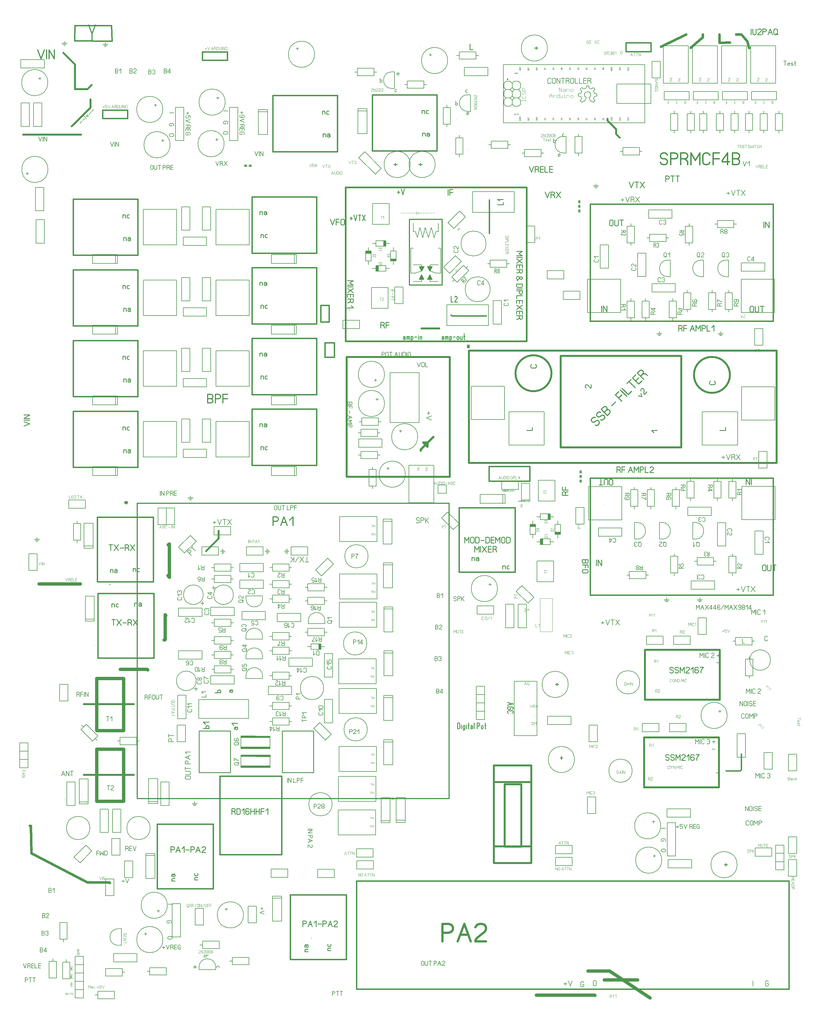
<source format=gbr>
%FSLAX34Y34*%
%MOMM*%
%LNSILK_TOP*%
G71*
G01*
%ADD10C,0.150*%
%ADD11C,0.167*%
%ADD12C,0.170*%
%ADD13C,0.144*%
%ADD14C,0.222*%
%ADD15C,0.111*%
%ADD16C,0.600*%
%ADD17C,0.333*%
%ADD18C,0.100*%
%ADD19C,0.200*%
%ADD20C,0.400*%
%ADD21C,0.300*%
%ADD22C,0.206*%
%ADD23C,0.178*%
%ADD24C,0.250*%
%ADD25C,0.220*%
%ADD26C,0.160*%
%ADD27C,1.000*%
%ADD28C,0.067*%
%ADD29C,0.500*%
%ADD30C,0.127*%
%ADD31C,0.102*%
%ADD32C,0.050*%
%ADD33C,0.203*%
%ADD34C,0.500*%
%ADD35C,0.650*%
%ADD36C,0.800*%
%ADD37C,0.090*%
%ADD38C,0.159*%
%ADD39C,0.444*%
%ADD40C,0.044*%
%ADD41C,0.089*%
%ADD42C,0.667*%
%LPD*%
G54D10*
X848497Y-408577D02*
X826322Y-408577D01*
X826322Y-357877D01*
X848497Y-357877D01*
X848497Y-408577D01*
G54D10*
X837409Y-408777D02*
X837409Y-416677D01*
G54D10*
X837409Y-357777D02*
X837409Y-349877D01*
G54D11*
X815151Y-374302D02*
X813485Y-376302D01*
X811818Y-376969D01*
X808485Y-376969D01*
G54D11*
X808485Y-371636D02*
X821818Y-371636D01*
X821818Y-374969D01*
X820985Y-376302D01*
X819318Y-376969D01*
X817651Y-376969D01*
X815985Y-376302D01*
X815151Y-374969D01*
X815151Y-371636D01*
G54D11*
X808485Y-385969D02*
X808485Y-380636D01*
X809318Y-380636D01*
X810985Y-381302D01*
X815985Y-385302D01*
X817651Y-385969D01*
X819318Y-385969D01*
X820985Y-385302D01*
X821818Y-383969D01*
X821818Y-382636D01*
X820985Y-381302D01*
X819318Y-380636D01*
G54D10*
X769191Y-414558D02*
X743790Y-414558D01*
X743791Y-486158D01*
X769191Y-486158D01*
X769191Y-414558D01*
G54D11*
X735899Y-459214D02*
X737566Y-460214D01*
X738399Y-462214D01*
X738399Y-464214D01*
X737566Y-466214D01*
X735899Y-467214D01*
X727566Y-467214D01*
X725899Y-466214D01*
X725066Y-464214D01*
X725066Y-462214D01*
X725899Y-460214D01*
X727566Y-459214D01*
G54D11*
X730066Y-455547D02*
X725066Y-450547D01*
X738399Y-450547D01*
G54D10*
X883490Y-439958D02*
X858090Y-439958D01*
X858090Y-511558D01*
X883490Y-511558D01*
X883490Y-439958D01*
G54D11*
X850199Y-484613D02*
X851865Y-485613D01*
X852699Y-487613D01*
X852699Y-489613D01*
X851865Y-491613D01*
X850199Y-492613D01*
X841865Y-492613D01*
X840199Y-491613D01*
X839365Y-489613D01*
X839365Y-487613D01*
X840199Y-485613D01*
X841865Y-484613D01*
G54D11*
X852699Y-472946D02*
X852699Y-480946D01*
X851865Y-480946D01*
X850199Y-479946D01*
X845199Y-473946D01*
X843532Y-472946D01*
X841865Y-472946D01*
X840199Y-473946D01*
X839365Y-475946D01*
X839365Y-477946D01*
X840199Y-479946D01*
X841865Y-480946D01*
G54D10*
X848513Y-637177D02*
X826338Y-637177D01*
X826338Y-586477D01*
X848513Y-586477D01*
X848513Y-637177D01*
G54D10*
X837425Y-637377D02*
X837425Y-645277D01*
G54D10*
X837425Y-586377D02*
X837425Y-578477D01*
G54D11*
X815167Y-600702D02*
X813500Y-603702D01*
X811834Y-604702D01*
X808500Y-604702D01*
G54D11*
X808500Y-596702D02*
X821834Y-596702D01*
X821834Y-601702D01*
X821000Y-603702D01*
X819334Y-604702D01*
X817667Y-604702D01*
X816000Y-603702D01*
X815167Y-601702D01*
X815167Y-596702D01*
G54D11*
X816834Y-608368D02*
X821834Y-613368D01*
X808500Y-613368D01*
G54D10*
X945292Y-382213D02*
X945292Y-404388D01*
X894592Y-404388D01*
X894592Y-382213D01*
X945292Y-382213D01*
G54D10*
X945492Y-393300D02*
X953392Y-393300D01*
G54D10*
X894492Y-393300D02*
X886592Y-393300D01*
G54D11*
X911018Y-415558D02*
X913018Y-417225D01*
X913684Y-418892D01*
X913684Y-422225D01*
G54D11*
X908351Y-422225D02*
X908351Y-408892D01*
X911684Y-408892D01*
X913018Y-409725D01*
X913684Y-411392D01*
X913684Y-413058D01*
X913018Y-414725D01*
X911684Y-415558D01*
X908351Y-415558D01*
G54D11*
X917351Y-411392D02*
X918018Y-409725D01*
X919351Y-408892D01*
X920684Y-408892D01*
X922018Y-409725D01*
X922684Y-411392D01*
X922684Y-413058D01*
X922018Y-414725D01*
X920684Y-415558D01*
X922018Y-416392D01*
X922684Y-418058D01*
X922684Y-419725D01*
X922018Y-421392D01*
X920684Y-422225D01*
X919351Y-422225D01*
X918018Y-421392D01*
X917351Y-419725D01*
G54D10*
X871901Y-586519D02*
X894076Y-586519D01*
X894076Y-637219D01*
X871901Y-637218D01*
X871901Y-586519D01*
G54D10*
X882988Y-586318D02*
X882988Y-578418D01*
G54D10*
X882988Y-637319D02*
X882988Y-645219D01*
G54D11*
X905246Y-622961D02*
X906913Y-619961D01*
X908580Y-618961D01*
X911913Y-618961D01*
G54D11*
X911913Y-626961D02*
X898580Y-626961D01*
X898580Y-621961D01*
X899413Y-619961D01*
X901080Y-618961D01*
X902746Y-618961D01*
X904413Y-619961D01*
X905246Y-621961D01*
X905246Y-626961D01*
G54D11*
X911913Y-609294D02*
X898580Y-609294D01*
X906913Y-615294D01*
X908580Y-615294D01*
X908580Y-607294D01*
G54D10*
X1026296Y-408578D02*
X1004121Y-408578D01*
X1004121Y-357878D01*
X1026296Y-357878D01*
X1026296Y-408578D01*
G54D10*
X1015209Y-408778D02*
X1015209Y-416678D01*
G54D10*
X1015209Y-357778D02*
X1015208Y-349878D01*
G54D11*
X992951Y-374303D02*
X991284Y-376303D01*
X989618Y-376970D01*
X986284Y-376970D01*
G54D11*
X986284Y-371636D02*
X999618Y-371636D01*
X999618Y-374970D01*
X998784Y-376303D01*
X997118Y-376970D01*
X995451Y-376970D01*
X993784Y-376303D01*
X992951Y-374970D01*
X992951Y-371636D01*
G54D11*
X999618Y-385970D02*
X999618Y-380636D01*
X993784Y-380636D01*
X993784Y-381303D01*
X994618Y-382636D01*
X994618Y-383970D01*
X993784Y-385303D01*
X992118Y-385970D01*
X988784Y-385970D01*
X987118Y-385303D01*
X986284Y-383970D01*
X986284Y-382636D01*
X987118Y-381303D01*
X988784Y-380636D01*
G54D10*
X973678Y-558610D02*
X973678Y-533210D01*
X902078Y-533210D01*
X902078Y-558610D01*
X973678Y-558610D01*
G54D11*
X929022Y-525318D02*
X928022Y-526985D01*
X926022Y-527818D01*
X924022Y-527818D01*
X922022Y-526985D01*
X921022Y-525318D01*
X921022Y-516985D01*
X922022Y-515318D01*
X924022Y-514485D01*
X926022Y-514485D01*
X928022Y-515318D01*
X929022Y-516985D01*
G54D11*
X932689Y-516985D02*
X933689Y-515318D01*
X935689Y-514485D01*
X937689Y-514485D01*
X939689Y-515318D01*
X940689Y-516985D01*
X940689Y-518652D01*
X939689Y-520318D01*
X937689Y-521152D01*
X939689Y-521985D01*
X940689Y-523652D01*
X940689Y-525318D01*
X939689Y-526985D01*
X937689Y-527818D01*
X935689Y-527818D01*
X933689Y-526985D01*
X932689Y-525318D01*
G54D10*
X998900Y-561119D02*
X1021076Y-561119D01*
X1021076Y-611819D01*
X998900Y-611818D01*
X998900Y-561119D01*
G54D10*
X1009988Y-560918D02*
X1009988Y-553018D01*
G54D10*
X1009988Y-611919D02*
X1009988Y-619819D01*
G54D11*
X1032246Y-597561D02*
X1033913Y-594561D01*
X1035580Y-593561D01*
X1038913Y-593561D01*
G54D11*
X1038913Y-601561D02*
X1025580Y-601561D01*
X1025580Y-596561D01*
X1026413Y-594561D01*
X1028080Y-593561D01*
X1029746Y-593561D01*
X1031413Y-594561D01*
X1032246Y-596561D01*
X1032246Y-601561D01*
G54D11*
X1028080Y-581894D02*
X1026413Y-582894D01*
X1025580Y-584894D01*
X1025580Y-586894D01*
X1026413Y-588894D01*
X1028080Y-589894D01*
X1032246Y-589894D01*
X1033080Y-589894D01*
X1031413Y-586894D01*
X1031413Y-584894D01*
X1032246Y-582894D01*
X1033913Y-581894D01*
X1036413Y-581894D01*
X1038080Y-582894D01*
X1038913Y-584894D01*
X1038913Y-586894D01*
X1038080Y-588894D01*
X1036413Y-589894D01*
X1032246Y-589894D01*
G54D10*
X1075100Y-561119D02*
X1097276Y-561119D01*
X1097276Y-611819D01*
X1075100Y-611818D01*
X1075100Y-561119D01*
G54D10*
X1086188Y-560918D02*
X1086188Y-553018D01*
G54D10*
X1086188Y-611919D02*
X1086188Y-619819D01*
G54D11*
X1108446Y-597561D02*
X1110113Y-594561D01*
X1111780Y-593561D01*
X1115113Y-593561D01*
G54D11*
X1115113Y-601561D02*
X1101780Y-601561D01*
X1101780Y-596561D01*
X1102613Y-594561D01*
X1104280Y-593561D01*
X1105946Y-593561D01*
X1107613Y-594561D01*
X1108446Y-596561D01*
X1108446Y-601561D01*
G54D11*
X1101780Y-589894D02*
X1101780Y-581894D01*
X1103446Y-582894D01*
X1105946Y-584894D01*
X1109280Y-586894D01*
X1111780Y-587894D01*
X1115113Y-587894D01*
G54D10*
X1125900Y-561119D02*
X1148076Y-561119D01*
X1148076Y-611819D01*
X1125900Y-611818D01*
X1125900Y-561119D01*
G54D10*
X1136988Y-560918D02*
X1136988Y-553018D01*
G54D10*
X1136988Y-611919D02*
X1136988Y-619819D01*
G54D11*
X1159246Y-597561D02*
X1160913Y-594561D01*
X1162580Y-593561D01*
X1165913Y-593561D01*
G54D11*
X1165913Y-601561D02*
X1152580Y-601561D01*
X1152580Y-596561D01*
X1153413Y-594561D01*
X1155080Y-593561D01*
X1156746Y-593561D01*
X1158413Y-594561D01*
X1159246Y-596561D01*
X1159246Y-601561D01*
G54D11*
X1163413Y-589894D02*
X1165080Y-588894D01*
X1165913Y-586894D01*
X1165913Y-584894D01*
X1165080Y-582894D01*
X1163413Y-581894D01*
X1159246Y-581894D01*
X1158413Y-581894D01*
X1160080Y-584894D01*
X1160080Y-586894D01*
X1159246Y-588894D01*
X1157580Y-589894D01*
X1155080Y-589894D01*
X1153413Y-588894D01*
X1152580Y-586894D01*
X1152580Y-584894D01*
X1153413Y-582894D01*
X1155080Y-581894D01*
X1159246Y-581894D01*
G54D10*
X1246733Y-495112D02*
X1246734Y-469712D01*
X1175133Y-469712D01*
X1175133Y-495112D01*
X1246733Y-495112D01*
G54D11*
X1202110Y-461820D02*
X1201110Y-463487D01*
X1199110Y-464320D01*
X1197110Y-464320D01*
X1195110Y-463487D01*
X1194110Y-461820D01*
X1194110Y-453487D01*
X1195110Y-451820D01*
X1197110Y-450987D01*
X1199110Y-450987D01*
X1201110Y-451820D01*
X1202110Y-453487D01*
G54D11*
X1211777Y-464320D02*
X1211777Y-450987D01*
X1205777Y-459320D01*
X1205777Y-460987D01*
X1213777Y-460987D01*
G54D10*
X1152268Y-340409D02*
X1152268Y-362584D01*
X1101568Y-362584D01*
X1101568Y-340409D01*
X1152268Y-340409D01*
G54D10*
X1152468Y-351496D02*
X1160368Y-351496D01*
G54D10*
X1101468Y-351496D02*
X1093568Y-351496D01*
G54D11*
X1115826Y-373754D02*
X1118826Y-375421D01*
X1119826Y-377088D01*
X1119826Y-380421D01*
G54D11*
X1111826Y-380421D02*
X1111826Y-367088D01*
X1116826Y-367088D01*
X1118826Y-367921D01*
X1119826Y-369588D01*
X1119826Y-371254D01*
X1118826Y-372921D01*
X1116826Y-373754D01*
X1111826Y-373754D01*
G54D11*
X1128492Y-373754D02*
X1126492Y-373754D01*
X1124492Y-372921D01*
X1123492Y-371254D01*
X1123492Y-369588D01*
X1124492Y-367921D01*
X1126492Y-367088D01*
X1128492Y-367088D01*
X1130492Y-367921D01*
X1131492Y-369588D01*
X1131492Y-371254D01*
X1130492Y-372921D01*
X1128492Y-373754D01*
X1130492Y-374588D01*
X1131492Y-376254D01*
X1131492Y-377921D01*
X1130492Y-379588D01*
X1128492Y-380421D01*
X1126492Y-380421D01*
X1124492Y-379588D01*
X1123492Y-377921D01*
X1123492Y-376254D01*
X1124492Y-374588D01*
X1126492Y-373754D01*
G54D10*
X950422Y-461148D02*
X958422Y-461148D01*
X958422Y-511873D01*
X950422Y-511873D01*
G54D10*
G75*
G01X950460Y-461017D02*
G03X950460Y-512017I0J-25500D01*
G01*
G54D11*
X942277Y-449473D02*
X947277Y-451973D01*
G54D11*
X946277Y-441140D02*
X946277Y-449473D01*
X945277Y-451140D01*
X943277Y-451973D01*
X941277Y-451973D01*
X939277Y-451140D01*
X938277Y-449473D01*
X938277Y-441140D01*
X939277Y-439473D01*
X941277Y-438640D01*
X943277Y-438640D01*
X945277Y-439473D01*
X946277Y-441140D01*
G54D11*
X950944Y-443640D02*
X955944Y-438640D01*
X955944Y-451973D01*
G54D10*
X1052022Y-461148D02*
X1060022Y-461148D01*
X1060022Y-511873D01*
X1052022Y-511873D01*
G54D10*
G75*
G01X1052060Y-461017D02*
G03X1052060Y-512017I0J-25500D01*
G01*
G54D12*
X1043877Y-449473D02*
X1048877Y-451973D01*
G54D12*
X1047877Y-441140D02*
X1047877Y-449473D01*
X1046877Y-451140D01*
X1044877Y-451973D01*
X1042877Y-451973D01*
X1040877Y-451140D01*
X1039877Y-449473D01*
X1039877Y-441140D01*
X1040877Y-439473D01*
X1042877Y-438640D01*
X1044877Y-438640D01*
X1046877Y-439473D01*
X1047877Y-441140D01*
G54D12*
X1060577Y-451973D02*
X1052577Y-451973D01*
X1052577Y-451140D01*
X1053577Y-449473D01*
X1059577Y-444473D01*
X1060577Y-442806D01*
X1060577Y-441140D01*
X1059577Y-439473D01*
X1057577Y-438640D01*
X1055577Y-438640D01*
X1053577Y-439473D01*
X1052577Y-441140D01*
G54D10*
X1128222Y-461148D02*
X1136222Y-461148D01*
X1136222Y-511873D01*
X1128222Y-511873D01*
G54D10*
G75*
G01X1128260Y-461017D02*
G03X1128260Y-512017I0J-25500D01*
G01*
G54D11*
X1120094Y-449473D02*
X1125094Y-451973D01*
G54D11*
X1124094Y-441140D02*
X1124094Y-449473D01*
X1123094Y-451140D01*
X1121094Y-451973D01*
X1119094Y-451973D01*
X1117094Y-451140D01*
X1116094Y-449473D01*
X1116094Y-441140D01*
X1117094Y-439473D01*
X1119094Y-438640D01*
X1121094Y-438640D01*
X1123094Y-439473D01*
X1124094Y-441140D01*
G54D11*
X1128761Y-441140D02*
X1129761Y-439473D01*
X1131761Y-438640D01*
X1133761Y-438640D01*
X1135761Y-439473D01*
X1136761Y-441140D01*
X1136761Y-442806D01*
X1135761Y-444473D01*
X1133761Y-445306D01*
X1135761Y-446140D01*
X1136761Y-447806D01*
X1136761Y-449473D01*
X1135761Y-451140D01*
X1133761Y-451973D01*
X1131761Y-451973D01*
X1129761Y-451140D01*
X1128761Y-449473D01*
G54D10*
X705222Y-519648D02*
X806822Y-519648D01*
X806822Y-621248D01*
X705222Y-621248D01*
X705222Y-519648D01*
G54D13*
X704472Y-492898D02*
X704472Y-492898D01*
G54D13*
X704472Y-512398D02*
X704472Y-512398D01*
G54D10*
X1175122Y-519648D02*
X1276722Y-519648D01*
X1276722Y-621248D01*
X1175122Y-621248D01*
X1175122Y-519648D01*
G54D13*
X1174372Y-492898D02*
X1174372Y-492898D01*
G54D13*
X1174372Y-512398D02*
X1174372Y-512398D01*
G54D10*
X891832Y-307905D02*
X891832Y-333306D01*
X963432Y-333305D01*
X963432Y-307905D01*
X891832Y-307905D01*
G54D11*
X932821Y-349530D02*
X931821Y-351196D01*
X929821Y-352030D01*
X927821Y-352030D01*
X925821Y-351196D01*
X924821Y-349530D01*
X924821Y-341196D01*
X925821Y-339530D01*
X927821Y-338696D01*
X929821Y-338696D01*
X931821Y-339530D01*
X932821Y-341196D01*
G54D11*
X936488Y-341196D02*
X937488Y-339530D01*
X939488Y-338696D01*
X941488Y-338696D01*
X943488Y-339530D01*
X944488Y-341196D01*
X944488Y-342863D01*
X943488Y-344530D01*
X941488Y-345363D01*
X943488Y-346196D01*
X944488Y-347863D01*
X944488Y-349530D01*
X943488Y-351196D01*
X941488Y-352030D01*
X939488Y-352030D01*
X937488Y-351196D01*
X936488Y-349530D01*
G54D14*
X1212138Y-605228D02*
X1212138Y-616340D01*
X1210805Y-618562D01*
X1208138Y-619673D01*
X1205472Y-619673D01*
X1202805Y-618562D01*
X1201472Y-616340D01*
X1201472Y-605228D01*
X1202805Y-603006D01*
X1205472Y-601895D01*
X1208138Y-601895D01*
X1210805Y-603006D01*
X1212138Y-605228D01*
G54D14*
X1217028Y-601895D02*
X1217028Y-616340D01*
X1218361Y-618562D01*
X1221028Y-619673D01*
X1223694Y-619673D01*
X1226361Y-618562D01*
X1227694Y-616340D01*
X1227694Y-601895D01*
G54D14*
X1237917Y-619673D02*
X1237917Y-601895D01*
G54D14*
X1232584Y-601895D02*
X1243250Y-601895D01*
G54D10*
X954451Y-586519D02*
X976626Y-586519D01*
X976626Y-637219D01*
X954451Y-637218D01*
X954451Y-586519D01*
G54D10*
X965538Y-586318D02*
X965538Y-578418D01*
G54D10*
X965538Y-637319D02*
X965538Y-645219D01*
G54D11*
X987796Y-622961D02*
X989463Y-619961D01*
X991130Y-618961D01*
X994463Y-618961D01*
G54D11*
X994463Y-626961D02*
X981130Y-626961D01*
X981130Y-621961D01*
X981963Y-619961D01*
X983630Y-618961D01*
X985296Y-618961D01*
X986963Y-619961D01*
X987796Y-621961D01*
X987796Y-626961D01*
G54D11*
X994463Y-609294D02*
X981130Y-609294D01*
G54D11*
X989130Y-609294D02*
X987463Y-610294D01*
X986963Y-612294D01*
X987463Y-614294D01*
X989130Y-615294D01*
X992463Y-615294D01*
X994130Y-614294D01*
X994463Y-612294D01*
X994130Y-610294D01*
X992463Y-609294D01*
G54D15*
X1172806Y-631449D02*
X1175474Y-636449D01*
X1178140Y-631449D01*
G54D15*
X1185917Y-636449D02*
X1180584Y-636449D01*
X1180584Y-635894D01*
X1181250Y-634782D01*
X1185250Y-631449D01*
X1185917Y-630338D01*
X1185917Y-629227D01*
X1185250Y-628116D01*
X1183917Y-627560D01*
X1182584Y-627560D01*
X1181250Y-628116D01*
X1180584Y-629227D01*
G54D14*
X748240Y-618879D02*
X748240Y-601101D01*
G54D14*
X753129Y-618879D02*
X753129Y-601101D01*
X763796Y-618879D01*
X763796Y-601101D01*
G54D13*
X755272Y-372248D02*
X755272Y-372248D01*
G54D16*
X623197Y-753389D02*
X623196Y-1032789D01*
X991497Y-1032789D01*
X991497Y-753388D01*
X623197Y-753389D01*
G54D14*
X907310Y-987844D02*
X900644Y-981177D01*
X918422Y-981177D01*
G54D14*
X715571Y-841139D02*
X715572Y-851806D01*
X714460Y-851806D01*
X712238Y-850472D01*
X705571Y-842472D01*
X703349Y-841139D01*
X701127Y-841139D01*
X698905Y-842472D01*
X697794Y-845139D01*
X697794Y-847806D01*
X698905Y-850472D01*
X701127Y-851806D01*
G54D16*
G75*
G01X595172Y-806789D02*
G03X595172Y-806789I-55000J0D01*
G01*
G54D16*
G75*
G01X1140172Y-811789D02*
G03X1140172Y-811789I-55000J0D01*
G01*
G54D10*
X350347Y-948519D02*
X350347Y-846919D01*
X451947Y-846919D01*
X451947Y-948519D01*
X350347Y-948519D01*
G54D13*
X323597Y-949269D02*
X323597Y-949269D01*
G54D13*
X343097Y-949269D02*
X343097Y-949269D01*
G54D10*
X1175847Y-949789D02*
X1175847Y-848189D01*
X1277447Y-848188D01*
X1277447Y-949789D01*
X1175847Y-949789D01*
G54D13*
X1149097Y-950538D02*
X1149097Y-950538D01*
G54D13*
X1168597Y-950539D02*
X1168597Y-950539D01*
G54D14*
X1108894Y-980889D02*
X1126672Y-980889D01*
X1126672Y-971556D01*
G54D14*
X1091588Y-830522D02*
X1093811Y-831856D01*
X1094922Y-834522D01*
X1094922Y-837189D01*
X1093811Y-839856D01*
X1091588Y-841188D01*
X1080478Y-841189D01*
X1078256Y-839856D01*
X1077144Y-837189D01*
X1077144Y-834522D01*
X1078256Y-831856D01*
X1080478Y-830522D01*
G54D14*
X545489Y-779722D02*
X547711Y-781056D01*
X548822Y-783722D01*
X548822Y-786389D01*
X547711Y-789056D01*
X545488Y-790388D01*
X534378Y-790388D01*
X532155Y-789056D01*
X531044Y-786389D01*
X531044Y-783722D01*
X532155Y-781056D01*
X534378Y-779722D01*
G54D17*
X729158Y-965421D02*
X732929Y-966364D01*
X736936Y-964714D01*
X739765Y-961886D01*
X741415Y-957878D01*
X740472Y-954107D01*
X738115Y-951750D01*
X734344Y-950808D01*
X730337Y-952458D01*
X727508Y-955286D01*
X723501Y-956936D01*
X719730Y-955993D01*
X717373Y-953636D01*
X716430Y-949865D01*
X718080Y-945858D01*
X720909Y-943029D01*
X724916Y-941380D01*
X728687Y-942322D01*
G54D17*
X745657Y-948922D02*
X749428Y-949865D01*
X753435Y-948215D01*
X756264Y-945386D01*
X757914Y-941380D01*
X756971Y-937608D01*
X754614Y-935252D01*
X750843Y-934308D01*
X746836Y-935958D01*
X744007Y-938787D01*
X740000Y-940437D01*
X736229Y-939494D01*
X733872Y-937137D01*
X732929Y-933366D01*
X734579Y-929359D01*
X737408Y-926530D01*
X741414Y-924880D01*
X745186Y-925823D01*
G54D17*
X765692Y-935959D02*
X746835Y-917102D01*
X753907Y-910032D01*
X757913Y-908382D01*
X761685Y-909324D01*
X764042Y-911682D01*
X764984Y-915453D01*
X763335Y-919460D01*
X767342Y-917810D01*
X771113Y-918752D01*
X773470Y-921110D01*
X774412Y-924881D01*
X772763Y-928888D01*
X765692Y-935959D01*
G54D17*
X756264Y-926531D02*
X763335Y-919460D01*
G54D17*
X779409Y-905742D02*
X790723Y-894428D01*
G54D17*
X809626Y-892025D02*
X790769Y-873168D01*
X800669Y-863269D01*
G54D17*
X800197Y-882596D02*
X810097Y-872697D01*
G54D17*
X824710Y-876940D02*
X805854Y-858084D01*
G54D17*
X811039Y-852899D02*
X829895Y-871755D01*
X839795Y-861855D01*
G54D17*
X850637Y-851013D02*
X831781Y-832157D01*
G54D17*
X826124Y-837814D02*
X837438Y-826500D01*
G54D17*
X871379Y-830272D02*
X861479Y-840171D01*
X842623Y-821315D01*
X852522Y-811416D01*
G54D17*
X852051Y-830743D02*
X861950Y-820844D01*
G54D17*
X872793Y-810002D02*
X879392Y-808116D01*
X883164Y-809059D01*
X887877Y-813773D01*
G54D17*
X876564Y-825086D02*
X857708Y-806230D01*
X864779Y-799159D01*
X868786Y-797509D01*
X872557Y-798452D01*
X874914Y-800809D01*
X875857Y-804580D01*
X874207Y-808587D01*
X867136Y-815658D01*
G54D10*
X1055654Y-1025726D02*
X1055654Y-924126D01*
X1163604Y-924126D01*
X1163604Y-1025726D01*
X1055654Y-1025726D01*
G54D14*
X518344Y-980889D02*
X536122Y-980889D01*
X536122Y-971556D01*
G54D10*
X465104Y-1025726D02*
X465104Y-924126D01*
X573054Y-924126D01*
X573054Y-1025726D01*
X465104Y-1025726D01*
G54D14*
X860106Y-874932D02*
X870948Y-878232D01*
X867648Y-867390D01*
G54D14*
X885719Y-863461D02*
X878177Y-871004D01*
X877391Y-870218D01*
X876763Y-867704D01*
X877705Y-857333D01*
X877077Y-854819D01*
X875506Y-853248D01*
X872991Y-852619D01*
X870320Y-853719D01*
X868434Y-855604D01*
X867334Y-858276D01*
X867963Y-860790D01*
G54D13*
X755272Y-1208860D02*
X755272Y-1208860D01*
G54D10*
X103422Y-463988D02*
X120822Y-463988D01*
X120822Y-433588D01*
X103422Y-433588D01*
X103422Y-463988D01*
G36*
X103522Y-463888D02*
X120222Y-463888D01*
X120222Y-456688D01*
X103522Y-456688D01*
X103522Y-463888D01*
G37*
G54D18*
X103522Y-463888D02*
X120222Y-463888D01*
X120222Y-456688D01*
X103522Y-456688D01*
X103522Y-463888D01*
G54D10*
X112122Y-474988D02*
X112122Y-463888D01*
G54D10*
X112122Y-433688D02*
X112122Y-422588D01*
G54D10*
X58822Y-478188D02*
X58822Y-495588D01*
X89222Y-495588D01*
X89222Y-478188D01*
X58822Y-478188D01*
G36*
X58922Y-478288D02*
X58922Y-494988D01*
X66122Y-494988D01*
X66122Y-478288D01*
X58922Y-478288D01*
G37*
G54D18*
X58922Y-478288D02*
X58922Y-494988D01*
X66122Y-494988D01*
X66122Y-478288D01*
X58922Y-478288D01*
G54D10*
X47822Y-486888D02*
X58922Y-486888D01*
G54D10*
X89122Y-486888D02*
X100222Y-486888D01*
G54D10*
X44622Y-433588D02*
X27222Y-433588D01*
X27222Y-463988D01*
X44622Y-463988D01*
X44622Y-433588D01*
G36*
X44522Y-433688D02*
X27822Y-433688D01*
X27822Y-440888D01*
X44522Y-440888D01*
X44522Y-433688D01*
G37*
G54D18*
X44522Y-433688D02*
X27822Y-433688D01*
X27822Y-440888D01*
X44522Y-440888D01*
X44522Y-433688D01*
G54D10*
X35922Y-422588D02*
X35922Y-433688D01*
G54D10*
X35922Y-463888D02*
X35922Y-474988D01*
G54D10*
X89222Y-419388D02*
X89222Y-401988D01*
X58822Y-401988D01*
X58822Y-419388D01*
X89222Y-419388D01*
G36*
X89122Y-419288D02*
X89122Y-402588D01*
X81922Y-402588D01*
X81922Y-419288D01*
X89122Y-419288D01*
G37*
G54D18*
X89122Y-419288D02*
X89122Y-402588D01*
X81922Y-402588D01*
X81922Y-419288D01*
X89122Y-419288D01*
G54D10*
X100222Y-410688D02*
X89122Y-410688D01*
G54D10*
X58922Y-410688D02*
X47822Y-410688D01*
G54D15*
X67672Y-467838D02*
X76560Y-467838D01*
X76560Y-470060D01*
X76005Y-470950D01*
X74894Y-471394D01*
X69338Y-471394D01*
X68227Y-470950D01*
X67672Y-470060D01*
X67672Y-467838D01*
G54D15*
X73227Y-473838D02*
X76560Y-476060D01*
X67672Y-476060D01*
G54D15*
X48622Y-442438D02*
X57510Y-442438D01*
X57510Y-444660D01*
X56955Y-445550D01*
X55844Y-445994D01*
X50288Y-445994D01*
X49177Y-445550D01*
X48622Y-444660D01*
X48622Y-442438D01*
G54D15*
X48622Y-451994D02*
X48622Y-448438D01*
X49177Y-448438D01*
X50288Y-448883D01*
X53622Y-451550D01*
X54733Y-451994D01*
X55844Y-451994D01*
X56955Y-451550D01*
X57510Y-450660D01*
X57510Y-449772D01*
X56955Y-448883D01*
X55844Y-448438D01*
G54D15*
X67672Y-423388D02*
X76560Y-423388D01*
X76560Y-425610D01*
X76005Y-426500D01*
X74894Y-426944D01*
X69338Y-426944D01*
X68227Y-426500D01*
X67672Y-425610D01*
X67672Y-423388D01*
G54D15*
X74894Y-429388D02*
X76005Y-429833D01*
X76560Y-430722D01*
X76560Y-431610D01*
X76005Y-432500D01*
X74894Y-432944D01*
X73783Y-432944D01*
X72672Y-432500D01*
X72116Y-431610D01*
X71560Y-432500D01*
X70449Y-432944D01*
X69338Y-432944D01*
X68227Y-432500D01*
X67672Y-431610D01*
X67672Y-430722D01*
X68227Y-429833D01*
X69338Y-429388D01*
G54D15*
X93072Y-442438D02*
X101960Y-442438D01*
X101960Y-444660D01*
X101405Y-445550D01*
X100294Y-445994D01*
X94738Y-445994D01*
X93627Y-445550D01*
X93072Y-444660D01*
X93072Y-442438D01*
G54D15*
X93072Y-451105D02*
X101960Y-451105D01*
X96405Y-448438D01*
X95294Y-448438D01*
X95294Y-451994D01*
G54D10*
X48534Y-288366D02*
X48534Y-351865D01*
X99334Y-351865D01*
X99334Y-288366D01*
X48534Y-288366D01*
G54D15*
X75877Y-335504D02*
X75877Y-326615D01*
G54D15*
X74099Y-326615D02*
X77654Y-326615D01*
G54D15*
X80099Y-329948D02*
X82321Y-326615D01*
X82321Y-335504D01*
G54D10*
X96040Y-608405D02*
X96040Y-544905D01*
X45241Y-544905D01*
X45241Y-608405D01*
X96040Y-608405D01*
G54D15*
X73581Y-584512D02*
X73581Y-575624D01*
G54D15*
X71803Y-575624D02*
X75358Y-575624D01*
G54D15*
X81358Y-584512D02*
X77803Y-584512D01*
X77803Y-583957D01*
X78247Y-582846D01*
X80914Y-579512D01*
X81358Y-578402D01*
X81358Y-577290D01*
X80914Y-576179D01*
X80025Y-575624D01*
X79136Y-575624D01*
X78247Y-576180D01*
X77803Y-577290D01*
G54D14*
X-80903Y-336128D02*
X-74237Y-353906D01*
X-67570Y-336128D01*
G54D14*
X-62681Y-353906D02*
X-62681Y-336128D01*
X-53348Y-336128D01*
G54D14*
X-62681Y-345016D02*
X-53348Y-345016D01*
G54D14*
X-37793Y-339461D02*
X-37793Y-350572D01*
X-39126Y-352794D01*
X-41793Y-353906D01*
X-44459Y-353906D01*
X-47126Y-352794D01*
X-48459Y-350572D01*
X-48459Y-339461D01*
X-47126Y-337239D01*
X-44459Y-336128D01*
X-41793Y-336128D01*
X-39126Y-337239D01*
X-37793Y-339461D01*
G54D14*
X488017Y-434378D02*
X505795Y-434378D01*
X494684Y-441044D01*
X505795Y-447711D01*
X488017Y-447711D01*
G54D14*
X488017Y-452600D02*
X505795Y-452600D01*
G54D14*
X505795Y-457489D02*
X488018Y-470822D01*
G54D14*
X488018Y-457489D02*
X505795Y-470822D01*
G54D14*
X488017Y-485044D02*
X488018Y-475711D01*
X505795Y-475711D01*
X505795Y-485044D01*
G54D14*
X496906Y-475711D02*
X496906Y-485044D01*
G54D14*
X496906Y-495266D02*
X494684Y-499266D01*
X492462Y-500600D01*
X488017Y-500600D01*
G54D14*
X488018Y-489933D02*
X505795Y-489933D01*
X505795Y-496600D01*
X504684Y-499266D01*
X502462Y-500600D01*
X500240Y-500600D01*
X498017Y-499266D01*
X496906Y-496600D01*
X496906Y-489933D01*
G54D14*
X490240Y-523978D02*
X499128Y-513312D01*
X501351Y-511978D01*
X503573Y-511978D01*
X505795Y-514645D01*
X505795Y-517312D01*
X503573Y-519978D01*
X501351Y-519978D01*
X499128Y-518645D01*
X495795Y-511978D01*
X493573Y-510645D01*
X491351Y-510645D01*
X489129Y-511978D01*
X488018Y-514645D01*
X488018Y-517312D01*
X489128Y-519978D01*
X493573Y-522645D01*
G54D14*
X488017Y-534023D02*
X505795Y-534023D01*
X505795Y-540690D01*
X504684Y-543356D01*
X502462Y-544690D01*
X491351Y-544690D01*
X489128Y-543356D01*
X488017Y-540690D01*
X488017Y-534023D01*
G54D14*
X488017Y-549579D02*
X505795Y-549579D01*
G54D14*
X488018Y-554468D02*
X505795Y-554468D01*
X505795Y-561134D01*
X504684Y-563801D01*
X502462Y-565134D01*
X500240Y-565134D01*
X498017Y-563801D01*
X496906Y-561134D01*
X496906Y-554468D01*
G54D14*
X505795Y-570024D02*
X488018Y-570024D01*
X488017Y-579357D01*
G54D14*
X488017Y-593579D02*
X488018Y-584246D01*
X505795Y-584246D01*
X505795Y-593579D01*
G54D14*
X496906Y-584246D02*
X496906Y-593579D01*
G54D14*
X505795Y-598468D02*
X488017Y-611801D01*
G54D14*
X488017Y-598468D02*
X505795Y-611801D01*
G54D14*
X488017Y-626023D02*
X488018Y-616690D01*
X505795Y-616690D01*
X505795Y-626023D01*
G54D14*
X496906Y-616690D02*
X496906Y-626023D01*
G54D14*
X496906Y-636245D02*
X494684Y-640245D01*
X492462Y-641578D01*
X488018Y-641578D01*
G54D14*
X488017Y-630912D02*
X505795Y-630912D01*
X505795Y-637578D01*
X504684Y-640245D01*
X502462Y-641578D01*
X500240Y-641578D01*
X498017Y-640245D01*
X496906Y-637578D01*
X496906Y-630912D01*
G54D14*
X279122Y-263554D02*
X279122Y-245776D01*
G54D14*
X284010Y-263554D02*
X284010Y-245776D01*
X293344Y-245776D01*
G54D14*
X284010Y-254665D02*
X293344Y-254665D01*
G54D15*
X104623Y-551528D02*
X113512Y-551528D01*
G54D15*
X104623Y-553972D02*
X113512Y-553972D01*
X113512Y-558638D01*
G54D15*
X109068Y-553972D02*
X109068Y-558638D01*
G54D15*
X108512Y-561083D02*
X108512Y-566416D01*
G54D15*
X104623Y-571437D02*
X113512Y-571437D01*
X113512Y-574770D01*
X112956Y-576104D01*
X111845Y-576770D01*
X110734Y-576770D01*
X109623Y-576104D01*
X109068Y-574770D01*
X109068Y-571437D01*
G54D15*
X104623Y-581880D02*
X113512Y-581880D01*
G54D15*
X113512Y-579214D02*
X113512Y-584547D01*
G54D14*
X124256Y-254074D02*
X131367Y-254074D01*
G54D14*
X127811Y-249630D02*
X127811Y-258519D01*
G54D14*
X136256Y-244074D02*
X140700Y-261852D01*
X145144Y-244074D01*
G54D10*
X480962Y-315404D02*
X480962Y-251904D01*
X353962Y-251904D01*
X353962Y-315404D01*
X480962Y-315404D01*
G54D10*
X326783Y-477444D02*
X342463Y-493125D01*
X306612Y-528975D01*
X290932Y-513295D01*
X326783Y-477444D01*
G54D10*
X334764Y-485143D02*
X340350Y-479557D01*
G54D10*
X298702Y-521206D02*
X293116Y-526792D01*
G54D11*
X326126Y-525259D02*
X328718Y-525023D01*
X330368Y-525730D01*
X332725Y-528087D01*
G54D11*
X328954Y-531858D02*
X319526Y-522430D01*
X321883Y-520074D01*
X323415Y-519720D01*
X325065Y-520427D01*
X326244Y-521606D01*
X326951Y-523256D01*
X326597Y-524788D01*
X324240Y-527144D01*
G54D11*
X325890Y-516066D02*
X329661Y-512295D01*
X330368Y-513945D01*
X331193Y-516656D01*
X332608Y-519956D01*
X333904Y-522195D01*
X336261Y-524552D01*
G54D11*
X460938Y-592312D02*
X462604Y-593312D01*
X463438Y-595312D01*
X463438Y-597312D01*
X462604Y-599312D01*
X460938Y-600312D01*
X452604Y-600312D01*
X450938Y-599312D01*
X450104Y-597312D01*
X450104Y-595312D01*
X450938Y-593312D01*
X452604Y-592312D01*
G54D11*
X455104Y-588645D02*
X450104Y-583645D01*
X463438Y-583645D01*
G54D11*
X307451Y-430782D02*
X309118Y-431782D01*
X309951Y-433782D01*
X309951Y-435782D01*
X309118Y-437782D01*
X307451Y-438782D01*
X299118Y-438782D01*
X297451Y-437782D01*
X296618Y-435782D01*
X296618Y-433782D01*
X297451Y-431782D01*
X299118Y-430782D01*
G54D11*
X309951Y-419114D02*
X309951Y-427114D01*
X309118Y-427114D01*
X307451Y-426114D01*
X302451Y-420114D01*
X300784Y-419114D01*
X299118Y-419114D01*
X297451Y-420114D01*
X296618Y-422114D01*
X296618Y-424114D01*
X297451Y-426114D01*
X299118Y-427114D01*
G54D10*
X458692Y-461080D02*
X458692Y-483256D01*
X407992Y-483256D01*
X407992Y-461080D01*
X458692Y-461080D01*
G54D10*
X458892Y-472168D02*
X466792Y-472168D01*
G54D10*
X407892Y-472168D02*
X399992Y-472168D01*
G54D11*
X424417Y-494426D02*
X426417Y-496092D01*
X427084Y-497759D01*
X427084Y-501092D01*
G54D11*
X421751Y-501092D02*
X421751Y-487759D01*
X425084Y-487759D01*
X426417Y-488592D01*
X427084Y-490259D01*
X427084Y-491926D01*
X426417Y-493592D01*
X425084Y-494426D01*
X421751Y-494426D01*
G54D11*
X434084Y-494426D02*
X432751Y-494426D01*
X431417Y-493592D01*
X430751Y-491926D01*
X430751Y-490259D01*
X431417Y-488592D01*
X432751Y-487759D01*
X434084Y-487759D01*
X435417Y-488592D01*
X436084Y-490259D01*
X436084Y-491926D01*
X435417Y-493592D01*
X434084Y-494426D01*
X435417Y-495259D01*
X436084Y-496926D01*
X436084Y-498592D01*
X435417Y-500259D01*
X434084Y-501092D01*
X432751Y-501092D01*
X431417Y-500259D01*
X430751Y-498592D01*
X430751Y-496926D01*
X431417Y-495259D01*
X432751Y-494426D01*
G54D14*
X288335Y-571797D02*
X288335Y-589575D01*
X294557Y-589575D01*
G54D14*
X306557Y-589575D02*
X299446Y-589575D01*
X299446Y-588464D01*
X300335Y-586242D01*
X305668Y-579575D01*
X306557Y-577352D01*
X306557Y-575130D01*
X305668Y-572908D01*
X303890Y-571797D01*
X302113Y-571797D01*
X300335Y-572908D01*
X299446Y-575130D01*
G54D14*
X429490Y-291622D02*
X447268Y-291622D01*
X447268Y-285400D01*
G54D14*
X436157Y-280511D02*
X429490Y-276066D01*
X447268Y-276066D01*
G54D19*
G75*
G01X395162Y-410654D02*
G03X395162Y-410654I-38100J0D01*
G01*
G54D19*
G75*
G01X407862Y-550354D02*
G03X407862Y-550354I-38100J0D01*
G01*
G54D11*
X377716Y-534792D02*
X376716Y-536459D01*
X374716Y-537292D01*
X372716Y-537292D01*
X370716Y-536459D01*
X369716Y-534792D01*
X369716Y-526459D01*
X370716Y-524792D01*
X372716Y-523959D01*
X374716Y-523959D01*
X376715Y-524792D01*
X377716Y-526459D01*
G54D11*
X387382Y-537292D02*
X387382Y-523959D01*
X381383Y-532292D01*
X381382Y-533959D01*
X389382Y-533959D01*
G54D10*
X417236Y-656676D02*
X442636Y-656676D01*
X442636Y-585076D01*
X417236Y-585076D01*
X417236Y-656676D01*
G54D11*
X448028Y-604020D02*
X448028Y-604020D01*
G54D20*
X404762Y-378904D02*
X404762Y-277304D01*
G54D21*
X161016Y-537250D02*
X261616Y-537150D01*
X261516Y-337250D01*
X161016Y-337250D01*
X161016Y-537250D01*
G54D19*
X173116Y-348650D02*
X173116Y-374050D01*
X179416Y-374050D01*
X179316Y-374050D01*
X185716Y-391550D01*
X185816Y-391550D01*
X193716Y-361350D01*
X201716Y-393150D01*
X209616Y-361350D01*
X219216Y-393150D01*
X228616Y-361350D01*
X236616Y-393150D01*
X243016Y-374050D01*
X249316Y-374050D01*
X249316Y-348650D01*
G54D19*
X173116Y-526450D02*
X198416Y-526450D01*
X198416Y-507450D01*
G54D19*
X173116Y-475650D02*
X198416Y-475650D01*
X198416Y-494650D01*
G54D19*
X249316Y-526450D02*
X223916Y-526450D01*
X223916Y-507450D01*
G54D19*
X249316Y-475650D02*
X223916Y-475650D01*
X223916Y-494650D01*
G36*
X198516Y-507450D02*
X198516Y-507350D01*
X192116Y-520050D01*
X204816Y-520050D01*
X198416Y-507450D01*
X198516Y-507450D01*
G37*
G54D21*
X198516Y-507450D02*
X198516Y-507350D01*
X192116Y-520050D01*
X204816Y-520050D01*
X198416Y-507450D01*
X198516Y-507450D01*
G36*
X223916Y-507550D02*
X223916Y-507450D01*
X217516Y-520150D01*
X230216Y-520150D01*
X223816Y-507550D01*
X223916Y-507550D01*
G37*
G54D21*
X223916Y-507550D02*
X223916Y-507450D01*
X217516Y-520150D01*
X230216Y-520150D01*
X223816Y-507550D01*
X223916Y-507550D01*
G36*
X198616Y-494450D02*
X198616Y-494550D01*
X205016Y-481850D01*
X192316Y-481850D01*
X198716Y-494450D01*
X198616Y-494450D01*
G37*
G54D21*
X198616Y-494450D02*
X198616Y-494550D01*
X205016Y-481850D01*
X192316Y-481850D01*
X198716Y-494450D01*
X198616Y-494450D01*
G36*
X223916Y-494550D02*
X223916Y-494650D01*
X230316Y-481950D01*
X217616Y-481950D01*
X224016Y-494550D01*
X223916Y-494550D01*
G37*
G54D21*
X223916Y-494550D02*
X223916Y-494650D01*
X230316Y-481950D01*
X217616Y-481950D01*
X224016Y-494550D01*
X223916Y-494550D01*
G54D19*
X198516Y-494650D02*
X198516Y-494750D01*
X179516Y-501150D01*
X179516Y-501050D01*
X165216Y-501050D01*
X165216Y-437550D01*
X165216Y-424850D01*
X173116Y-424850D01*
G54D19*
X223916Y-494650D02*
X223916Y-494650D01*
X242916Y-501050D01*
X257216Y-501050D01*
X257216Y-424850D01*
X249316Y-424850D01*
G54D10*
X402847Y-660958D02*
X402847Y-597458D01*
X275847Y-597458D01*
X275847Y-660958D01*
X402847Y-660958D01*
G54D20*
X395567Y-631453D02*
X290792Y-631453D01*
X288547Y-629208D01*
G54D14*
X142285Y-694986D02*
X144062Y-693875D01*
X146196Y-693875D01*
X147618Y-696098D01*
X147618Y-703875D01*
G54D14*
X147618Y-700542D02*
X146729Y-698320D01*
X144951Y-697875D01*
X143174Y-698320D01*
X142285Y-700542D01*
X142640Y-702764D01*
X144062Y-703875D01*
X144951Y-703875D01*
X145307Y-703875D01*
X146729Y-702764D01*
X147618Y-700542D01*
G54D14*
X152507Y-703875D02*
X152507Y-693875D01*
G54D14*
X152507Y-695653D02*
X154284Y-693875D01*
X156062Y-694542D01*
X156951Y-696098D01*
X156951Y-703875D01*
G54D14*
X156951Y-695653D02*
X158729Y-693875D01*
X160507Y-694542D01*
X161396Y-696098D01*
X161396Y-703875D01*
G54D14*
X166285Y-693875D02*
X166285Y-708320D01*
G54D14*
X166285Y-700542D02*
X167174Y-703431D01*
X168951Y-703875D01*
X170729Y-703431D01*
X171618Y-701208D01*
X171618Y-696764D01*
X170729Y-694542D01*
X168951Y-693875D01*
X167174Y-694542D01*
X166285Y-697208D01*
G54D14*
X176507Y-696098D02*
X183618Y-696098D01*
G54D14*
X188507Y-703875D02*
X188507Y-693875D01*
G54D14*
X188507Y-690542D02*
X188507Y-690542D01*
G54D14*
X193396Y-703875D02*
X193396Y-693875D01*
G54D14*
X193396Y-696098D02*
X194285Y-694542D01*
X196062Y-693875D01*
X197840Y-694542D01*
X198729Y-696098D01*
X198729Y-703875D01*
G54D14*
X260075Y-694916D02*
X261853Y-693805D01*
X263986Y-693805D01*
X265409Y-696027D01*
X265409Y-703805D01*
G54D14*
X265409Y-700472D02*
X264520Y-698250D01*
X262742Y-697805D01*
X260964Y-698250D01*
X260075Y-700472D01*
X260431Y-702694D01*
X261853Y-703805D01*
X262742Y-703805D01*
X263098Y-703805D01*
X264520Y-702694D01*
X265409Y-700472D01*
G54D14*
X270297Y-703805D02*
X270298Y-693805D01*
G54D14*
X270297Y-695583D02*
X272075Y-693805D01*
X273853Y-694472D01*
X274742Y-696027D01*
X274742Y-703805D01*
G54D14*
X274742Y-695583D02*
X276520Y-693805D01*
X278298Y-694472D01*
X279186Y-696027D01*
X279186Y-703805D01*
G54D14*
X284075Y-693805D02*
X284075Y-708250D01*
G54D14*
X284075Y-700472D02*
X284964Y-703360D01*
X286742Y-703805D01*
X288520Y-703360D01*
X289409Y-701138D01*
X289409Y-696694D01*
X288520Y-694472D01*
X286742Y-693805D01*
X284964Y-694472D01*
X284075Y-697138D01*
G54D14*
X294298Y-696027D02*
X301409Y-696027D01*
G54D14*
X311631Y-701138D02*
X311631Y-696694D01*
X310742Y-694472D01*
X308964Y-693805D01*
X307186Y-694472D01*
X306298Y-696694D01*
X306298Y-701138D01*
X307186Y-703360D01*
X308964Y-703805D01*
X310742Y-703360D01*
X311631Y-701138D01*
G54D14*
X321853Y-693805D02*
X321853Y-703805D01*
G54D14*
X321853Y-701583D02*
X320964Y-703360D01*
X319186Y-703805D01*
X317408Y-703360D01*
X316520Y-701583D01*
X316520Y-693805D01*
G54D14*
X328519Y-686027D02*
X328519Y-702694D01*
X329408Y-703805D01*
X330297Y-703360D01*
G54D14*
X326742Y-693805D02*
X330297Y-693805D01*
G54D10*
X546901Y-1267990D02*
X529501Y-1267990D01*
X529500Y-1298390D01*
X546901Y-1298390D01*
X546901Y-1267990D01*
G36*
X546801Y-1268090D02*
X530101Y-1268090D01*
X530101Y-1275290D01*
X546800Y-1275290D01*
X546801Y-1268090D01*
G37*
G54D18*
X546801Y-1268090D02*
X530101Y-1268090D01*
X530101Y-1275290D01*
X546800Y-1275290D01*
X546801Y-1268090D01*
G54D10*
X538200Y-1256990D02*
X538200Y-1268090D01*
G54D10*
X538200Y-1298290D02*
X538200Y-1309390D01*
G54D10*
X591501Y-1253790D02*
X591500Y-1236390D01*
X561100Y-1236390D01*
X561100Y-1253790D01*
X591501Y-1253790D01*
G36*
X591400Y-1253690D02*
X591400Y-1236990D01*
X584200Y-1236990D01*
X584200Y-1253690D01*
X591400Y-1253690D01*
G37*
G54D18*
X591400Y-1253690D02*
X591400Y-1236990D01*
X584200Y-1236990D01*
X584200Y-1253690D01*
X591400Y-1253690D01*
G54D10*
X602500Y-1245090D02*
X591401Y-1245090D01*
G54D10*
X561200Y-1245090D02*
X550101Y-1245090D01*
G54D10*
X605700Y-1298390D02*
X623101Y-1298390D01*
X623100Y-1267990D01*
X605700Y-1267990D01*
X605700Y-1298390D01*
G36*
X605800Y-1298290D02*
X622500Y-1298290D01*
X622500Y-1291090D01*
X605800Y-1291090D01*
X605800Y-1298290D01*
G37*
G54D18*
X605800Y-1298290D02*
X622500Y-1298290D01*
X622500Y-1291090D01*
X605800Y-1291090D01*
X605800Y-1298290D01*
G54D10*
X614400Y-1309390D02*
X614400Y-1298290D01*
G54D10*
X614400Y-1268090D02*
X614400Y-1256990D01*
G54D10*
X561100Y-1312590D02*
X561100Y-1329990D01*
X591500Y-1329990D01*
X591500Y-1312590D01*
X561100Y-1312590D01*
G36*
X561200Y-1312690D02*
X561200Y-1329390D01*
X568400Y-1329390D01*
X568400Y-1312690D01*
X561200Y-1312690D01*
G37*
G54D18*
X561200Y-1312690D02*
X561200Y-1329390D01*
X568400Y-1329390D01*
X568400Y-1312690D01*
X561200Y-1312690D01*
G54D10*
X550100Y-1321290D02*
X561200Y-1321290D01*
G54D10*
X591400Y-1321290D02*
X602500Y-1321290D01*
G54D15*
X582651Y-1264140D02*
X573762Y-1264140D01*
X573762Y-1261918D01*
X574317Y-1261029D01*
X575428Y-1260584D01*
X580984Y-1260584D01*
X582095Y-1261029D01*
X582651Y-1261918D01*
X582651Y-1264140D01*
G54D15*
X577095Y-1258140D02*
X573762Y-1255918D01*
X582651Y-1255918D01*
G54D15*
X601700Y-1289540D02*
X592812Y-1289540D01*
X592812Y-1287318D01*
X593367Y-1286429D01*
X594478Y-1285984D01*
X600034Y-1285984D01*
X601145Y-1286429D01*
X601701Y-1287318D01*
X601700Y-1289540D01*
G54D15*
X601700Y-1279984D02*
X601700Y-1283540D01*
X601145Y-1283540D01*
X600034Y-1283096D01*
X596701Y-1280429D01*
X595589Y-1279984D01*
X594478Y-1279984D01*
X593367Y-1280429D01*
X592812Y-1281318D01*
X592812Y-1282207D01*
X593367Y-1283096D01*
X594478Y-1283540D01*
G54D15*
X582650Y-1308590D02*
X573762Y-1308590D01*
X573762Y-1306368D01*
X574317Y-1305479D01*
X575428Y-1305034D01*
X580984Y-1305034D01*
X582095Y-1305479D01*
X582650Y-1306368D01*
X582650Y-1308590D01*
G54D15*
X575428Y-1302590D02*
X574317Y-1302146D01*
X573762Y-1301256D01*
X573762Y-1300368D01*
X574317Y-1299479D01*
X575428Y-1299034D01*
X576539Y-1299034D01*
X577650Y-1299479D01*
X578206Y-1300368D01*
X578762Y-1299479D01*
X579873Y-1299034D01*
X580984Y-1299034D01*
X582095Y-1299479D01*
X582650Y-1300368D01*
X582651Y-1301256D01*
X582095Y-1302146D01*
X580984Y-1302590D01*
G54D15*
X557250Y-1289540D02*
X548362Y-1289540D01*
X548362Y-1287318D01*
X548917Y-1286429D01*
X550028Y-1285984D01*
X555584Y-1285984D01*
X556695Y-1286429D01*
X557251Y-1287318D01*
X557250Y-1289540D01*
G54D15*
X557250Y-1280873D02*
X548362Y-1280873D01*
X553917Y-1283540D01*
X555028Y-1283540D01*
X555028Y-1279984D01*
G54D10*
X601788Y-1443613D02*
X601788Y-1380113D01*
X550988Y-1380113D01*
X550988Y-1443613D01*
X601788Y-1443613D01*
G54D15*
X581945Y-1415244D02*
X573056Y-1415244D01*
G54D15*
X573056Y-1417022D02*
X573056Y-1413467D01*
G54D15*
X576389Y-1411022D02*
X573056Y-1408800D01*
X581945Y-1408800D01*
G54D10*
X554676Y-1133649D02*
X554675Y-1197149D01*
X605475Y-1197149D01*
X605475Y-1133649D01*
X554676Y-1133649D01*
G54D15*
X579682Y-1172595D02*
X570793Y-1172595D01*
G54D15*
X570793Y-1174373D02*
X570793Y-1170818D01*
G54D15*
X579682Y-1164818D02*
X579682Y-1168373D01*
X579126Y-1168373D01*
X578015Y-1167928D01*
X574681Y-1165262D01*
X573570Y-1164818D01*
X572459Y-1164818D01*
X571348Y-1165262D01*
X570793Y-1166151D01*
X570793Y-1167040D01*
X571348Y-1167928D01*
X572459Y-1168373D01*
G54D14*
X689182Y-1376014D02*
X706960Y-1376014D01*
X706960Y-1382681D01*
X705848Y-1385348D01*
X703626Y-1386681D01*
X701404Y-1386681D01*
X699182Y-1385348D01*
X698071Y-1382681D01*
X696960Y-1385348D01*
X694737Y-1386681D01*
X692515Y-1386681D01*
X690293Y-1385348D01*
X689182Y-1382681D01*
X689182Y-1376014D01*
G54D14*
X698071Y-1376014D02*
X698071Y-1382681D01*
G54D14*
X689182Y-1391570D02*
X706960Y-1391570D01*
X706960Y-1400904D01*
G54D14*
X698071Y-1391570D02*
X698071Y-1400904D01*
G54D14*
X703626Y-1416459D02*
X692515Y-1416459D01*
X690293Y-1415126D01*
X689182Y-1412459D01*
X689182Y-1409792D01*
X690293Y-1407126D01*
X692515Y-1405792D01*
X703626Y-1405792D01*
X705848Y-1407126D01*
X706960Y-1409792D01*
X706960Y-1412459D01*
X705848Y-1415126D01*
X703626Y-1416459D01*
G54D14*
X636823Y-1173530D02*
X639045Y-1169530D01*
X641267Y-1168196D01*
X645712Y-1168196D01*
G54D14*
X645712Y-1178863D02*
X627934Y-1178863D01*
X627934Y-1172196D01*
X629045Y-1169530D01*
X631267Y-1168196D01*
X633489Y-1168196D01*
X635712Y-1169530D01*
X636823Y-1172196D01*
X636823Y-1178863D01*
G54D14*
X645712Y-1163307D02*
X627934Y-1163307D01*
X627934Y-1153974D01*
G54D14*
X636823Y-1163307D02*
X636823Y-1153974D01*
G54D15*
X500742Y-1215826D02*
X500742Y-1206936D01*
G54D15*
X503186Y-1215825D02*
X503186Y-1206936D01*
X507853Y-1206936D01*
G54D15*
X503186Y-1211381D02*
X507853Y-1211381D01*
G54D15*
X526178Y-1530703D02*
X523511Y-1525703D01*
X520844Y-1530703D01*
G54D15*
X513067Y-1525703D02*
X518401Y-1525703D01*
X518401Y-1526259D01*
X517734Y-1527370D01*
X513734Y-1530703D01*
X513068Y-1531814D01*
X513067Y-1532926D01*
X513734Y-1534036D01*
X515067Y-1534592D01*
X516401Y-1534592D01*
X517734Y-1534036D01*
X518400Y-1532926D01*
G54D20*
X484111Y-1217043D02*
X484111Y-1413893D01*
X312661Y-1413893D01*
X312661Y-1217043D01*
X484111Y-1217043D01*
G54D14*
X352017Y-1378966D02*
X352017Y-1368966D01*
G54D14*
X352017Y-1371189D02*
X353350Y-1369633D01*
X356017Y-1368966D01*
X358683Y-1369633D01*
X360017Y-1371188D01*
X360017Y-1378966D01*
G54D14*
X364906Y-1370078D02*
X367572Y-1368966D01*
X370772Y-1368966D01*
X372906Y-1371188D01*
X372906Y-1378966D01*
G54D14*
X372906Y-1375633D02*
X371573Y-1373411D01*
X368906Y-1372966D01*
X366239Y-1373411D01*
X364906Y-1375633D01*
X365439Y-1377856D01*
X367572Y-1378966D01*
X368906Y-1378966D01*
X369439Y-1378966D01*
X371573Y-1377856D01*
X372906Y-1375633D01*
G54D10*
X376913Y-1204140D02*
X376913Y-1176740D01*
X453113Y-1176740D01*
X453113Y-1204140D01*
X376913Y-1204140D01*
G54D10*
X446813Y-1176740D02*
X446813Y-1204140D01*
G54D18*
X560297Y-1494512D02*
X598397Y-1494511D01*
X598397Y-1596112D01*
X560297Y-1596112D01*
X560297Y-1494512D01*
G54D10*
X518542Y-1512371D02*
X493141Y-1512370D01*
X493141Y-1583971D01*
X518541Y-1583970D01*
X518542Y-1512371D01*
G54D15*
X546882Y-1572180D02*
X546882Y-1581069D01*
X551548Y-1581069D01*
G54D15*
X553993Y-1575514D02*
X557326Y-1572180D01*
X557326Y-1581069D01*
G54D10*
X480442Y-1512371D02*
X455041Y-1512371D01*
X455041Y-1583971D01*
X480441Y-1583970D01*
X480442Y-1512371D01*
G54D10*
X66540Y-943420D02*
X66540Y-965594D01*
X15840Y-965595D01*
X15840Y-943420D01*
X66540Y-943420D01*
G54D10*
X66740Y-954507D02*
X74640Y-954507D01*
G54D10*
X15740Y-954507D02*
X7840Y-954507D01*
G54D11*
X26098Y-983432D02*
X26098Y-983432D01*
G54D10*
X13190Y-999972D02*
X13190Y-977797D01*
X63890Y-977797D01*
X63890Y-999972D01*
X13190Y-999972D01*
G54D10*
X12990Y-988885D02*
X5090Y-988884D01*
G54D10*
X63990Y-988884D02*
X71890Y-988884D01*
G54D11*
X53632Y-959960D02*
X53632Y-959960D01*
G54D10*
X6112Y-1007468D02*
X6113Y-1032869D01*
X77713Y-1032869D01*
X77712Y-1007469D01*
X6112Y-1007468D01*
G54D11*
X58768Y-1038260D02*
X58768Y-1038260D01*
G54D10*
X57871Y-831453D02*
X57871Y-823853D01*
G54D10*
X54071Y-827653D02*
X61671Y-827653D01*
G54D10*
G75*
G01X85021Y-810147D02*
G03X85021Y-810147I-39850J0D01*
G01*
G54D10*
X37635Y-1100624D02*
X59810Y-1100624D01*
X59810Y-1151324D01*
X37635Y-1151324D01*
X37635Y-1100624D01*
G54D10*
X48722Y-1100424D02*
X48722Y-1092524D01*
G54D10*
X48722Y-1151424D02*
X48722Y-1159324D01*
G54D11*
X77647Y-1141066D02*
X77647Y-1141066D01*
G54D10*
X95971Y-1093641D02*
X95971Y-1101240D01*
G54D10*
X99771Y-1097441D02*
X92171Y-1097440D01*
G54D10*
G75*
G01X148521Y-1114947D02*
G03X148521Y-1114947I-39850J0D01*
G01*
G54D10*
X66477Y-886346D02*
X58877Y-886346D01*
G54D10*
X62677Y-890146D02*
X62677Y-882546D01*
G54D10*
G75*
G01X85021Y-899047D02*
G03X85021Y-899047I-39850J0D01*
G01*
G54D10*
X134071Y-979340D02*
X134071Y-986940D01*
G54D10*
X137871Y-983140D02*
X130271Y-983140D01*
G54D10*
G75*
G01X186621Y-1000646D02*
G03X186621Y-1000646I-39850J0D01*
G01*
G54D10*
X13245Y-1067619D02*
X13245Y-1045444D01*
X63945Y-1045444D01*
X63945Y-1067619D01*
X13245Y-1067619D01*
G54D10*
X13045Y-1056532D02*
X5145Y-1056532D01*
G54D10*
X64045Y-1056532D02*
X71945Y-1056532D01*
G54D11*
X50186Y-1027607D02*
X50186Y-1027607D01*
G54D19*
X219785Y-923470D02*
X219785Y-933070D01*
G54D19*
X223785Y-928270D02*
X215785Y-928270D01*
G54D19*
X228785Y-937470D02*
X212785Y-943470D01*
X228785Y-949470D01*
G54D19*
X191221Y-805341D02*
X191221Y-957741D01*
X102321Y-957741D01*
X102321Y-805341D01*
X191221Y-805341D01*
G54D19*
X182277Y-1260882D02*
X183477Y-1262882D01*
X185877Y-1263882D01*
X188277Y-1263882D01*
X190677Y-1262882D01*
X191877Y-1260882D01*
X191877Y-1258882D01*
X190677Y-1256882D01*
X188277Y-1255882D01*
X185877Y-1255882D01*
X183477Y-1254882D01*
X182277Y-1252882D01*
X182277Y-1250882D01*
X183477Y-1248882D01*
X185877Y-1247882D01*
X188277Y-1247882D01*
X190677Y-1248882D01*
X191877Y-1250882D01*
G54D19*
X196277Y-1263882D02*
X196277Y-1247882D01*
X202277Y-1247882D01*
X204677Y-1248882D01*
X205877Y-1250882D01*
X205877Y-1252882D01*
X204677Y-1254882D01*
X202277Y-1255882D01*
X196277Y-1255882D01*
G54D19*
X210277Y-1263882D02*
X210277Y-1247882D01*
G54D19*
X210277Y-1258882D02*
X219877Y-1247882D01*
G54D19*
X213877Y-1255882D02*
X219877Y-1263882D01*
G54D11*
X77207Y-755916D02*
X77207Y-742583D01*
X82207Y-742583D01*
X84207Y-743416D01*
X85207Y-745083D01*
X85207Y-746750D01*
X84207Y-748416D01*
X82206Y-749250D01*
X77207Y-749250D01*
G54D11*
X96874Y-745083D02*
X96874Y-753416D01*
X95874Y-755083D01*
X93874Y-755916D01*
X91874Y-755916D01*
X89874Y-755083D01*
X88874Y-753416D01*
X88874Y-745083D01*
X89874Y-743416D01*
X91874Y-742583D01*
X93874Y-742583D01*
X95874Y-743416D01*
X96874Y-745083D01*
G54D11*
X104541Y-755916D02*
X104541Y-742583D01*
G54D11*
X100541Y-742583D02*
X108541Y-742583D01*
G54D11*
X116075Y-755916D02*
X121075Y-742583D01*
X126075Y-755916D01*
G54D11*
X118075Y-750916D02*
X124075Y-750916D01*
G54D11*
X129742Y-742583D02*
X129742Y-753416D01*
X130742Y-755083D01*
X132742Y-755916D01*
X134742Y-755916D01*
X136742Y-755083D01*
X137742Y-753416D01*
X137742Y-742583D01*
G54D11*
X141409Y-755916D02*
X141409Y-742583D01*
X146409Y-742583D01*
X148409Y-743416D01*
X149408Y-745083D01*
X149409Y-753416D01*
X148409Y-755083D01*
X146409Y-755916D01*
X141409Y-755916D01*
G54D11*
X153076Y-755916D02*
X153076Y-742583D01*
G54D11*
X164743Y-745083D02*
X164743Y-753416D01*
X163743Y-755083D01*
X161743Y-755916D01*
X159743Y-755916D01*
X157743Y-755083D01*
X156743Y-753416D01*
X156743Y-745083D01*
X157743Y-743416D01*
X159743Y-742583D01*
X161743Y-742583D01*
X163743Y-743416D01*
X164743Y-745083D01*
G54D19*
X235671Y-1088002D02*
X235671Y-1202302D01*
X159471Y-1202302D01*
X159471Y-1088002D01*
X235671Y-1088002D01*
G54D15*
X184871Y-1094352D02*
X189871Y-1094352D01*
G54D15*
X188760Y-1094352D02*
X189537Y-1095020D01*
X189871Y-1096353D01*
X189537Y-1097686D01*
X188760Y-1098353D01*
X184871Y-1098353D01*
G54D15*
X189537Y-1104130D02*
X189871Y-1102797D01*
X189537Y-1101464D01*
X188426Y-1100796D01*
X186204Y-1100796D01*
X185093Y-1101464D01*
X184871Y-1102797D01*
X185093Y-1104130D01*
G54D15*
X210271Y-1094352D02*
X215271Y-1094353D01*
G54D15*
X214160Y-1094352D02*
X214938Y-1095019D01*
X215271Y-1096352D01*
X214937Y-1097686D01*
X214160Y-1098352D01*
X210271Y-1098352D01*
G54D15*
X211604Y-1104796D02*
X213826Y-1104796D01*
X214937Y-1104130D01*
X215271Y-1102796D01*
X214937Y-1101464D01*
X213826Y-1100796D01*
X211604Y-1100796D01*
X210493Y-1101464D01*
X210271Y-1102796D01*
X210493Y-1104130D01*
X211604Y-1104796D01*
G54D19*
X235488Y-1122242D02*
X235488Y-1115891D01*
G54D22*
X522462Y-1883998D02*
X522462Y-1883998D01*
G54D22*
X541962Y-1883998D02*
X541962Y-1883998D01*
G54D11*
X1013046Y-1621526D02*
X1013046Y-1621526D01*
G54D11*
X1018715Y-1648943D02*
X1018715Y-1648943D01*
G54D10*
X-550120Y-1062090D02*
X-651720Y-1062090D01*
X-651720Y-954140D01*
X-550120Y-954140D01*
X-550120Y-1062090D01*
G54D10*
X-529626Y-1038978D02*
X-529626Y-1064378D01*
X-458026Y-1064378D01*
X-458026Y-1038978D01*
X-529626Y-1038978D01*
G54D11*
X-375371Y-942770D02*
X-375371Y-942770D01*
G54D10*
X-327870Y-1062090D02*
X-429470Y-1062090D01*
X-429470Y-954140D01*
X-327870Y-954140D01*
X-327870Y-1062090D01*
G54D10*
X-471181Y-1017928D02*
X-445780Y-1017928D01*
X-445780Y-946328D01*
X-471180Y-946328D01*
X-471181Y-1017928D01*
G54D11*
X-440389Y-965272D02*
X-440389Y-965272D01*
G54D10*
X-534681Y-1017928D02*
X-509280Y-1017928D01*
X-509280Y-946328D01*
X-534680Y-946328D01*
X-534681Y-1017928D01*
G54D11*
X-503889Y-965272D02*
X-503889Y-965272D01*
G54D20*
X-122379Y-1087667D02*
X-319229Y-1087667D01*
X-319229Y-916217D01*
X-122379Y-916217D01*
X-122379Y-1087667D01*
G54D14*
X-292707Y-1040348D02*
X-292706Y-1030348D01*
G54D14*
X-292707Y-1032570D02*
X-291373Y-1031014D01*
X-288706Y-1030348D01*
X-286040Y-1031014D01*
X-284707Y-1032570D01*
X-284706Y-1040348D01*
G54D14*
X-273151Y-1031014D02*
X-275818Y-1030348D01*
X-278484Y-1031014D01*
X-279818Y-1033236D01*
X-279818Y-1037681D01*
X-278484Y-1039903D01*
X-275818Y-1040348D01*
X-273151Y-1039903D01*
G54D14*
X-295882Y-970498D02*
X-295881Y-960498D01*
G54D14*
X-295882Y-962720D02*
X-294548Y-961164D01*
X-291882Y-960498D01*
X-289215Y-961164D01*
X-287881Y-962720D01*
X-287881Y-970498D01*
G54D14*
X-282992Y-961608D02*
X-280326Y-960498D01*
X-277126Y-960498D01*
X-274992Y-962720D01*
X-274992Y-970498D01*
G54D14*
X-274992Y-967164D02*
X-276326Y-964942D01*
X-278992Y-964498D01*
X-281659Y-964942D01*
X-282992Y-967164D01*
X-282459Y-969386D01*
X-280326Y-970498D01*
X-278992Y-970498D01*
X-278459Y-970497D01*
X-276326Y-969386D01*
X-274992Y-967164D01*
G54D10*
X-260150Y-1119378D02*
X-260150Y-1091978D01*
X-183950Y-1091977D01*
X-183950Y-1119377D01*
X-260150Y-1119378D01*
G54D10*
X-190250Y-1091977D02*
X-190250Y-1119378D01*
G54D20*
X-865330Y-922567D02*
X-668480Y-922567D01*
X-668480Y-1094017D01*
X-865330Y-1094017D01*
X-865330Y-922567D01*
G54D14*
X-714176Y-979938D02*
X-714176Y-969938D01*
G54D14*
X-714176Y-972160D02*
X-712842Y-970604D01*
X-710176Y-969938D01*
X-707508Y-970604D01*
X-706176Y-972160D01*
X-706175Y-979938D01*
G54D14*
X-694620Y-970604D02*
X-697286Y-969938D01*
X-699953Y-970604D01*
X-701286Y-972826D01*
X-701286Y-977271D01*
X-699953Y-979494D01*
X-697286Y-979938D01*
X-694620Y-979493D01*
G54D14*
X-711980Y-1049432D02*
X-711979Y-1039432D01*
G54D14*
X-711980Y-1041654D02*
X-710646Y-1040099D01*
X-707980Y-1039432D01*
X-705313Y-1040099D01*
X-703979Y-1041654D01*
X-703979Y-1049432D01*
G54D14*
X-699090Y-1040543D02*
X-696424Y-1039432D01*
X-693224Y-1039432D01*
X-691090Y-1041654D01*
X-691090Y-1049432D01*
G54D14*
X-691090Y-1046099D02*
X-692424Y-1043876D01*
X-695090Y-1043432D01*
X-697757Y-1043876D01*
X-699090Y-1046098D01*
X-698557Y-1048321D01*
X-696424Y-1049432D01*
X-695090Y-1049432D01*
X-694557Y-1049432D01*
X-692424Y-1048321D01*
X-691090Y-1046099D01*
G54D10*
X-806250Y-1119378D02*
X-806250Y-1091978D01*
X-730050Y-1091978D01*
X-730050Y-1119378D01*
X-806250Y-1119378D01*
G54D10*
X-736350Y-1091977D02*
X-736350Y-1119378D01*
G54D10*
X-550120Y-846190D02*
X-651720Y-846190D01*
X-651720Y-738240D01*
X-550120Y-738240D01*
X-550120Y-846190D01*
G54D10*
X-529626Y-823078D02*
X-529626Y-848478D01*
X-458026Y-848478D01*
X-458026Y-823078D01*
X-529626Y-823078D01*
G54D11*
X-375371Y-726870D02*
X-375371Y-726870D01*
G54D10*
X-327870Y-846190D02*
X-429470Y-846190D01*
X-429470Y-738240D01*
X-327870Y-738240D01*
X-327870Y-846190D01*
G54D10*
X-471181Y-802028D02*
X-445780Y-802028D01*
X-445780Y-730428D01*
X-471180Y-730428D01*
X-471181Y-802028D01*
G54D11*
X-440389Y-749372D02*
X-440389Y-749372D01*
G54D10*
X-534681Y-802028D02*
X-509280Y-802028D01*
X-509280Y-730428D01*
X-534680Y-730428D01*
X-534681Y-802028D01*
G54D11*
X-503889Y-749373D02*
X-503889Y-749373D01*
G54D20*
X-122379Y-871767D02*
X-319229Y-871767D01*
X-319229Y-700317D01*
X-122379Y-700317D01*
X-122379Y-871767D01*
G54D14*
X-292707Y-824448D02*
X-292707Y-814448D01*
G54D14*
X-292706Y-816670D02*
X-291373Y-815114D01*
X-288706Y-814448D01*
X-286040Y-815114D01*
X-284707Y-816670D01*
X-284706Y-824448D01*
G54D14*
X-273151Y-815114D02*
X-275818Y-814448D01*
X-278484Y-815114D01*
X-279818Y-817336D01*
X-279818Y-821781D01*
X-278484Y-824003D01*
X-275818Y-824448D01*
X-273151Y-824003D01*
G54D14*
X-295882Y-754598D02*
X-295882Y-744598D01*
G54D14*
X-295882Y-746820D02*
X-294548Y-745264D01*
X-291882Y-744598D01*
X-289215Y-745264D01*
X-287882Y-746820D01*
X-287882Y-754598D01*
G54D14*
X-282993Y-745709D02*
X-280326Y-744598D01*
X-277126Y-744598D01*
X-274993Y-746820D01*
X-274993Y-754598D01*
G54D14*
X-274992Y-751264D02*
X-276326Y-749042D01*
X-278993Y-748598D01*
X-281659Y-749042D01*
X-282993Y-751264D01*
X-282459Y-753487D01*
X-280326Y-754598D01*
X-278992Y-754598D01*
X-278459Y-754598D01*
X-276326Y-753486D01*
X-274992Y-751264D01*
G54D10*
X-260150Y-903478D02*
X-260150Y-876078D01*
X-183950Y-876078D01*
X-183950Y-903478D01*
X-260150Y-903478D01*
G54D10*
X-190250Y-876078D02*
X-190250Y-903478D01*
G54D20*
X-865330Y-706668D02*
X-668480Y-706667D01*
X-668480Y-878117D01*
X-865330Y-878117D01*
X-865330Y-706668D01*
G54D14*
X-714176Y-764038D02*
X-714176Y-754038D01*
G54D14*
X-714176Y-756260D02*
X-712842Y-754705D01*
X-710176Y-754038D01*
X-707508Y-754705D01*
X-706176Y-756260D01*
X-706175Y-764038D01*
G54D14*
X-694620Y-754705D02*
X-697286Y-754038D01*
X-699953Y-754705D01*
X-701286Y-756927D01*
X-701286Y-761371D01*
X-699953Y-763594D01*
X-697286Y-764038D01*
X-694620Y-763594D01*
G54D14*
X-711980Y-833532D02*
X-711979Y-823532D01*
G54D14*
X-711980Y-825754D02*
X-710646Y-824199D01*
X-707980Y-823532D01*
X-705313Y-824199D01*
X-703979Y-825754D01*
X-703979Y-833532D01*
G54D14*
X-699090Y-824644D02*
X-696424Y-823532D01*
X-693224Y-823532D01*
X-691090Y-825754D01*
X-691090Y-833532D01*
G54D14*
X-691090Y-830199D02*
X-692424Y-827976D01*
X-695090Y-827532D01*
X-697757Y-827976D01*
X-699090Y-830198D01*
X-698557Y-832421D01*
X-696424Y-833532D01*
X-695090Y-833532D01*
X-694557Y-833532D01*
X-692424Y-832421D01*
X-691090Y-830199D01*
G54D10*
X-806250Y-903478D02*
X-806250Y-876078D01*
X-730050Y-876078D01*
X-730050Y-903478D01*
X-806250Y-903478D01*
G54D10*
X-736350Y-876078D02*
X-736350Y-903477D01*
G54D10*
X-550120Y-630290D02*
X-651720Y-630290D01*
X-651720Y-522340D01*
X-550120Y-522340D01*
X-550120Y-630290D01*
G54D10*
X-529626Y-607178D02*
X-529626Y-632578D01*
X-458026Y-632578D01*
X-458026Y-607178D01*
X-529626Y-607178D01*
G54D11*
X-375371Y-510970D02*
X-375371Y-510970D01*
G54D10*
X-327870Y-630290D02*
X-429470Y-630290D01*
X-429470Y-522340D01*
X-327870Y-522340D01*
X-327870Y-630290D01*
G54D10*
X-471181Y-586128D02*
X-445780Y-586128D01*
X-445780Y-514528D01*
X-471180Y-514528D01*
X-471181Y-586128D01*
G54D11*
X-440389Y-533472D02*
X-440389Y-533472D01*
G54D10*
X-534681Y-586128D02*
X-509280Y-586128D01*
X-509280Y-514528D01*
X-534680Y-514528D01*
X-534681Y-586128D01*
G54D11*
X-503889Y-533473D02*
X-503889Y-533473D01*
G54D20*
X-122379Y-655867D02*
X-319229Y-655867D01*
X-319229Y-484417D01*
X-122379Y-484417D01*
X-122379Y-655867D01*
G54D14*
X-292706Y-608548D02*
X-292706Y-598548D01*
G54D14*
X-292706Y-600771D02*
X-291373Y-599215D01*
X-288706Y-598548D01*
X-286040Y-599215D01*
X-284706Y-600771D01*
X-284706Y-608548D01*
G54D14*
X-273150Y-599215D02*
X-275817Y-598548D01*
X-278484Y-599215D01*
X-279817Y-601437D01*
X-279817Y-605882D01*
X-278484Y-608104D01*
X-275817Y-608548D01*
X-273150Y-608104D01*
G54D14*
X-295882Y-538698D02*
X-295882Y-528698D01*
G54D14*
X-295882Y-530920D02*
X-294548Y-529364D01*
X-291882Y-528698D01*
X-289215Y-529364D01*
X-287882Y-530920D01*
X-287882Y-538698D01*
G54D14*
X-282993Y-529809D02*
X-280326Y-528698D01*
X-277126Y-528698D01*
X-274993Y-530920D01*
X-274993Y-538698D01*
G54D14*
X-274992Y-535364D02*
X-276326Y-533142D01*
X-278993Y-532698D01*
X-281659Y-533142D01*
X-282993Y-535364D01*
X-282459Y-537586D01*
X-280326Y-538698D01*
X-278993Y-538698D01*
X-278459Y-538698D01*
X-276326Y-537586D01*
X-274992Y-535364D01*
G54D10*
X-260150Y-687578D02*
X-260150Y-660178D01*
X-183950Y-660178D01*
X-183950Y-687578D01*
X-260150Y-687578D01*
G54D10*
X-190250Y-660178D02*
X-190250Y-687578D01*
G54D20*
X-865330Y-490768D02*
X-668480Y-490767D01*
X-668480Y-662217D01*
X-865330Y-662217D01*
X-865330Y-490768D01*
G54D14*
X-714176Y-548138D02*
X-714176Y-538138D01*
G54D14*
X-714176Y-540360D02*
X-712842Y-538804D01*
X-710176Y-538138D01*
X-707508Y-538804D01*
X-706176Y-540360D01*
X-706175Y-548138D01*
G54D14*
X-694620Y-538804D02*
X-697286Y-538138D01*
X-699953Y-538804D01*
X-701286Y-541026D01*
X-701286Y-545471D01*
X-699953Y-547694D01*
X-697286Y-548138D01*
X-694620Y-547694D01*
G54D14*
X-711979Y-617632D02*
X-711979Y-607632D01*
G54D14*
X-711979Y-609854D02*
X-710646Y-608299D01*
X-707979Y-607632D01*
X-705312Y-608299D01*
X-703979Y-609854D01*
X-703979Y-617632D01*
G54D14*
X-699090Y-608744D02*
X-696424Y-607632D01*
X-693224Y-607632D01*
X-691090Y-609854D01*
X-691090Y-617632D01*
G54D14*
X-691090Y-614299D02*
X-692424Y-612077D01*
X-695090Y-611632D01*
X-697757Y-612077D01*
X-699090Y-614299D01*
X-698557Y-616522D01*
X-696424Y-617632D01*
X-695090Y-617632D01*
X-694557Y-617632D01*
X-692424Y-616521D01*
X-691090Y-614299D01*
G54D10*
X-806250Y-687578D02*
X-806250Y-660177D01*
X-730050Y-660178D01*
X-730050Y-687578D01*
X-806250Y-687578D01*
G54D10*
X-736350Y-660178D02*
X-736350Y-687578D01*
G54D10*
X-550120Y-414390D02*
X-651720Y-414390D01*
X-651720Y-306440D01*
X-550120Y-306440D01*
X-550120Y-414390D01*
G54D10*
X-529626Y-391278D02*
X-529626Y-416678D01*
X-458026Y-416678D01*
X-458026Y-391278D01*
X-529626Y-391278D01*
G54D11*
X-375371Y-295070D02*
X-375371Y-295070D01*
G54D10*
X-327870Y-414390D02*
X-429470Y-414390D01*
X-429470Y-306440D01*
X-327870Y-306440D01*
X-327870Y-414390D01*
G54D10*
X-471181Y-370228D02*
X-445780Y-370228D01*
X-445780Y-298628D01*
X-471180Y-298628D01*
X-471181Y-370228D01*
G54D11*
X-440389Y-317572D02*
X-440389Y-317572D01*
G54D10*
X-534681Y-370228D02*
X-509280Y-370228D01*
X-509280Y-298628D01*
X-534680Y-298628D01*
X-534681Y-370228D01*
G54D11*
X-503889Y-317573D02*
X-503889Y-317573D01*
G54D20*
X-122379Y-439967D02*
X-319229Y-439967D01*
X-319229Y-268517D01*
X-122379Y-268517D01*
X-122379Y-439967D01*
G54D14*
X-292707Y-392648D02*
X-292707Y-382648D01*
G54D14*
X-292706Y-384870D02*
X-291373Y-383314D01*
X-288706Y-382648D01*
X-286040Y-383314D01*
X-284707Y-384870D01*
X-284706Y-392648D01*
G54D14*
X-273151Y-383314D02*
X-275818Y-382648D01*
X-278484Y-383314D01*
X-279818Y-385536D01*
X-279818Y-389981D01*
X-278484Y-392203D01*
X-275818Y-392648D01*
X-273151Y-392203D01*
G54D14*
X-295882Y-322798D02*
X-295882Y-312798D01*
G54D14*
X-295882Y-315020D02*
X-294548Y-313464D01*
X-291882Y-312798D01*
X-289215Y-313464D01*
X-287882Y-315020D01*
X-287882Y-322798D01*
G54D14*
X-282993Y-313909D02*
X-280326Y-312798D01*
X-277126Y-312798D01*
X-274993Y-315020D01*
X-274993Y-322798D01*
G54D14*
X-274993Y-319464D02*
X-276326Y-317242D01*
X-278993Y-316798D01*
X-281659Y-317242D01*
X-282993Y-319464D01*
X-282459Y-321686D01*
X-280326Y-322798D01*
X-278993Y-322798D01*
X-278459Y-322798D01*
X-276326Y-321686D01*
X-274993Y-319464D01*
G54D10*
X-260150Y-471678D02*
X-260150Y-444278D01*
X-183950Y-444278D01*
X-183950Y-471678D01*
X-260150Y-471678D01*
G54D10*
X-190250Y-444278D02*
X-190250Y-471678D01*
G54D20*
X-865330Y-274868D02*
X-668480Y-274867D01*
X-668480Y-446317D01*
X-865330Y-446317D01*
X-865330Y-274868D01*
G54D14*
X-714176Y-332238D02*
X-714176Y-322238D01*
G54D14*
X-714176Y-324460D02*
X-712842Y-322904D01*
X-710176Y-322238D01*
X-707508Y-322904D01*
X-706176Y-324460D01*
X-706175Y-332238D01*
G54D14*
X-694620Y-322904D02*
X-697286Y-322238D01*
X-699953Y-322904D01*
X-701286Y-325127D01*
X-701286Y-329571D01*
X-699953Y-331794D01*
X-697286Y-332238D01*
X-694620Y-331794D01*
G54D14*
X-711979Y-401732D02*
X-711979Y-391732D01*
G54D14*
X-711979Y-393954D02*
X-710646Y-392399D01*
X-707979Y-391732D01*
X-705312Y-392399D01*
X-703979Y-393955D01*
X-703979Y-401732D01*
G54D14*
X-699090Y-392844D02*
X-696424Y-391732D01*
X-693224Y-391732D01*
X-691090Y-393955D01*
X-691090Y-401732D01*
G54D14*
X-691090Y-398399D02*
X-692424Y-396177D01*
X-695090Y-395732D01*
X-697757Y-396177D01*
X-699090Y-398399D01*
X-698557Y-400622D01*
X-696424Y-401732D01*
X-695090Y-401732D01*
X-694557Y-401732D01*
X-692424Y-400621D01*
X-691090Y-398399D01*
G54D10*
X-806250Y-471678D02*
X-806250Y-444278D01*
X-730050Y-444278D01*
X-730050Y-471678D01*
X-806250Y-471678D01*
G54D10*
X-736350Y-444278D02*
X-736350Y-471678D01*
G54D20*
X-790452Y-1676207D02*
X-790452Y-1479357D01*
X-619002Y-1479357D01*
X-619002Y-1676207D01*
X-790452Y-1676207D01*
G54D14*
X-747693Y-1520492D02*
X-747693Y-1510492D01*
G54D14*
X-747693Y-1512714D02*
X-746360Y-1511158D01*
X-743693Y-1510492D01*
X-741026Y-1511158D01*
X-739693Y-1512714D01*
X-739693Y-1520492D01*
G54D14*
X-728137Y-1511158D02*
X-730804Y-1510492D01*
X-733471Y-1511158D01*
X-734804Y-1513381D01*
X-734804Y-1517825D01*
X-733470Y-1520048D01*
X-730804Y-1520492D01*
X-728137Y-1520048D01*
G54D14*
X-678511Y-1517629D02*
X-678511Y-1507629D01*
G54D14*
X-678512Y-1509852D02*
X-677178Y-1508296D01*
X-674512Y-1507630D01*
X-671845Y-1508296D01*
X-670511Y-1509852D01*
X-670511Y-1517629D01*
G54D14*
X-665623Y-1508740D02*
X-662956Y-1507630D01*
X-659756Y-1507630D01*
X-657623Y-1509852D01*
X-657622Y-1517629D01*
G54D14*
X-657622Y-1514296D02*
X-658956Y-1512074D01*
X-661623Y-1511630D01*
X-664289Y-1512074D01*
X-665623Y-1514296D01*
X-665089Y-1516518D01*
X-662956Y-1517629D01*
X-661622Y-1517629D01*
X-661089Y-1517629D01*
X-658956Y-1516518D01*
X-657622Y-1514296D01*
G54D20*
X-620814Y-1246382D02*
X-620814Y-1443232D01*
X-792264Y-1443232D01*
X-792264Y-1246382D01*
X-620814Y-1246382D01*
G54D14*
X-682814Y-1412488D02*
X-682814Y-1402488D01*
G54D14*
X-682814Y-1404711D02*
X-681480Y-1403156D01*
X-678814Y-1402488D01*
X-676147Y-1403156D01*
X-674814Y-1404711D01*
X-674813Y-1412489D01*
G54D14*
X-663258Y-1403156D02*
X-665924Y-1402489D01*
X-668591Y-1403156D01*
X-669925Y-1405378D01*
X-669925Y-1409822D01*
X-668591Y-1412044D01*
X-665925Y-1412488D01*
X-663258Y-1412044D01*
G54D14*
X-752603Y-1415391D02*
X-752603Y-1405391D01*
G54D14*
X-752603Y-1407613D02*
X-751270Y-1406058D01*
X-748603Y-1405391D01*
X-745936Y-1406058D01*
X-744603Y-1407613D01*
X-744603Y-1415391D01*
G54D14*
X-739714Y-1406502D02*
X-737047Y-1405391D01*
X-733848Y-1405391D01*
X-731714Y-1407613D01*
X-731714Y-1415391D01*
G54D14*
X-731714Y-1412058D02*
X-733047Y-1409835D01*
X-735714Y-1409391D01*
X-738381Y-1409835D01*
X-739714Y-1412057D01*
X-739181Y-1414280D01*
X-737048Y-1415391D01*
X-735714Y-1415391D01*
X-735181Y-1415391D01*
X-733048Y-1414280D01*
X-731714Y-1412058D01*
G54D11*
X-801628Y-1637004D02*
X-801628Y-1637004D01*
G54D10*
X-828512Y-1487636D02*
X-801112Y-1487636D01*
X-801112Y-1563836D01*
X-828512Y-1563836D01*
X-828512Y-1487636D01*
G54D10*
X-801112Y-1557536D02*
X-828512Y-1557536D01*
G54D11*
X-842638Y-1287058D02*
X-842638Y-1287058D01*
G54D10*
X-832310Y-1264441D02*
X-804910Y-1264440D01*
X-804910Y-1340641D01*
X-832310Y-1340640D01*
X-832310Y-1264441D01*
G54D10*
X-804910Y-1334341D02*
X-832310Y-1334340D01*
G54D23*
X-901233Y-2036306D02*
X-895900Y-2022084D01*
X-890566Y-2036306D01*
G54D23*
X-899099Y-2030972D02*
X-892700Y-2030972D01*
G54D23*
X-886655Y-2036306D02*
X-886655Y-2022084D01*
X-878121Y-2036306D01*
X-878122Y-2022084D01*
G54D23*
X-869944Y-2036306D02*
X-869944Y-2022084D01*
G54D23*
X-874211Y-2022084D02*
X-865678Y-2022084D01*
G54D14*
X-751031Y-1348119D02*
X-751031Y-1330341D01*
G54D14*
X-756364Y-1330341D02*
X-745698Y-1330341D01*
G54D14*
X-740808Y-1330341D02*
X-727475Y-1348119D01*
G54D14*
X-740808Y-1348119D02*
X-727475Y-1330341D01*
G54D14*
X-722586Y-1340341D02*
X-711920Y-1340341D01*
G54D14*
X-701697Y-1339230D02*
X-697697Y-1341452D01*
X-696364Y-1343674D01*
X-696364Y-1348119D01*
G54D14*
X-707030Y-1348119D02*
X-707030Y-1330341D01*
X-700364Y-1330341D01*
X-697697Y-1331452D01*
X-696364Y-1333674D01*
X-696364Y-1335897D01*
X-697697Y-1338119D01*
X-700364Y-1339230D01*
X-707030Y-1339230D01*
G54D14*
X-691474Y-1330341D02*
X-678141Y-1348119D01*
G54D14*
X-691474Y-1348119D02*
X-678141Y-1330341D01*
G54D19*
X-755947Y-1452982D02*
X-751185Y-1452982D01*
G54D19*
X104790Y-2104266D02*
X115903Y-2104266D01*
G54D19*
X112728Y-2107441D02*
X107966Y-2107441D01*
G54D10*
X411483Y-1451580D02*
X403883Y-1451580D01*
G54D10*
X407683Y-1455380D02*
X407683Y-1447780D01*
G54D10*
G75*
G01X430027Y-1464280D02*
G03X430027Y-1464280I-39850J0D01*
G01*
G54D23*
X1170510Y-1822428D02*
X1170510Y-1808205D01*
X1179043Y-1822428D01*
X1179043Y-1808205D01*
G54D23*
X1191487Y-1810872D02*
X1191487Y-1819761D01*
X1190420Y-1821538D01*
X1188287Y-1822428D01*
X1186154Y-1822428D01*
X1184020Y-1821538D01*
X1182954Y-1819761D01*
X1182954Y-1810872D01*
X1184020Y-1809094D01*
X1186154Y-1808205D01*
X1188287Y-1808205D01*
X1190420Y-1809094D01*
X1191487Y-1810872D01*
G54D23*
X1195398Y-1822428D02*
X1195398Y-1808205D01*
G54D23*
X1199308Y-1819761D02*
X1200375Y-1821538D01*
X1202508Y-1822428D01*
X1204642Y-1822428D01*
X1206775Y-1821538D01*
X1207842Y-1819761D01*
X1207842Y-1817983D01*
X1206775Y-1816205D01*
X1204642Y-1815316D01*
X1202508Y-1815316D01*
X1200375Y-1814428D01*
X1199308Y-1812650D01*
X1199308Y-1810872D01*
X1200375Y-1809094D01*
X1202508Y-1808205D01*
X1204642Y-1808205D01*
X1206775Y-1809094D01*
X1207842Y-1810872D01*
G54D23*
X1219219Y-1822428D02*
X1211752Y-1822428D01*
X1211752Y-1808205D01*
X1219219Y-1808205D01*
G54D23*
X1211752Y-1815316D02*
X1219219Y-1815316D01*
G54D24*
X-480934Y-2025774D02*
X-480934Y-1898774D01*
G54D24*
X-131684Y-1898774D02*
X-226934Y-1898774D01*
G54D24*
X-131684Y-2025774D02*
X-131684Y-1898774D01*
G36*
X-353284Y-1947799D02*
X-264484Y-1947999D01*
X-264384Y-1952799D01*
X-353284Y-1952599D01*
X-353284Y-1947799D01*
G37*
G54D19*
X-353284Y-1947799D02*
X-264484Y-1947999D01*
X-264384Y-1952799D01*
X-353284Y-1952599D01*
X-353284Y-1947799D01*
G54D19*
X-353240Y-1952774D02*
X-353240Y-1914774D01*
X-264240Y-1914774D01*
X-264240Y-1952774D01*
X-353240Y-1952774D01*
G54D12*
X-362617Y-1937957D02*
X-360117Y-1932957D01*
G54D12*
X-370950Y-1933957D02*
X-362617Y-1933957D01*
X-360950Y-1934957D01*
X-360117Y-1936957D01*
X-360117Y-1938957D01*
X-360950Y-1940957D01*
X-362617Y-1941957D01*
X-370950Y-1941957D01*
X-372617Y-1940957D01*
X-373450Y-1938956D01*
X-373450Y-1936956D01*
X-372617Y-1934957D01*
X-370950Y-1933957D01*
G54D12*
X-370950Y-1921257D02*
X-372617Y-1922257D01*
X-373450Y-1924256D01*
X-373450Y-1926257D01*
X-372617Y-1928257D01*
X-370950Y-1929257D01*
X-366784Y-1929257D01*
X-365950Y-1929256D01*
X-367617Y-1926257D01*
X-367617Y-1924256D01*
X-366784Y-1922257D01*
X-365117Y-1921257D01*
X-362617Y-1921257D01*
X-360950Y-1922257D01*
X-360117Y-1924256D01*
X-360117Y-1926257D01*
X-360950Y-1928257D01*
X-362617Y-1929257D01*
X-366784Y-1929257D01*
G36*
X-353184Y-1914499D02*
X-264484Y-1914699D01*
X-264484Y-1919499D01*
X-353284Y-1919499D01*
X-353184Y-1914499D01*
G37*
G54D19*
X-353184Y-1914499D02*
X-264484Y-1914699D01*
X-264484Y-1919499D01*
X-353284Y-1919499D01*
X-353184Y-1914499D01*
G54D24*
X-385684Y-1898774D02*
X-480934Y-1898774D01*
G54D24*
X-131684Y-2025774D02*
X-226934Y-2025774D01*
G54D24*
X-385684Y-2025774D02*
X-480934Y-2025774D01*
G54D24*
X-226934Y-2025774D02*
X-226934Y-1898774D01*
G54D24*
X-385558Y-2025782D02*
X-385558Y-1898782D01*
G54D10*
X-98974Y-1874319D02*
X-73574Y-1874319D01*
X-73574Y-1802718D01*
X-98974Y-1802719D01*
X-98974Y-1874319D01*
G54D12*
X-105103Y-1842386D02*
X-103436Y-1843386D01*
X-102603Y-1845386D01*
X-102603Y-1847386D01*
X-103436Y-1849386D01*
X-105103Y-1850386D01*
X-113437Y-1850386D01*
X-115103Y-1849386D01*
X-115936Y-1847386D01*
X-115936Y-1845386D01*
X-115103Y-1843386D01*
X-113436Y-1842386D01*
G54D12*
X-110936Y-1838686D02*
X-115936Y-1833686D01*
X-102603Y-1833686D01*
G54D12*
X-113436Y-1821986D02*
X-105103Y-1821986D01*
X-103436Y-1822986D01*
X-102603Y-1824986D01*
X-102603Y-1826986D01*
X-103436Y-1828986D01*
X-105103Y-1829986D01*
X-113436Y-1829986D01*
X-115103Y-1828986D01*
X-115936Y-1826986D01*
X-115937Y-1824986D01*
X-115103Y-1822986D01*
X-113436Y-1821986D01*
G54D10*
X-482463Y-1803490D02*
X-330063Y-1803490D01*
X-330063Y-1860640D01*
X-482463Y-1860640D01*
X-482463Y-1803490D01*
G54D12*
X-473443Y-1795246D02*
X-460109Y-1795246D01*
X-460109Y-1788246D01*
G54D12*
X-468442Y-1784546D02*
X-473443Y-1779546D01*
X-460109Y-1779546D01*
G54D25*
X-387397Y-1781618D02*
X-388509Y-1778951D01*
X-388509Y-1775751D01*
X-386286Y-1773618D01*
X-378508Y-1773618D01*
G54D25*
X-381842Y-1773618D02*
X-384064Y-1774951D01*
X-384508Y-1777618D01*
X-384064Y-1780284D01*
X-381842Y-1781618D01*
X-379620Y-1781084D01*
X-378508Y-1778951D01*
X-378508Y-1777618D01*
X-378508Y-1777084D01*
X-379620Y-1774951D01*
X-381842Y-1773618D01*
G54D25*
X-415284Y-1781805D02*
X-433061Y-1781805D01*
G54D25*
X-422395Y-1781806D02*
X-424617Y-1780472D01*
X-425283Y-1777805D01*
X-424617Y-1775138D01*
X-422395Y-1773806D01*
X-417950Y-1773806D01*
X-415728Y-1775138D01*
X-415284Y-1777806D01*
X-415728Y-1780472D01*
X-417950Y-1781805D01*
G54D25*
X-372897Y-1894980D02*
X-374008Y-1892314D01*
X-374008Y-1889114D01*
X-371786Y-1886980D01*
X-364008Y-1886980D01*
G54D25*
X-367342Y-1886980D02*
X-369564Y-1888314D01*
X-370008Y-1890980D01*
X-369564Y-1893647D01*
X-367342Y-1894980D01*
X-365120Y-1894447D01*
X-364008Y-1892314D01*
X-364008Y-1890980D01*
X-364008Y-1890447D01*
X-365120Y-1888314D01*
X-367342Y-1886980D01*
G54D25*
X-375120Y-1882080D02*
X-381786Y-1875414D01*
X-364008Y-1875414D01*
G54D25*
X-450971Y-1891180D02*
X-468749Y-1891180D01*
G54D25*
X-458082Y-1891180D02*
X-460304Y-1889847D01*
X-460971Y-1887180D01*
X-460304Y-1884514D01*
X-458082Y-1883180D01*
X-453638Y-1883180D01*
X-451416Y-1884514D01*
X-450971Y-1887180D01*
X-451416Y-1889847D01*
X-453638Y-1891180D01*
G54D25*
X-462082Y-1878280D02*
X-468749Y-1871614D01*
X-450971Y-1871614D01*
G54D10*
X-546130Y-1861378D02*
X-520729Y-1861378D01*
X-520729Y-1789778D01*
X-546129Y-1789778D01*
X-546130Y-1861378D01*
G54D12*
X-505970Y-1832958D02*
X-504304Y-1833958D01*
X-503470Y-1835958D01*
X-503470Y-1837958D01*
X-504304Y-1839958D01*
X-505970Y-1840958D01*
X-514304Y-1840958D01*
X-515970Y-1839958D01*
X-516804Y-1837958D01*
X-516804Y-1835958D01*
X-515970Y-1833958D01*
X-514304Y-1832958D01*
G54D12*
X-511804Y-1829258D02*
X-516804Y-1824258D01*
X-503470Y-1824258D01*
G54D12*
X-511804Y-1820558D02*
X-516804Y-1815558D01*
X-503470Y-1815558D01*
G54D10*
X-256962Y-1833670D02*
X-256962Y-1811495D01*
X-206263Y-1811495D01*
X-206263Y-1833670D01*
X-256962Y-1833670D01*
G54D10*
X-257163Y-1822583D02*
X-265062Y-1822582D01*
G54D10*
X-206162Y-1822582D02*
X-198262Y-1822582D01*
G54D12*
X-221587Y-1846324D02*
X-224587Y-1844658D01*
X-225587Y-1842991D01*
X-225587Y-1839658D01*
G54D12*
X-217587Y-1839658D02*
X-217587Y-1852991D01*
X-222587Y-1852991D01*
X-224587Y-1852158D01*
X-225587Y-1850491D01*
X-225587Y-1848824D01*
X-224587Y-1847158D01*
X-222587Y-1846324D01*
X-217587Y-1846324D01*
G54D12*
X-229287Y-1847991D02*
X-234287Y-1852991D01*
X-234287Y-1839658D01*
G54D12*
X-237988Y-1850491D02*
X-238988Y-1852158D01*
X-240987Y-1852991D01*
X-242987Y-1852991D01*
X-244987Y-1852158D01*
X-245987Y-1850491D01*
X-245987Y-1848824D01*
X-244988Y-1847158D01*
X-242987Y-1846324D01*
X-244987Y-1845491D01*
X-245988Y-1843824D01*
X-245987Y-1842158D01*
X-244987Y-1840491D01*
X-242987Y-1839658D01*
X-240988Y-1839658D01*
X-238988Y-1840491D01*
X-237987Y-1842158D01*
G54D19*
X-520348Y-2036821D02*
X-510348Y-2036821D01*
X-508348Y-2038021D01*
X-507348Y-2040421D01*
X-507348Y-2042821D01*
X-508348Y-2045221D01*
X-510348Y-2046421D01*
X-520348Y-2046421D01*
X-522348Y-2045221D01*
X-523348Y-2042821D01*
X-523348Y-2040421D01*
X-522348Y-2038021D01*
X-520348Y-2036821D01*
G54D19*
X-523348Y-2032421D02*
X-510348Y-2032421D01*
X-508348Y-2031221D01*
X-507348Y-2028821D01*
X-507348Y-2026421D01*
X-508348Y-2024021D01*
X-510348Y-2022821D01*
X-523348Y-2022821D01*
G54D19*
X-507348Y-2013621D02*
X-523348Y-2013621D01*
G54D19*
X-523348Y-2018421D02*
X-523348Y-2008821D01*
G54D19*
X-507348Y-1999781D02*
X-523348Y-1999781D01*
X-523348Y-1993781D01*
X-522348Y-1991381D01*
X-520348Y-1990181D01*
X-518348Y-1990181D01*
X-516348Y-1991381D01*
X-515348Y-1993781D01*
X-515348Y-1999781D01*
G54D19*
X-507348Y-1985781D02*
X-523348Y-1979781D01*
X-507348Y-1973781D01*
G54D19*
X-513348Y-1983381D02*
X-513348Y-1976181D01*
G54D19*
X-517348Y-1969381D02*
X-523348Y-1963381D01*
X-507348Y-1963381D01*
G54D10*
X-523171Y-1931995D02*
X-548571Y-1931995D01*
X-548571Y-1881195D01*
X-523171Y-1881195D01*
X-523171Y-1931995D01*
G54D10*
X-256962Y-1881295D02*
X-256962Y-1859120D01*
X-206263Y-1859120D01*
X-206263Y-1881295D01*
X-256962Y-1881295D01*
G54D10*
X-257163Y-1870208D02*
X-265063Y-1870208D01*
G54D10*
X-206162Y-1870208D02*
X-198262Y-1870208D01*
G54D12*
X-240987Y-1892449D02*
X-243987Y-1890783D01*
X-244987Y-1889116D01*
X-244988Y-1885783D01*
G54D12*
X-236987Y-1885783D02*
X-236987Y-1899116D01*
X-241987Y-1899116D01*
X-243987Y-1898282D01*
X-244987Y-1896616D01*
X-244987Y-1894950D01*
X-243987Y-1893283D01*
X-241987Y-1892449D01*
X-236987Y-1892449D01*
G54D12*
X-248687Y-1894116D02*
X-253687Y-1899116D01*
X-253687Y-1885783D01*
G54D12*
X-263388Y-1885783D02*
X-263387Y-1899116D01*
X-257387Y-1890783D01*
X-257387Y-1889116D01*
X-265387Y-1889116D01*
G54D10*
X-284879Y-1463895D02*
X-284879Y-1438494D01*
X-356480Y-1438494D01*
X-356479Y-1463895D01*
X-284879Y-1463895D01*
G54D12*
X-319762Y-1469724D02*
X-318762Y-1468058D01*
X-316762Y-1467224D01*
X-314762Y-1467224D01*
X-312762Y-1468058D01*
X-311762Y-1469724D01*
X-311762Y-1478058D01*
X-312762Y-1479724D01*
X-314762Y-1480558D01*
X-316762Y-1480557D01*
X-318762Y-1479724D01*
X-319762Y-1478058D01*
G54D12*
X-331462Y-1467224D02*
X-323462Y-1467224D01*
X-323462Y-1468058D01*
X-324462Y-1469724D01*
X-330462Y-1474724D01*
X-331462Y-1476391D01*
X-331462Y-1478058D01*
X-330462Y-1479724D01*
X-328462Y-1480557D01*
X-326462Y-1480558D01*
X-324462Y-1479724D01*
X-323462Y-1478058D01*
G54D10*
X-337884Y-1494799D02*
X-337883Y-1486799D01*
X-287158Y-1486799D01*
X-287158Y-1494799D01*
G54D10*
G75*
G01X-338014Y-1494760D02*
G03X-287014Y-1494760I25500J0D01*
G01*
G54D12*
X-349558Y-1502944D02*
X-347058Y-1497944D01*
G54D12*
X-357892Y-1498944D02*
X-349558Y-1498944D01*
X-347892Y-1499944D01*
X-347058Y-1501944D01*
X-347058Y-1503944D01*
X-347892Y-1505944D01*
X-349558Y-1506943D01*
X-357892Y-1506944D01*
X-359558Y-1505944D01*
X-360392Y-1503944D01*
X-360392Y-1501944D01*
X-359558Y-1499944D01*
X-357892Y-1498944D01*
G54D12*
X-347058Y-1486244D02*
X-347058Y-1494243D01*
X-347892Y-1494244D01*
X-349558Y-1493244D01*
X-354558Y-1487244D01*
X-356225Y-1486244D01*
X-357892Y-1486244D01*
X-359558Y-1487244D01*
X-360392Y-1489244D01*
X-360392Y-1491244D01*
X-359558Y-1493244D01*
X-357892Y-1494244D01*
G54D10*
X-336478Y-1362151D02*
X-336478Y-1336751D01*
X-285679Y-1336751D01*
X-285678Y-1362151D01*
X-336478Y-1362151D01*
G54D19*
X-279796Y-1350597D02*
X-273446Y-1350597D01*
G54D19*
X-273446Y-1342660D02*
X-273446Y-1358535D01*
G54D19*
X-270271Y-1356154D02*
X-270271Y-1345041D01*
G54D19*
X-267096Y-1348216D02*
X-267096Y-1352978D01*
G54D10*
X-256962Y-1506645D02*
X-256962Y-1484470D01*
X-206262Y-1484470D01*
X-206263Y-1506645D01*
X-256962Y-1506645D01*
G54D10*
X-257163Y-1495558D02*
X-265062Y-1495558D01*
G54D10*
X-206162Y-1495558D02*
X-198262Y-1495558D01*
G54D12*
X-225337Y-1518200D02*
X-228337Y-1516532D01*
X-229338Y-1514866D01*
X-229337Y-1511532D01*
G54D12*
X-221337Y-1511532D02*
X-221337Y-1524866D01*
X-226337Y-1524866D01*
X-228337Y-1524033D01*
X-229337Y-1522366D01*
X-229337Y-1520699D01*
X-228338Y-1519033D01*
X-226337Y-1518200D01*
X-221337Y-1518199D01*
G54D12*
X-239037Y-1511532D02*
X-239038Y-1524866D01*
X-233038Y-1516532D01*
X-233037Y-1514866D01*
X-241037Y-1514866D01*
G54D10*
X-434762Y-1446320D02*
X-434762Y-1424145D01*
X-384062Y-1424145D01*
X-384063Y-1446320D01*
X-434762Y-1446320D01*
G54D10*
X-434963Y-1435232D02*
X-442863Y-1435232D01*
G54D10*
X-383962Y-1435233D02*
X-376062Y-1435232D01*
G54D12*
X-470437Y-1399974D02*
X-473437Y-1398308D01*
X-474437Y-1396641D01*
X-474437Y-1393308D01*
G54D12*
X-466438Y-1393308D02*
X-466437Y-1406641D01*
X-471437Y-1406641D01*
X-473437Y-1405808D01*
X-474437Y-1404141D01*
X-474437Y-1402474D01*
X-473437Y-1400808D01*
X-471437Y-1399974D01*
X-466437Y-1399974D01*
G54D12*
X-478137Y-1401641D02*
X-483137Y-1406641D01*
X-483137Y-1393308D01*
G54D10*
X-278529Y-1559145D02*
X-278529Y-1533744D01*
X-350130Y-1533744D01*
X-350129Y-1559145D01*
X-278529Y-1559145D01*
G54D12*
X-309712Y-1564974D02*
X-308712Y-1563308D01*
X-306712Y-1562474D01*
X-304712Y-1562474D01*
X-302712Y-1563308D01*
X-301712Y-1564974D01*
X-301712Y-1573307D01*
X-302712Y-1574974D01*
X-304712Y-1575808D01*
X-306712Y-1575808D01*
X-308712Y-1574974D01*
X-309712Y-1573307D01*
G54D12*
X-321412Y-1575808D02*
X-313412Y-1575808D01*
X-313412Y-1569974D01*
X-314412Y-1569974D01*
X-316412Y-1570808D01*
X-318412Y-1570808D01*
X-320412Y-1569974D01*
X-321412Y-1568307D01*
X-321412Y-1564974D01*
X-320412Y-1563308D01*
X-318412Y-1562474D01*
X-316412Y-1562474D01*
X-314412Y-1563308D01*
X-313413Y-1564974D01*
G54D10*
X-287358Y-1610499D02*
X-287359Y-1618499D01*
X-338084Y-1618499D01*
X-338084Y-1610499D01*
G54D10*
G75*
G01X-287228Y-1610538D02*
G03X-338228Y-1610538I-25500J0D01*
G01*
G54D12*
X-339689Y-1590114D02*
X-337189Y-1585115D01*
G54D12*
X-348022Y-1586115D02*
X-339689Y-1586115D01*
X-338022Y-1587114D01*
X-337189Y-1589114D01*
X-337189Y-1591114D01*
X-338022Y-1593114D01*
X-339689Y-1594114D01*
X-348022Y-1594114D01*
X-349689Y-1593114D01*
X-350522Y-1591114D01*
X-350522Y-1589114D01*
X-349689Y-1587114D01*
X-348022Y-1586115D01*
G54D12*
X-348022Y-1581414D02*
X-349689Y-1580414D01*
X-350522Y-1578414D01*
X-350522Y-1576414D01*
X-349689Y-1574414D01*
X-348022Y-1573415D01*
X-346356Y-1573415D01*
X-344689Y-1574415D01*
X-343856Y-1576414D01*
X-343022Y-1574414D01*
X-341356Y-1573415D01*
X-339689Y-1573415D01*
X-338022Y-1574414D01*
X-337189Y-1576414D01*
X-337189Y-1578414D01*
X-338022Y-1580414D01*
X-339689Y-1581414D01*
G54D10*
X-287358Y-1670824D02*
X-287359Y-1678824D01*
X-338084Y-1678824D01*
X-338084Y-1670824D01*
G54D10*
G75*
G01X-287228Y-1670863D02*
G03X-338228Y-1670863I-25500J0D01*
G01*
G54D12*
X-338489Y-1651940D02*
X-335989Y-1646940D01*
G54D12*
X-346822Y-1647940D02*
X-338489Y-1647940D01*
X-336822Y-1648940D01*
X-335989Y-1650940D01*
X-335989Y-1652940D01*
X-336822Y-1654940D01*
X-338489Y-1655940D01*
X-346822Y-1655940D01*
X-348489Y-1654940D01*
X-349322Y-1652940D01*
X-349322Y-1650940D01*
X-348489Y-1648940D01*
X-346822Y-1647940D01*
G54D12*
X-335989Y-1637240D02*
X-349322Y-1637240D01*
X-340989Y-1643240D01*
X-339322Y-1643240D01*
X-339322Y-1635240D01*
G54D10*
X-256962Y-1620945D02*
X-256962Y-1598770D01*
X-206262Y-1598770D01*
X-206263Y-1620945D01*
X-256962Y-1620945D01*
G54D10*
X-257163Y-1609858D02*
X-265063Y-1609858D01*
G54D10*
X-206162Y-1609858D02*
X-198262Y-1609858D01*
G54D12*
X-224837Y-1631299D02*
X-227837Y-1629632D01*
X-228837Y-1627966D01*
X-228837Y-1624633D01*
G54D12*
X-220837Y-1624633D02*
X-220837Y-1637966D01*
X-225837Y-1637966D01*
X-227837Y-1637133D01*
X-228838Y-1635466D01*
X-228837Y-1633799D01*
X-227838Y-1632133D01*
X-225838Y-1631299D01*
X-220837Y-1631299D01*
G54D12*
X-232537Y-1637966D02*
X-240537Y-1637966D01*
X-239537Y-1636299D01*
X-237537Y-1633800D01*
X-235537Y-1630466D01*
X-234538Y-1627966D01*
X-234537Y-1624633D01*
G54D10*
X-287358Y-1731149D02*
X-287359Y-1739149D01*
X-338084Y-1739149D01*
X-338084Y-1731149D01*
G54D10*
G75*
G01X-287228Y-1731188D02*
G03X-338228Y-1731188I-25500J0D01*
G01*
G54D12*
X-338489Y-1711465D02*
X-335989Y-1706465D01*
G54D12*
X-346822Y-1707464D02*
X-338489Y-1707464D01*
X-336822Y-1708465D01*
X-335989Y-1710464D01*
X-335989Y-1712464D01*
X-336822Y-1714465D01*
X-338489Y-1715465D01*
X-346822Y-1715465D01*
X-348489Y-1714465D01*
X-349322Y-1712464D01*
X-349322Y-1710465D01*
X-348489Y-1708464D01*
X-346822Y-1707464D01*
G54D12*
X-349322Y-1694765D02*
X-349322Y-1702764D01*
X-343489Y-1702765D01*
X-343489Y-1701765D01*
X-344322Y-1699765D01*
X-344322Y-1697764D01*
X-343489Y-1695765D01*
X-341822Y-1694764D01*
X-338489Y-1694765D01*
X-336822Y-1695764D01*
X-335989Y-1697764D01*
X-335989Y-1699765D01*
X-336822Y-1701765D01*
X-338489Y-1702765D01*
G54D10*
X-434762Y-1678095D02*
X-434762Y-1655920D01*
X-384062Y-1655920D01*
X-384063Y-1678095D01*
X-434762Y-1678095D01*
G54D10*
X-434963Y-1667008D02*
X-442863Y-1667008D01*
G54D10*
X-383962Y-1667008D02*
X-376062Y-1667008D01*
G54D12*
X-402037Y-1688050D02*
X-405037Y-1686383D01*
X-406037Y-1684716D01*
X-406037Y-1681383D01*
G54D12*
X-398037Y-1681383D02*
X-398037Y-1694716D01*
X-403037Y-1694716D01*
X-405037Y-1693883D01*
X-406037Y-1692216D01*
X-406037Y-1690549D01*
X-405038Y-1688883D01*
X-403037Y-1688049D01*
X-398037Y-1688049D01*
G54D12*
X-414738Y-1688049D02*
X-412737Y-1688050D01*
X-410737Y-1688882D01*
X-409737Y-1690549D01*
X-409737Y-1692216D01*
X-410738Y-1693882D01*
X-412737Y-1694716D01*
X-414737Y-1694716D01*
X-416737Y-1693882D01*
X-417737Y-1692216D01*
X-417737Y-1690549D01*
X-416737Y-1688883D01*
X-414738Y-1688049D01*
X-416737Y-1687216D01*
X-417737Y-1685550D01*
X-417737Y-1683882D01*
X-416737Y-1682216D01*
X-414738Y-1681383D01*
X-412737Y-1681383D01*
X-410738Y-1682216D01*
X-409737Y-1683882D01*
X-409737Y-1685550D01*
X-410737Y-1687216D01*
X-412737Y-1688050D01*
G54D10*
X-434554Y-1722274D02*
X-434554Y-1700099D01*
X-383854Y-1700099D01*
X-383854Y-1722274D01*
X-434554Y-1722274D01*
G54D10*
X-434754Y-1711186D02*
X-442654Y-1711187D01*
G54D10*
X-383754Y-1711186D02*
X-375854Y-1711186D01*
G54D12*
X-469010Y-1711199D02*
X-472010Y-1709532D01*
X-473010Y-1707866D01*
X-473010Y-1704532D01*
G54D12*
X-465010Y-1704532D02*
X-465010Y-1717866D01*
X-470010Y-1717866D01*
X-472010Y-1717032D01*
X-473010Y-1715366D01*
X-473010Y-1713699D01*
X-472010Y-1712032D01*
X-470010Y-1711199D01*
X-465010Y-1711199D01*
G54D12*
X-476710Y-1712866D02*
X-481710Y-1717866D01*
X-481710Y-1704532D01*
G54D12*
X-493410Y-1715366D02*
X-493410Y-1707032D01*
X-492410Y-1705366D01*
X-490410Y-1704532D01*
X-488410Y-1704532D01*
X-486410Y-1705366D01*
X-485410Y-1707032D01*
X-485410Y-1715366D01*
X-486410Y-1717032D01*
X-488410Y-1717866D01*
X-490410Y-1717866D01*
X-492410Y-1717032D01*
X-493410Y-1715366D01*
G54D10*
X-256962Y-1741595D02*
X-256962Y-1719420D01*
X-206263Y-1719420D01*
X-206263Y-1741595D01*
X-256962Y-1741595D01*
G54D10*
X-257163Y-1730508D02*
X-265062Y-1730508D01*
G54D10*
X-206163Y-1730508D02*
X-198262Y-1730507D01*
G54D12*
X-223187Y-1752650D02*
X-226187Y-1750982D01*
X-227187Y-1749316D01*
X-227188Y-1745982D01*
G54D12*
X-219187Y-1745982D02*
X-219187Y-1759316D01*
X-224187Y-1759316D01*
X-226187Y-1758482D01*
X-227188Y-1756816D01*
X-227188Y-1755150D01*
X-226187Y-1753482D01*
X-224187Y-1752650D01*
X-219187Y-1752649D01*
G54D12*
X-230888Y-1754316D02*
X-235887Y-1759316D01*
X-235887Y-1745982D01*
G54D12*
X-247587Y-1745982D02*
X-239588Y-1745982D01*
X-239587Y-1746816D01*
X-240588Y-1748482D01*
X-246587Y-1753482D01*
X-247587Y-1755149D01*
X-247587Y-1756816D01*
X-246587Y-1758482D01*
X-244587Y-1759316D01*
X-242587Y-1759316D01*
X-240588Y-1758482D01*
X-239588Y-1756816D01*
G54D10*
X-198158Y-1788085D02*
X-198158Y-1762684D01*
X-269758Y-1762684D01*
X-269758Y-1788084D01*
X-198158Y-1788085D01*
G54D12*
X-232642Y-1794514D02*
X-231642Y-1792847D01*
X-229642Y-1792014D01*
X-227642Y-1792014D01*
X-225642Y-1792847D01*
X-224642Y-1794514D01*
X-224642Y-1802847D01*
X-225642Y-1804514D01*
X-227642Y-1805347D01*
X-229642Y-1805347D01*
X-231642Y-1804514D01*
X-232642Y-1802847D01*
G54D12*
X-236342Y-1794514D02*
X-237342Y-1792847D01*
X-239342Y-1792014D01*
X-241342Y-1792014D01*
X-243342Y-1792847D01*
X-244342Y-1794514D01*
X-244342Y-1798680D01*
X-244342Y-1799514D01*
X-241342Y-1797847D01*
X-239342Y-1797847D01*
X-237342Y-1798680D01*
X-236342Y-1800347D01*
X-236342Y-1802847D01*
X-237342Y-1804514D01*
X-239342Y-1805347D01*
X-241342Y-1805347D01*
X-243342Y-1804514D01*
X-244342Y-1802847D01*
X-244342Y-1798680D01*
G54D10*
X-256962Y-1665395D02*
X-256963Y-1643220D01*
X-206262Y-1643220D01*
X-206263Y-1665395D01*
X-256962Y-1665395D01*
G54D10*
X-257162Y-1654308D02*
X-265063Y-1654308D01*
G54D10*
X-206162Y-1654308D02*
X-198262Y-1654308D01*
G54D12*
X-221387Y-1676350D02*
X-224387Y-1674682D01*
X-225387Y-1673016D01*
X-225387Y-1669683D01*
G54D12*
X-217387Y-1669682D02*
X-217387Y-1683016D01*
X-222388Y-1683016D01*
X-224387Y-1682183D01*
X-225387Y-1680516D01*
X-225387Y-1678849D01*
X-224387Y-1677182D01*
X-222387Y-1676349D01*
X-217387Y-1676349D01*
G54D12*
X-229087Y-1678016D02*
X-234087Y-1683016D01*
X-234088Y-1669683D01*
G54D12*
X-237787Y-1678016D02*
X-242787Y-1683016D01*
X-242787Y-1669682D01*
G54D19*
G75*
G01X-100767Y-1768031D02*
G03X-100767Y-1768031I-35500J0D01*
G01*
G54D12*
X-171820Y-1801807D02*
X-185154Y-1801807D01*
X-185154Y-1796807D01*
X-184320Y-1794807D01*
X-182654Y-1793807D01*
X-180987Y-1793807D01*
X-179320Y-1794807D01*
X-178487Y-1796807D01*
X-178487Y-1801807D01*
G54D12*
X-180154Y-1790107D02*
X-185154Y-1785107D01*
X-171820Y-1785107D01*
G54D10*
X-96858Y-1562874D02*
X-96859Y-1570874D01*
X-147584Y-1570874D01*
X-147584Y-1562874D01*
G54D10*
G75*
G01X-96728Y-1562913D02*
G03X-147728Y-1562913I-25500J0D01*
G01*
G54D12*
X-78628Y-1566168D02*
X-76129Y-1561168D01*
G54D12*
X-86962Y-1562168D02*
X-78629Y-1562168D01*
X-76962Y-1563167D01*
X-76129Y-1565168D01*
X-76129Y-1567168D01*
X-76962Y-1569168D01*
X-78629Y-1570168D01*
X-86962Y-1570168D01*
X-88628Y-1569168D01*
X-89462Y-1567168D01*
X-89462Y-1565168D01*
X-88628Y-1563168D01*
X-86962Y-1562168D01*
G54D12*
X-84462Y-1557468D02*
X-89462Y-1552468D01*
X-76129Y-1552468D01*
G54D10*
X-473004Y-1362151D02*
X-473003Y-1336751D01*
X-422204Y-1336751D01*
X-422204Y-1362151D01*
X-473004Y-1362151D01*
G54D19*
X-416321Y-1350597D02*
X-409971Y-1350597D01*
G54D19*
X-409971Y-1342660D02*
X-409971Y-1358534D01*
G54D19*
X-406796Y-1356154D02*
X-406796Y-1345041D01*
G54D19*
X-403621Y-1348216D02*
X-403621Y-1352978D01*
G54D10*
X-149012Y-1471720D02*
X-149012Y-1449545D01*
X-98312Y-1449545D01*
X-98313Y-1471720D01*
X-149012Y-1471720D01*
G54D10*
X-149213Y-1460633D02*
X-157113Y-1460632D01*
G54D10*
X-98212Y-1460633D02*
X-90312Y-1460632D01*
G54D12*
X-112537Y-1438374D02*
X-115538Y-1436708D01*
X-116537Y-1435041D01*
X-116537Y-1431708D01*
G54D12*
X-108537Y-1431708D02*
X-108537Y-1445041D01*
X-113537Y-1445041D01*
X-115537Y-1444208D01*
X-116537Y-1442541D01*
X-116537Y-1440874D01*
X-115537Y-1439208D01*
X-113537Y-1438374D01*
X-108537Y-1438374D01*
G54D12*
X-120237Y-1440041D02*
X-125237Y-1445041D01*
X-125237Y-1431708D01*
G54D12*
X-136938Y-1445041D02*
X-128937Y-1445041D01*
X-128937Y-1439208D01*
X-129937Y-1439208D01*
X-131937Y-1440041D01*
X-133937Y-1440041D01*
X-135937Y-1439208D01*
X-136937Y-1437541D01*
X-136937Y-1434208D01*
X-135937Y-1432541D01*
X-133937Y-1431708D01*
X-131937Y-1431708D01*
X-129937Y-1432541D01*
X-128937Y-1434208D01*
G54D10*
X-149012Y-1512995D02*
X-149012Y-1490820D01*
X-98312Y-1490820D01*
X-98313Y-1512995D01*
X-149012Y-1512995D01*
G54D10*
X-149213Y-1501908D02*
X-157113Y-1501908D01*
G54D10*
X-98212Y-1501908D02*
X-90312Y-1501908D01*
G54D12*
X-114737Y-1523450D02*
X-117737Y-1521783D01*
X-118737Y-1520116D01*
X-118737Y-1516782D01*
G54D12*
X-110738Y-1516783D02*
X-110737Y-1530116D01*
X-115737Y-1530116D01*
X-117737Y-1529282D01*
X-118737Y-1527616D01*
X-118737Y-1525949D01*
X-117737Y-1524283D01*
X-115737Y-1523450D01*
X-110737Y-1523450D01*
G54D12*
X-122437Y-1525116D02*
X-127437Y-1530116D01*
X-127437Y-1516782D01*
G54D12*
X-139138Y-1527616D02*
X-138137Y-1529283D01*
X-136137Y-1530116D01*
X-134137Y-1530116D01*
X-132137Y-1529283D01*
X-131137Y-1527616D01*
X-131137Y-1523449D01*
X-131137Y-1522616D01*
X-134137Y-1524283D01*
X-136137Y-1524283D01*
X-138137Y-1523449D01*
X-139138Y-1521783D01*
X-139138Y-1519283D01*
X-138137Y-1517616D01*
X-136137Y-1516783D01*
X-134137Y-1516782D01*
X-132137Y-1517616D01*
X-131137Y-1519282D01*
X-131137Y-1523449D01*
G54D10*
X-170579Y-1565495D02*
X-170580Y-1540094D01*
X-242180Y-1540094D01*
X-242179Y-1565494D01*
X-170579Y-1565495D01*
G54D12*
X-199712Y-1572024D02*
X-198712Y-1570358D01*
X-196712Y-1569524D01*
X-194712Y-1569524D01*
X-192712Y-1570358D01*
X-191712Y-1572024D01*
X-191712Y-1580357D01*
X-192712Y-1582024D01*
X-194712Y-1582858D01*
X-196712Y-1582858D01*
X-198712Y-1582024D01*
X-199712Y-1580358D01*
G54D12*
X-203412Y-1577858D02*
X-208412Y-1582858D01*
X-208412Y-1569524D01*
G54D12*
X-220112Y-1580358D02*
X-219112Y-1582024D01*
X-217113Y-1582858D01*
X-215112Y-1582858D01*
X-213113Y-1582024D01*
X-212112Y-1580358D01*
X-212112Y-1576191D01*
X-212112Y-1575358D01*
X-215112Y-1577024D01*
X-217112Y-1577024D01*
X-219112Y-1576191D01*
X-220112Y-1574524D01*
X-220112Y-1572024D01*
X-219112Y-1570358D01*
X-217112Y-1569524D01*
X-215112Y-1569524D01*
X-213112Y-1570358D01*
X-212112Y-1572024D01*
X-212112Y-1576191D01*
G54D10*
X-149012Y-1608245D02*
X-149012Y-1586070D01*
X-98312Y-1586070D01*
X-98313Y-1608245D01*
X-149012Y-1608245D01*
G54D10*
X-149213Y-1597158D02*
X-157113Y-1597158D01*
G54D10*
X-98212Y-1597158D02*
X-90312Y-1597157D01*
G54D12*
X-111437Y-1619000D02*
X-114437Y-1617333D01*
X-115437Y-1615666D01*
X-115437Y-1612332D01*
G54D12*
X-107437Y-1612332D02*
X-107437Y-1625666D01*
X-112437Y-1625666D01*
X-114437Y-1624833D01*
X-115437Y-1623166D01*
X-115437Y-1621499D01*
X-114437Y-1619832D01*
X-112437Y-1619000D01*
X-107437Y-1618999D01*
G54D12*
X-119138Y-1620666D02*
X-124137Y-1625666D01*
X-124137Y-1612332D01*
G54D12*
X-127837Y-1625666D02*
X-135838Y-1625666D01*
X-134838Y-1623999D01*
X-132837Y-1621500D01*
X-130838Y-1618166D01*
X-129837Y-1615666D01*
X-129837Y-1612333D01*
G54D10*
X-98492Y-1734339D02*
X-73092Y-1734339D01*
X-73092Y-1662739D01*
X-98492Y-1662739D01*
X-98492Y-1734339D01*
G54D12*
X-79121Y-1701956D02*
X-77454Y-1702956D01*
X-76621Y-1704956D01*
X-76621Y-1706956D01*
X-77454Y-1708956D01*
X-79121Y-1709956D01*
X-87454Y-1709956D01*
X-89121Y-1708956D01*
X-89954Y-1706956D01*
X-89954Y-1704956D01*
X-89121Y-1702956D01*
X-87455Y-1701956D01*
G54D12*
X-84954Y-1698256D02*
X-89954Y-1693256D01*
X-76621Y-1693256D01*
G54D12*
X-89954Y-1681556D02*
X-89954Y-1689556D01*
X-84121Y-1689556D01*
X-84121Y-1688556D01*
X-84954Y-1686556D01*
X-84954Y-1684556D01*
X-84121Y-1682556D01*
X-82454Y-1681556D01*
X-79121Y-1681556D01*
X-77454Y-1682556D01*
X-76621Y-1684556D01*
X-76621Y-1686556D01*
X-77454Y-1688556D01*
X-79121Y-1689556D01*
G54D10*
X-108508Y-1632850D02*
X-108508Y-1650249D01*
X-138908Y-1650249D01*
X-138909Y-1632849D01*
X-108508Y-1632850D01*
G36*
X-108584Y-1632699D02*
X-108584Y-1649499D01*
X-115784Y-1649499D01*
X-115784Y-1632699D01*
X-108584Y-1632699D01*
G37*
G54D10*
X-108584Y-1632699D02*
X-108584Y-1649499D01*
X-115784Y-1649499D01*
X-115784Y-1632699D01*
X-108584Y-1632699D01*
G54D10*
X-97508Y-1641549D02*
X-108608Y-1641549D01*
G54D10*
X-138808Y-1641549D02*
X-149908Y-1641549D01*
G54D12*
X-114759Y-1654168D02*
X-114760Y-1667501D01*
X-119759Y-1667501D01*
X-121759Y-1666668D01*
X-122759Y-1665001D01*
X-122759Y-1656668D01*
X-121759Y-1655001D01*
X-119759Y-1654168D01*
X-114759Y-1654168D01*
G54D12*
X-126460Y-1662501D02*
X-131459Y-1667501D01*
X-131459Y-1654168D01*
G54D26*
G75*
G01X-468596Y-1483087D02*
G03X-468596Y-1483087I-30000J0D01*
G01*
G54D12*
X-536054Y-1491178D02*
X-534388Y-1492178D01*
X-533554Y-1494178D01*
X-533554Y-1496178D01*
X-534388Y-1498178D01*
X-536054Y-1499178D01*
X-544388Y-1499178D01*
X-546054Y-1498178D01*
X-546888Y-1496178D01*
X-546888Y-1494178D01*
X-546054Y-1492178D01*
X-544388Y-1491178D01*
G54D12*
X-541888Y-1487478D02*
X-546888Y-1482478D01*
X-533554Y-1482478D01*
G54D12*
X-544388Y-1478778D02*
X-546054Y-1477778D01*
X-546888Y-1475778D01*
X-546888Y-1473778D01*
X-546054Y-1471778D01*
X-544388Y-1470778D01*
X-542721Y-1470778D01*
X-541054Y-1471778D01*
X-540221Y-1473778D01*
X-539388Y-1471778D01*
X-537721Y-1470778D01*
X-536054Y-1470778D01*
X-534388Y-1471778D01*
X-533554Y-1473778D01*
X-533554Y-1475778D01*
X-534388Y-1477778D01*
X-536054Y-1478778D01*
G54D10*
X-471154Y-1514500D02*
X-471154Y-1503724D01*
G54D10*
X-476442Y-1509312D02*
X-465667Y-1509312D01*
G54D10*
X-472204Y-1679795D02*
X-472204Y-1654394D01*
X-543804Y-1654395D01*
X-543804Y-1679794D01*
X-472204Y-1679795D01*
G54D12*
X-508588Y-1687024D02*
X-507588Y-1685358D01*
X-505588Y-1684524D01*
X-503588Y-1684524D01*
X-501588Y-1685358D01*
X-500587Y-1687024D01*
X-500587Y-1695358D01*
X-501588Y-1697024D01*
X-503588Y-1697858D01*
X-505588Y-1697858D01*
X-507588Y-1697024D01*
X-508588Y-1695358D01*
G54D12*
X-520288Y-1695357D02*
X-519288Y-1697024D01*
X-517288Y-1697858D01*
X-515287Y-1697858D01*
X-513288Y-1697024D01*
X-512288Y-1695358D01*
X-512288Y-1691191D01*
X-512288Y-1690357D01*
X-515288Y-1692024D01*
X-517288Y-1692024D01*
X-519288Y-1691191D01*
X-520287Y-1689524D01*
X-520288Y-1687024D01*
X-519288Y-1685358D01*
X-517288Y-1684524D01*
X-515288Y-1684524D01*
X-513288Y-1685358D01*
X-512288Y-1687024D01*
X-512288Y-1691191D01*
G54D10*
X-434762Y-1633645D02*
X-434762Y-1611470D01*
X-384062Y-1611470D01*
X-384062Y-1633645D01*
X-434762Y-1633645D01*
G54D10*
X-434963Y-1622558D02*
X-442863Y-1622558D01*
G54D10*
X-383962Y-1622558D02*
X-376062Y-1622558D01*
G54D12*
X-401737Y-1643800D02*
X-404738Y-1642133D01*
X-405737Y-1640466D01*
X-405737Y-1637132D01*
G54D12*
X-397737Y-1637132D02*
X-397737Y-1650466D01*
X-402737Y-1650466D01*
X-404737Y-1649633D01*
X-405737Y-1647966D01*
X-405737Y-1646300D01*
X-404737Y-1644633D01*
X-402737Y-1643800D01*
X-397737Y-1643799D01*
G54D12*
X-409437Y-1639632D02*
X-410437Y-1637966D01*
X-412437Y-1637132D01*
X-414437Y-1637133D01*
X-416437Y-1637966D01*
X-417437Y-1639632D01*
X-417437Y-1643799D01*
X-417438Y-1644632D01*
X-414438Y-1642966D01*
X-412437Y-1642966D01*
X-410437Y-1643799D01*
X-409437Y-1645466D01*
X-409437Y-1647966D01*
X-410437Y-1649633D01*
X-412438Y-1650466D01*
X-414437Y-1650466D01*
X-416437Y-1649633D01*
X-417437Y-1647966D01*
X-417437Y-1643799D01*
G54D10*
X-373779Y-1755995D02*
X-373779Y-1730594D01*
X-445380Y-1730594D01*
X-445379Y-1755995D01*
X-373779Y-1755995D01*
G54D12*
X-455034Y-1744904D02*
X-453367Y-1745904D01*
X-452534Y-1747904D01*
X-452534Y-1749904D01*
X-453367Y-1751904D01*
X-455034Y-1752904D01*
X-463367Y-1752904D01*
X-465033Y-1751904D01*
X-465867Y-1749904D01*
X-465867Y-1747904D01*
X-465034Y-1745904D01*
X-463367Y-1744904D01*
G54D12*
X-465867Y-1741204D02*
X-465867Y-1733204D01*
X-464200Y-1734204D01*
X-461700Y-1736204D01*
X-458367Y-1738204D01*
X-455867Y-1739204D01*
X-452534Y-1739204D01*
G54D26*
G75*
G01X-490346Y-1746036D02*
G03X-490346Y-1746036I-30000J0D01*
G01*
G54D12*
X-476311Y-1748126D02*
X-474644Y-1749126D01*
X-473811Y-1751126D01*
X-473811Y-1753126D01*
X-474644Y-1755126D01*
X-476311Y-1756126D01*
X-484644Y-1756126D01*
X-486311Y-1755126D01*
X-487144Y-1753126D01*
X-487144Y-1751126D01*
X-486311Y-1749126D01*
X-484644Y-1748126D01*
G54D12*
X-480478Y-1739426D02*
X-480478Y-1741426D01*
X-481311Y-1743426D01*
X-482978Y-1744426D01*
X-484644Y-1744426D01*
X-486311Y-1743426D01*
X-487144Y-1741426D01*
X-487144Y-1739426D01*
X-486311Y-1737426D01*
X-484644Y-1736426D01*
X-482978Y-1736426D01*
X-481311Y-1737426D01*
X-480478Y-1739426D01*
X-479644Y-1737426D01*
X-477978Y-1736426D01*
X-476311Y-1736426D01*
X-474644Y-1737426D01*
X-473811Y-1739426D01*
X-473811Y-1741426D01*
X-474644Y-1743426D01*
X-476311Y-1744426D01*
X-477978Y-1744426D01*
X-479644Y-1743426D01*
X-480478Y-1741426D01*
G54D10*
X-490638Y-1765424D02*
X-490638Y-1776198D01*
G54D10*
X-485350Y-1770611D02*
X-496125Y-1770611D01*
G54D10*
X-472204Y-1549620D02*
X-472204Y-1524220D01*
X-543804Y-1524220D01*
X-543804Y-1549620D01*
X-472204Y-1549620D01*
G54D12*
X-503938Y-1556649D02*
X-502938Y-1554982D01*
X-500938Y-1554149D01*
X-498938Y-1554149D01*
X-496938Y-1554982D01*
X-495938Y-1556649D01*
X-495938Y-1564982D01*
X-496938Y-1566649D01*
X-498938Y-1567482D01*
X-500938Y-1567482D01*
X-502938Y-1566649D01*
X-503938Y-1564982D01*
G54D12*
X-507638Y-1562482D02*
X-512638Y-1567482D01*
X-512638Y-1554149D01*
G54D12*
X-524338Y-1554149D02*
X-516338Y-1554149D01*
X-516338Y-1554982D01*
X-517337Y-1556649D01*
X-523338Y-1561649D01*
X-524338Y-1563316D01*
X-524337Y-1564982D01*
X-523338Y-1566649D01*
X-521338Y-1567482D01*
X-519338Y-1567482D01*
X-517338Y-1566649D01*
X-516338Y-1564982D01*
G54D19*
X-152056Y-1367486D02*
X-152056Y-1383487D01*
G54D19*
X-147256Y-1383487D02*
X-156856Y-1383487D01*
G54D19*
X-161256Y-1383487D02*
X-173256Y-1367486D01*
G54D19*
X-161256Y-1367486D02*
X-173256Y-1383487D01*
G54D19*
X-177656Y-1367486D02*
X-187256Y-1383487D01*
G54D19*
X-191656Y-1367486D02*
X-191656Y-1383486D01*
G54D19*
X-191656Y-1372487D02*
X-201256Y-1383487D01*
G54D19*
X-195256Y-1375487D02*
X-201256Y-1367486D01*
G54D10*
X-149063Y-1362151D02*
X-149064Y-1336751D01*
X-199863Y-1336751D01*
X-199864Y-1362151D01*
X-149063Y-1362151D01*
G54D19*
X-205746Y-1350597D02*
X-212096Y-1350597D01*
G54D19*
X-212096Y-1342660D02*
X-212096Y-1358535D01*
G54D19*
X-215271Y-1356153D02*
X-215271Y-1345041D01*
G54D19*
X-218446Y-1348216D02*
X-218446Y-1352978D01*
G54D10*
X-434762Y-1579670D02*
X-434762Y-1557495D01*
X-384062Y-1557495D01*
X-384063Y-1579670D01*
X-434762Y-1579670D01*
G54D10*
X-434963Y-1568583D02*
X-442863Y-1568583D01*
G54D10*
X-383962Y-1568582D02*
X-376062Y-1568582D01*
G54D12*
X-405337Y-1591024D02*
X-408337Y-1589358D01*
X-409337Y-1587691D01*
X-409337Y-1584358D01*
G54D12*
X-401337Y-1584358D02*
X-401337Y-1597691D01*
X-406337Y-1597691D01*
X-408337Y-1596858D01*
X-409337Y-1595191D01*
X-409338Y-1593524D01*
X-408337Y-1591858D01*
X-406337Y-1591024D01*
X-401337Y-1591024D01*
G54D12*
X-421037Y-1597691D02*
X-413037Y-1597691D01*
X-413037Y-1591858D01*
X-414037Y-1591858D01*
X-416037Y-1592691D01*
X-418037Y-1592691D01*
X-420037Y-1591858D01*
X-421037Y-1590191D01*
X-421037Y-1586858D01*
X-420037Y-1585191D01*
X-418037Y-1584358D01*
X-416037Y-1584358D01*
X-414037Y-1585191D01*
X-413037Y-1586858D01*
G54D10*
X-373780Y-1546445D02*
X-373779Y-1521044D01*
X-445380Y-1521045D01*
X-445379Y-1546445D01*
X-373780Y-1546445D01*
G54D12*
X-453713Y-1536566D02*
X-452046Y-1537566D01*
X-451213Y-1539566D01*
X-451213Y-1541566D01*
X-452046Y-1543566D01*
X-453713Y-1544566D01*
X-462046Y-1544566D01*
X-463713Y-1543566D01*
X-464546Y-1541566D01*
X-464546Y-1539566D01*
X-463713Y-1537566D01*
X-462046Y-1536566D01*
G54D12*
X-462046Y-1532866D02*
X-463713Y-1531866D01*
X-464546Y-1529866D01*
X-464546Y-1527866D01*
X-463713Y-1525866D01*
X-462046Y-1524866D01*
X-460380Y-1524866D01*
X-458713Y-1525866D01*
X-457880Y-1527866D01*
X-457046Y-1525866D01*
X-455380Y-1524866D01*
X-453713Y-1524866D01*
X-452046Y-1525866D01*
X-451213Y-1527866D01*
X-451213Y-1529866D01*
X-452046Y-1531866D01*
X-453713Y-1532866D01*
G54D26*
G75*
G01X-376521Y-1483086D02*
G03X-376521Y-1483086I-30000J0D01*
G01*
G54D12*
X-443979Y-1486828D02*
X-442312Y-1487828D01*
X-441479Y-1489828D01*
X-441479Y-1491828D01*
X-442312Y-1493828D01*
X-443979Y-1494828D01*
X-452313Y-1494828D01*
X-453979Y-1493828D01*
X-454812Y-1491828D01*
X-454812Y-1489828D01*
X-453979Y-1487828D01*
X-452312Y-1486828D01*
G54D12*
X-441479Y-1477128D02*
X-454812Y-1477128D01*
X-446479Y-1483128D01*
X-444812Y-1483128D01*
X-444812Y-1475128D01*
G54D10*
X-436229Y-1466874D02*
X-436229Y-1456100D01*
G54D10*
X-441517Y-1461687D02*
X-430742Y-1461687D01*
G54D10*
X-256962Y-1462195D02*
X-256962Y-1440020D01*
X-206262Y-1440020D01*
X-206263Y-1462195D01*
X-256962Y-1462195D01*
G54D10*
X-257163Y-1451108D02*
X-265062Y-1451108D01*
G54D10*
X-206162Y-1451108D02*
X-198262Y-1451108D01*
G54D12*
X-225337Y-1473750D02*
X-228338Y-1472082D01*
X-229338Y-1470416D01*
X-229337Y-1467083D01*
G54D12*
X-221338Y-1467082D02*
X-221338Y-1480416D01*
X-226337Y-1480416D01*
X-228337Y-1479583D01*
X-229338Y-1477916D01*
X-229337Y-1476250D01*
X-228338Y-1474583D01*
X-226337Y-1473750D01*
X-221337Y-1473750D01*
G54D12*
X-233037Y-1477916D02*
X-234037Y-1479583D01*
X-236037Y-1480416D01*
X-238037Y-1480416D01*
X-240037Y-1479583D01*
X-241037Y-1477916D01*
X-241037Y-1476249D01*
X-240038Y-1474582D01*
X-238037Y-1473750D01*
X-240037Y-1472916D01*
X-241037Y-1471250D01*
X-241037Y-1469583D01*
X-240037Y-1467916D01*
X-238037Y-1467082D01*
X-236037Y-1467083D01*
X-234037Y-1467916D01*
X-233037Y-1469582D01*
G54D10*
X-256962Y-1411395D02*
X-256962Y-1389220D01*
X-206262Y-1389220D01*
X-206262Y-1411395D01*
X-256962Y-1411395D01*
G54D10*
X-257162Y-1400308D02*
X-265063Y-1400308D01*
G54D10*
X-206162Y-1400308D02*
X-198262Y-1400307D01*
G54D12*
X-225337Y-1422950D02*
X-228337Y-1421283D01*
X-229338Y-1419616D01*
X-229337Y-1416282D01*
G54D12*
X-221337Y-1416283D02*
X-221337Y-1429616D01*
X-226337Y-1429616D01*
X-228338Y-1428783D01*
X-229338Y-1427116D01*
X-229338Y-1425449D01*
X-228337Y-1423782D01*
X-226337Y-1422949D01*
X-221338Y-1422950D01*
G54D12*
X-241037Y-1416283D02*
X-233037Y-1416283D01*
X-233037Y-1417116D01*
X-234037Y-1418782D01*
X-240037Y-1423782D01*
X-241037Y-1425450D01*
X-241037Y-1427116D01*
X-240037Y-1428782D01*
X-238038Y-1429616D01*
X-236037Y-1429616D01*
X-234037Y-1428783D01*
X-233037Y-1427116D01*
G54D10*
X-434762Y-1411395D02*
X-434762Y-1389220D01*
X-384062Y-1389220D01*
X-384063Y-1411395D01*
X-434762Y-1411395D01*
G54D10*
X-434963Y-1400308D02*
X-442863Y-1400308D01*
G54D10*
X-383962Y-1400308D02*
X-376062Y-1400308D01*
G54D12*
X-469037Y-1435450D02*
X-472037Y-1433782D01*
X-473037Y-1432116D01*
X-473037Y-1428783D01*
G54D12*
X-465037Y-1428783D02*
X-465037Y-1442116D01*
X-470037Y-1442116D01*
X-472037Y-1441283D01*
X-473037Y-1439616D01*
X-473037Y-1437950D01*
X-472037Y-1436282D01*
X-470037Y-1435449D01*
X-465037Y-1435449D01*
G54D12*
X-484737Y-1439616D02*
X-483737Y-1441283D01*
X-481737Y-1442116D01*
X-479737Y-1442116D01*
X-477737Y-1441283D01*
X-476737Y-1439616D01*
X-476737Y-1435450D01*
X-476737Y-1434616D01*
X-479737Y-1436283D01*
X-481737Y-1436283D01*
X-483737Y-1435450D01*
X-484737Y-1433782D01*
X-484737Y-1431282D01*
X-483737Y-1429616D01*
X-481737Y-1428782D01*
X-479738Y-1428782D01*
X-477737Y-1429616D01*
X-476737Y-1431283D01*
X-476737Y-1435450D01*
G54D10*
X-284880Y-1413095D02*
X-284879Y-1387694D01*
X-356480Y-1387694D01*
X-356479Y-1413094D01*
X-284880Y-1413095D01*
G54D12*
X-321262Y-1418924D02*
X-320262Y-1417258D01*
X-318262Y-1416424D01*
X-316262Y-1416424D01*
X-314262Y-1417258D01*
X-313262Y-1418924D01*
X-313262Y-1427258D01*
X-314262Y-1428924D01*
X-316262Y-1429758D01*
X-318262Y-1429758D01*
X-320262Y-1428924D01*
X-321262Y-1427258D01*
G54D12*
X-324962Y-1424758D02*
X-329962Y-1429758D01*
X-329962Y-1416424D01*
G54D10*
X-206674Y-1676030D02*
X-206674Y-1701430D01*
X-135073Y-1701430D01*
X-135074Y-1676030D01*
X-206674Y-1676030D01*
G54D12*
X-162018Y-1709322D02*
X-161018Y-1707656D01*
X-159018Y-1706822D01*
X-157018Y-1706822D01*
X-155018Y-1707655D01*
X-154018Y-1709322D01*
X-154018Y-1717656D01*
X-155018Y-1719322D01*
X-157018Y-1720155D01*
X-159018Y-1720155D01*
X-161018Y-1719322D01*
X-162018Y-1717656D01*
G54D12*
X-165718Y-1715155D02*
X-170718Y-1720155D01*
X-170718Y-1706822D01*
G54D12*
X-180418Y-1706822D02*
X-180418Y-1720155D01*
X-174418Y-1711822D01*
X-174418Y-1710156D01*
X-182418Y-1710156D01*
G54D12*
X-152695Y-1867132D02*
X-166029Y-1867132D01*
G54D12*
X-166029Y-1871132D02*
X-166029Y-1863132D01*
G54D12*
X-152695Y-1859432D02*
X-166029Y-1859432D01*
X-166029Y-1854432D01*
X-165195Y-1852432D01*
X-163529Y-1851432D01*
X-161862Y-1851432D01*
X-160195Y-1852432D01*
X-159362Y-1854432D01*
X-159362Y-1859432D01*
G54D12*
X-161029Y-1847732D02*
X-166029Y-1842732D01*
X-152695Y-1842732D01*
G36*
X-264084Y-1977299D02*
X-352884Y-1977099D01*
X-352984Y-1972299D01*
X-264084Y-1972499D01*
X-264084Y-1977299D01*
G37*
G54D19*
X-264084Y-1977299D02*
X-352884Y-1977099D01*
X-352984Y-1972299D01*
X-264084Y-1972499D01*
X-264084Y-1977299D01*
G54D19*
X-264171Y-1972368D02*
X-264171Y-2010368D01*
X-353171Y-2010368D01*
X-353171Y-1972368D01*
X-264171Y-1972368D01*
G54D12*
X-363090Y-1999171D02*
X-360590Y-1994171D01*
G54D12*
X-371424Y-1995171D02*
X-363090Y-1995172D01*
X-361424Y-1996171D01*
X-360590Y-1998171D01*
X-360590Y-2000171D01*
X-361424Y-2002172D01*
X-363090Y-2003171D01*
X-371424Y-2003171D01*
X-373090Y-2002171D01*
X-373924Y-2000171D01*
X-373924Y-1998171D01*
X-373090Y-1996171D01*
X-371424Y-1995171D01*
G54D12*
X-373924Y-1990471D02*
X-373924Y-1982471D01*
X-372257Y-1983471D01*
X-369757Y-1985471D01*
X-366424Y-1987471D01*
X-363924Y-1988471D01*
X-360590Y-1988471D01*
G36*
X-264184Y-2010599D02*
X-352884Y-2010399D01*
X-352884Y-2005599D01*
X-264084Y-2005599D01*
X-264184Y-2010599D01*
G37*
G54D19*
X-264184Y-2010599D02*
X-352884Y-2010399D01*
X-352884Y-2005599D01*
X-264084Y-2005599D01*
X-264184Y-2010599D01*
G54D19*
X60316Y-2022382D02*
X-53984Y-2022382D01*
X-53983Y-1946182D01*
X60316Y-1946182D01*
X60316Y-2022382D01*
G54D15*
X53966Y-1968010D02*
X53966Y-1973010D01*
G54D15*
X53966Y-1971899D02*
X53300Y-1972676D01*
X51966Y-1973010D01*
X50633Y-1972676D01*
X49966Y-1971898D01*
X49966Y-1968010D01*
G54D15*
X44189Y-1972676D02*
X45522Y-1973010D01*
X46856Y-1972676D01*
X47522Y-1971565D01*
X47522Y-1969343D01*
X46856Y-1968232D01*
X45522Y-1968010D01*
X44189Y-1968232D01*
G54D15*
X53966Y-1993410D02*
X53966Y-1998410D01*
G54D15*
X53966Y-1997299D02*
X53300Y-1998076D01*
X51966Y-1998410D01*
X50633Y-1998076D01*
X49967Y-1997299D01*
X49966Y-1993410D01*
G54D15*
X43522Y-1994743D02*
X43522Y-1996966D01*
X44189Y-1998076D01*
X45522Y-1998410D01*
X46856Y-1998076D01*
X47522Y-1996966D01*
X47522Y-1994743D01*
X46856Y-1993632D01*
X45522Y-1993410D01*
X44189Y-1993632D01*
X43522Y-1994743D01*
G54D10*
X110275Y-2002293D02*
X82875Y-2002294D01*
X82875Y-1926094D01*
X110275Y-1926094D01*
X110275Y-2002293D01*
G54D10*
X82875Y-1932394D02*
X110275Y-1932394D01*
G54D19*
X60316Y-1845376D02*
X-53984Y-1845376D01*
X-53983Y-1769176D01*
X60316Y-1769176D01*
X60316Y-1845376D01*
G54D15*
X53966Y-1794576D02*
X53966Y-1799575D01*
G54D15*
X53966Y-1798464D02*
X53300Y-1799242D01*
X51966Y-1799576D01*
X50633Y-1799242D01*
X49966Y-1798464D01*
X49966Y-1794576D01*
G54D15*
X44189Y-1799242D02*
X45522Y-1799576D01*
X46856Y-1799242D01*
X47522Y-1798131D01*
X47522Y-1795908D01*
X46856Y-1794798D01*
X45522Y-1794576D01*
X44189Y-1794798D01*
G54D15*
X53966Y-1819976D02*
X53966Y-1824976D01*
G54D15*
X53966Y-1823864D02*
X53300Y-1824642D01*
X51966Y-1824976D01*
X50633Y-1824642D01*
X49967Y-1823864D01*
X49966Y-1819976D01*
G54D15*
X43522Y-1821309D02*
X43522Y-1823531D01*
X44189Y-1824642D01*
X45522Y-1824976D01*
X46856Y-1824642D01*
X47522Y-1823531D01*
X47522Y-1821309D01*
X46856Y-1820198D01*
X45522Y-1819976D01*
X44189Y-1820198D01*
X43522Y-1821309D01*
G54D19*
G75*
G01X32583Y-1894238D02*
G03X32583Y-1894238I-35500J0D01*
G01*
G54D11*
X-21204Y-1907812D02*
X-21204Y-1894479D01*
X-16204Y-1894479D01*
X-14204Y-1895312D01*
X-13204Y-1896979D01*
X-13204Y-1898646D01*
X-14204Y-1900312D01*
X-16204Y-1901146D01*
X-21204Y-1901146D01*
G54D11*
X-1537Y-1907812D02*
X-9537Y-1907812D01*
X-9537Y-1906979D01*
X-8537Y-1905312D01*
X-2537Y-1900312D01*
X-1537Y-1898646D01*
X-1537Y-1896979D01*
X-2537Y-1895312D01*
X-4537Y-1894479D01*
X-6537Y-1894479D01*
X-8537Y-1895312D01*
X-9537Y-1896979D01*
G54D11*
X2130Y-1899479D02*
X7130Y-1894479D01*
X7130Y-1907812D01*
G54D19*
X62698Y-1496126D02*
X-51602Y-1496126D01*
X-51602Y-1419926D01*
X62698Y-1419926D01*
X62698Y-1496126D01*
G54D15*
X56348Y-1445325D02*
X56348Y-1450326D01*
G54D15*
X56348Y-1449214D02*
X55681Y-1449992D01*
X54348Y-1450325D01*
X53014Y-1449992D01*
X52348Y-1449214D01*
X52348Y-1445326D01*
G54D15*
X46570Y-1449992D02*
X47904Y-1450326D01*
X49237Y-1449992D01*
X49904Y-1448881D01*
X49904Y-1446659D01*
X49237Y-1445548D01*
X47904Y-1445326D01*
X46570Y-1445548D01*
G54D15*
X56348Y-1470725D02*
X56348Y-1475726D01*
G54D15*
X56348Y-1474614D02*
X55681Y-1475392D01*
X54348Y-1475725D01*
X53014Y-1475392D01*
X52348Y-1474614D01*
X52348Y-1470726D01*
G54D15*
X45904Y-1472058D02*
X45904Y-1474281D01*
X46570Y-1475392D01*
X47904Y-1475726D01*
X49237Y-1475392D01*
X49904Y-1474281D01*
X49904Y-1472058D01*
X49237Y-1470948D01*
X47904Y-1470726D01*
X46570Y-1470948D01*
X45904Y-1472058D01*
G54D19*
X62698Y-1320707D02*
X-51602Y-1320706D01*
X-51602Y-1244507D01*
X62698Y-1244506D01*
X62698Y-1320707D01*
G54D15*
X56348Y-1269907D02*
X56348Y-1274907D01*
G54D15*
X56348Y-1273796D02*
X55681Y-1274574D01*
X54348Y-1274907D01*
X53014Y-1274574D01*
X52348Y-1273796D01*
X52348Y-1269906D01*
G54D15*
X46570Y-1274574D02*
X47904Y-1274907D01*
X49237Y-1274574D01*
X49904Y-1273462D01*
X49904Y-1271240D01*
X49237Y-1270129D01*
X47904Y-1269906D01*
X46570Y-1270129D01*
G54D15*
X56348Y-1295307D02*
X56348Y-1300306D01*
G54D15*
X56348Y-1299196D02*
X55681Y-1299974D01*
X54348Y-1300306D01*
X53014Y-1299974D01*
X52348Y-1299196D01*
X52348Y-1295306D01*
G54D15*
X45904Y-1296640D02*
X45904Y-1298862D01*
X46570Y-1299974D01*
X47904Y-1300306D01*
X49237Y-1299974D01*
X49904Y-1298862D01*
X49904Y-1296640D01*
X49237Y-1295529D01*
X47904Y-1295306D01*
X46570Y-1295529D01*
X45904Y-1296640D01*
G54D19*
G75*
G01X34964Y-1365600D02*
G03X34964Y-1365600I-35500J0D01*
G01*
G54D11*
X-15090Y-1372364D02*
X-15090Y-1359030D01*
X-10090Y-1359030D01*
X-8090Y-1359864D01*
X-7090Y-1361530D01*
X-7090Y-1363197D01*
X-8090Y-1364864D01*
X-10090Y-1365697D01*
X-15090Y-1365697D01*
G54D11*
X-3423Y-1359030D02*
X4577Y-1359030D01*
X3577Y-1360697D01*
X1577Y-1363197D01*
X-423Y-1366530D01*
X-1423Y-1369030D01*
X-1423Y-1372364D01*
G54D19*
G75*
G01X30996Y-1631903D02*
G03X30996Y-1631903I-35500J0D01*
G01*
G54D11*
X-9776Y-1633542D02*
X-9776Y-1620208D01*
X-4776Y-1620208D01*
X-2776Y-1621042D01*
X-1776Y-1622708D01*
X-1776Y-1624375D01*
X-2776Y-1626042D01*
X-4776Y-1626875D01*
X-9776Y-1626875D01*
G54D11*
X1892Y-1625208D02*
X6892Y-1620208D01*
X6892Y-1633542D01*
G54D11*
X16558Y-1633542D02*
X16558Y-1620208D01*
X10558Y-1628542D01*
X10558Y-1630208D01*
X18558Y-1630208D01*
G54D19*
X61110Y-1582644D02*
X-53190Y-1582644D01*
X-53190Y-1506444D01*
X61110Y-1506444D01*
X61110Y-1582644D01*
G54D15*
X54760Y-1531844D02*
X54760Y-1536844D01*
G54D15*
X54760Y-1535733D02*
X54094Y-1536511D01*
X52760Y-1536844D01*
X51427Y-1536511D01*
X50760Y-1535733D01*
X50760Y-1531844D01*
G54D15*
X44983Y-1536511D02*
X46316Y-1536844D01*
X47650Y-1536511D01*
X48316Y-1535400D01*
X48316Y-1533178D01*
X47650Y-1532066D01*
X46316Y-1531844D01*
X44983Y-1532066D01*
G54D15*
X54760Y-1557244D02*
X54760Y-1562244D01*
G54D15*
X54760Y-1561133D02*
X54094Y-1561911D01*
X52760Y-1562244D01*
X51427Y-1561911D01*
X50760Y-1561133D01*
X50760Y-1557244D01*
G54D15*
X44316Y-1558577D02*
X44316Y-1560800D01*
X44983Y-1561911D01*
X46316Y-1562244D01*
X47650Y-1561911D01*
X48316Y-1560800D01*
X48316Y-1558578D01*
X47650Y-1557466D01*
X46316Y-1557244D01*
X44983Y-1557466D01*
X44316Y-1558577D01*
G54D19*
X59523Y-1754888D02*
X-54777Y-1754888D01*
X-54777Y-1678688D01*
X59523Y-1678688D01*
X59523Y-1754888D01*
G54D15*
X53173Y-1704088D02*
X53173Y-1709088D01*
G54D15*
X53173Y-1707977D02*
X52506Y-1708754D01*
X51173Y-1709088D01*
X49840Y-1708754D01*
X49173Y-1707977D01*
X49173Y-1704088D01*
G54D15*
X43395Y-1708754D02*
X44729Y-1709088D01*
X46062Y-1708754D01*
X46729Y-1707644D01*
X46729Y-1705421D01*
X46062Y-1704310D01*
X44729Y-1704088D01*
X43395Y-1704310D01*
G54D15*
X53173Y-1729488D02*
X53173Y-1734488D01*
G54D15*
X53173Y-1733377D02*
X52506Y-1734154D01*
X51173Y-1734488D01*
X49840Y-1734154D01*
X49173Y-1733377D01*
X49173Y-1729488D01*
G54D15*
X42729Y-1730821D02*
X42729Y-1733044D01*
X43395Y-1734155D01*
X44729Y-1734488D01*
X46062Y-1734154D01*
X46729Y-1733044D01*
X46729Y-1730821D01*
X46062Y-1729710D01*
X44729Y-1729488D01*
X43395Y-1729710D01*
X42729Y-1730821D01*
G54D10*
X110275Y-1866959D02*
X82875Y-1866959D01*
X82875Y-1790759D01*
X110275Y-1790759D01*
X110275Y-1866959D01*
G54D10*
X82875Y-1797059D02*
X110275Y-1797059D01*
G54D10*
X110672Y-1730831D02*
X83272Y-1730831D01*
X83272Y-1654631D01*
X110672Y-1654631D01*
X110672Y-1730831D01*
G54D10*
X83272Y-1660931D02*
X110672Y-1660931D01*
G54D10*
X110672Y-1596290D02*
X83272Y-1596290D01*
X83272Y-1520090D01*
X110672Y-1520090D01*
X110672Y-1596290D01*
G54D10*
X83272Y-1526390D02*
X110672Y-1526390D01*
G54D10*
X109481Y-1461750D02*
X82081Y-1461750D01*
X82081Y-1385550D01*
X109482Y-1385550D01*
X109481Y-1461750D01*
G54D10*
X82081Y-1391850D02*
X109481Y-1391850D01*
G54D10*
X107894Y-1328400D02*
X80494Y-1328400D01*
X80494Y-1252200D01*
X107894Y-1252200D01*
X107894Y-1328400D01*
G54D10*
X80494Y-1258500D02*
X107894Y-1258500D01*
G54D19*
X58332Y-2216055D02*
X-55968Y-2216055D01*
X-55968Y-2139855D01*
X58332Y-2139855D01*
X58332Y-2216055D01*
G54D15*
X51982Y-2161683D02*
X51982Y-2166683D01*
G54D15*
X51982Y-2165572D02*
X51315Y-2166350D01*
X49982Y-2166683D01*
X48648Y-2166350D01*
X47982Y-2165572D01*
X47982Y-2161683D01*
G54D15*
X42204Y-2166350D02*
X43538Y-2166683D01*
X44871Y-2166350D01*
X45538Y-2165238D01*
X45538Y-2163016D01*
X44871Y-2161905D01*
X43538Y-2161683D01*
X42204Y-2161905D01*
G54D15*
X51982Y-2187083D02*
X51982Y-2192083D01*
G54D15*
X51982Y-2190972D02*
X51315Y-2191750D01*
X49982Y-2192083D01*
X48648Y-2191750D01*
X47982Y-2190972D01*
X47982Y-2187083D01*
G54D15*
X41538Y-2188416D02*
X41538Y-2190638D01*
X42204Y-2191750D01*
X43538Y-2192083D01*
X44871Y-2191750D01*
X45538Y-2190638D01*
X45538Y-2188416D01*
X44871Y-2187305D01*
X43538Y-2187083D01*
X42204Y-2187306D01*
X41538Y-2188416D01*
G54D19*
G75*
G01X-74970Y-2122838D02*
G03X-74970Y-2122838I-35500J0D01*
G01*
G54D11*
X-129989Y-2135560D02*
X-129989Y-2122226D01*
X-124989Y-2122226D01*
X-122989Y-2123060D01*
X-121989Y-2124726D01*
X-121989Y-2126393D01*
X-122989Y-2128060D01*
X-124989Y-2128893D01*
X-129989Y-2128893D01*
G54D11*
X-110322Y-2135560D02*
X-118322Y-2135560D01*
X-118322Y-2134726D01*
X-117322Y-2133060D01*
X-111322Y-2128060D01*
X-110322Y-2126393D01*
X-110322Y-2124726D01*
X-111322Y-2123060D01*
X-113322Y-2122226D01*
X-115322Y-2122226D01*
X-117322Y-2123060D01*
X-118322Y-2124726D01*
G54D11*
X-101655Y-2128893D02*
X-103655Y-2128893D01*
X-105655Y-2128060D01*
X-106655Y-2126393D01*
X-106655Y-2124726D01*
X-105655Y-2123060D01*
X-103655Y-2122226D01*
X-101655Y-2122226D01*
X-99655Y-2123060D01*
X-98655Y-2124726D01*
X-98655Y-2126393D01*
X-99655Y-2128060D01*
X-101655Y-2128893D01*
X-99655Y-2129726D01*
X-98655Y-2131393D01*
X-98655Y-2133060D01*
X-99655Y-2134726D01*
X-101655Y-2135560D01*
X-103655Y-2135560D01*
X-105655Y-2134726D01*
X-106655Y-2133060D01*
X-106655Y-2131393D01*
X-105655Y-2129726D01*
X-103655Y-2128893D01*
G54D10*
X75030Y-2102994D02*
X102430Y-2102994D01*
X102430Y-2179193D01*
X75030Y-2179193D01*
X75030Y-2102994D01*
G54D10*
X102430Y-2172894D02*
X75030Y-2172893D01*
G54D10*
X121068Y-2101803D02*
X148468Y-2101803D01*
X148468Y-2178003D01*
X121068Y-2178003D01*
X121068Y-2101803D01*
G54D10*
X148468Y-2171703D02*
X121068Y-2171703D01*
G54D19*
X59126Y-2113661D02*
X-55175Y-2113661D01*
X-55174Y-2037461D01*
X59126Y-2037461D01*
X59126Y-2113661D01*
G54D15*
X52776Y-2059289D02*
X52776Y-2064289D01*
G54D15*
X52775Y-2063178D02*
X52109Y-2063956D01*
X50776Y-2064289D01*
X49442Y-2063956D01*
X48776Y-2063178D01*
X48775Y-2059289D01*
G54D15*
X42998Y-2063956D02*
X44332Y-2064290D01*
X45665Y-2063956D01*
X46332Y-2062844D01*
X46331Y-2060622D01*
X45665Y-2059512D01*
X44332Y-2059289D01*
X42998Y-2059512D01*
G54D15*
X52776Y-2084689D02*
X52776Y-2089689D01*
G54D15*
X52775Y-2088578D02*
X52109Y-2089356D01*
X50775Y-2089689D01*
X49442Y-2089356D01*
X48776Y-2088578D01*
X48776Y-2084689D01*
G54D15*
X42331Y-2086022D02*
X42331Y-2088245D01*
X42998Y-2089356D01*
X44332Y-2089689D01*
X45665Y-2089356D01*
X46332Y-2088245D01*
X46332Y-2086022D01*
X45665Y-2084912D01*
X44332Y-2084689D01*
X42998Y-2084912D01*
X42331Y-2086022D01*
G54D10*
X1097573Y-2027145D02*
X1105173Y-2027145D01*
G54D15*
X1116617Y-1594148D02*
X1121950Y-1594148D01*
G54D15*
X1119284Y-1591926D02*
X1119284Y-1596370D01*
G54D15*
X1129727Y-1589148D02*
X1124394Y-1589148D01*
X1124394Y-1593037D01*
X1125060Y-1593037D01*
X1126394Y-1592481D01*
X1127727Y-1592481D01*
X1129060Y-1593037D01*
X1129727Y-1594148D01*
X1129727Y-1596370D01*
X1129060Y-1597481D01*
X1127727Y-1598037D01*
X1126394Y-1598037D01*
X1125060Y-1597481D01*
X1124394Y-1596370D01*
G54D15*
X1132171Y-1589148D02*
X1135504Y-1598037D01*
X1138838Y-1589148D01*
G54D10*
X-864824Y-1265969D02*
X-842650Y-1265969D01*
X-842650Y-1316669D01*
X-864824Y-1316669D01*
X-864824Y-1265969D01*
G54D10*
X-853737Y-1265769D02*
X-853737Y-1257869D01*
G54D10*
X-853737Y-1316769D02*
X-853737Y-1324669D01*
G54D15*
X-877991Y-1179818D02*
X-877991Y-1188707D01*
X-873324Y-1188707D01*
G54D15*
X-866214Y-1188707D02*
X-870880Y-1188707D01*
X-870880Y-1179818D01*
X-866214Y-1179818D01*
G54D15*
X-870880Y-1184262D02*
X-866214Y-1184262D01*
G54D15*
X-863769Y-1188707D02*
X-863769Y-1179818D01*
X-860436Y-1179818D01*
X-859102Y-1180374D01*
X-858436Y-1181485D01*
X-858436Y-1187040D01*
X-859102Y-1188152D01*
X-860436Y-1188707D01*
X-863769Y-1188707D01*
G54D15*
X-850748Y-1188707D02*
X-850748Y-1179818D01*
G54D15*
X-853415Y-1179818D02*
X-848082Y-1179818D01*
G54D15*
X-845638Y-1179818D02*
X-838972Y-1188707D01*
G54D15*
X-845638Y-1188707D02*
X-838972Y-1179818D01*
G54D10*
X-879358Y-1194042D02*
X-879358Y-1219442D01*
X-828558Y-1219442D01*
X-828558Y-1194042D01*
X-879358Y-1194042D01*
G54D27*
X-793882Y-1898019D02*
X-793882Y-1739269D01*
X-711332Y-1739269D01*
X-711332Y-1898019D01*
X-793882Y-1898019D01*
G54D27*
X-793882Y-2113919D02*
X-793882Y-1955169D01*
X-711332Y-1955169D01*
X-711332Y-2113919D01*
X-793882Y-2113919D01*
G54D11*
X-855020Y-1738174D02*
X-855020Y-1738174D01*
G54D10*
X-722495Y-1940905D02*
X-722495Y-1918730D01*
X-671795Y-1918730D01*
X-671795Y-1940905D01*
X-722495Y-1940905D01*
G54D10*
X-722695Y-1929817D02*
X-730595Y-1929817D01*
G54D10*
X-671695Y-1929818D02*
X-663795Y-1929817D01*
G54D11*
X-685554Y-1900893D02*
X-685554Y-1900893D01*
G54D10*
X-841834Y-1894334D02*
X-826154Y-1878653D01*
X-790304Y-1914504D01*
X-805984Y-1930184D01*
X-841834Y-1894334D01*
G54D10*
X-834135Y-1886352D02*
X-839722Y-1880766D01*
G54D10*
X-798073Y-1922414D02*
X-792487Y-1928000D01*
G54D11*
X-815729Y-1900893D02*
X-815729Y-1900893D01*
G54D11*
X-623586Y-2092256D02*
X-623586Y-2092256D01*
G54D10*
X-635165Y-2044822D02*
X-607765Y-2044822D01*
X-607765Y-2121022D01*
X-635165Y-2121022D01*
X-635165Y-2044822D01*
G54D10*
X-607765Y-2114722D02*
X-635165Y-2114722D01*
G54D11*
X-835690Y-2093089D02*
X-835690Y-2093089D01*
G54D10*
X-847269Y-2045656D02*
X-819869Y-2045656D01*
X-819869Y-2121856D01*
X-847269Y-2121856D01*
X-847269Y-2045656D01*
G54D10*
X-819869Y-2115556D02*
X-847269Y-2115556D01*
G54D10*
X-572725Y-2054958D02*
X-598126Y-2054958D01*
X-598126Y-2126558D01*
X-572726Y-2126558D01*
X-572725Y-2054958D01*
G54D11*
X-603517Y-2107614D02*
X-603517Y-2107614D01*
G54D10*
X-860063Y-2054958D02*
X-885464Y-2054958D01*
X-885463Y-2126558D01*
X-860063Y-2126558D01*
X-860063Y-2054958D01*
G54D11*
X-890855Y-2107614D02*
X-890855Y-2107614D01*
G54D19*
G75*
G01X-814879Y-2195399D02*
G03X-814879Y-2195399I-35500J0D01*
G01*
G54D11*
X-732276Y-2250523D02*
X-732276Y-2250523D01*
G54D19*
G75*
G01X-630729Y-2195399D02*
G03X-630729Y-2195399I-35500J0D01*
G01*
G54D10*
X-720363Y-2137509D02*
X-745764Y-2137509D01*
X-745763Y-2209109D01*
X-720363Y-2209109D01*
X-720363Y-2137509D01*
G54D11*
X-751155Y-2190164D02*
X-751155Y-2190164D01*
G54D10*
X-758463Y-2137509D02*
X-783864Y-2137509D01*
X-783863Y-2209109D01*
X-758463Y-2209109D01*
X-758463Y-2137509D01*
G54D11*
X-789255Y-2190164D02*
X-789255Y-2190164D01*
G54D11*
X-642442Y-1795885D02*
X-639442Y-1797552D01*
X-638442Y-1799218D01*
X-638442Y-1802552D01*
G54D11*
X-646442Y-1802552D02*
X-646442Y-1789218D01*
X-641442Y-1789218D01*
X-639442Y-1790052D01*
X-638442Y-1791718D01*
X-638442Y-1793386D01*
X-639442Y-1795052D01*
X-641442Y-1795886D01*
X-646442Y-1795886D01*
G54D11*
X-634775Y-1802552D02*
X-634775Y-1789218D01*
X-627775Y-1789218D01*
G54D11*
X-634775Y-1795886D02*
X-627775Y-1795886D01*
G54D11*
X-616108Y-1791718D02*
X-616108Y-1800052D01*
X-617108Y-1801718D01*
X-619108Y-1802552D01*
X-621108Y-1802552D01*
X-623108Y-1801718D01*
X-624108Y-1800052D01*
X-624108Y-1791718D01*
X-623108Y-1790052D01*
X-621108Y-1789218D01*
X-619108Y-1789218D01*
X-617108Y-1790052D01*
X-616108Y-1791718D01*
G54D11*
X-612441Y-1789218D02*
X-612441Y-1800052D01*
X-611441Y-1801718D01*
X-609441Y-1802552D01*
X-607441Y-1802552D01*
X-605441Y-1801718D01*
X-604441Y-1800052D01*
X-604441Y-1789218D01*
G54D11*
X-596774Y-1802552D02*
X-596774Y-1789218D01*
G54D11*
X-600774Y-1789218D02*
X-592774Y-1789218D01*
G54D11*
X-850319Y-1787264D02*
X-847319Y-1788932D01*
X-846319Y-1790598D01*
X-846319Y-1793932D01*
G54D11*
X-854319Y-1793932D02*
X-854319Y-1780598D01*
X-849319Y-1780598D01*
X-847319Y-1781432D01*
X-846319Y-1783098D01*
X-846319Y-1784764D01*
X-847319Y-1786432D01*
X-849319Y-1787265D01*
X-854319Y-1787265D01*
G54D11*
X-842652Y-1793932D02*
X-842652Y-1780598D01*
X-835652Y-1780598D01*
G54D11*
X-842652Y-1787265D02*
X-835652Y-1787264D01*
G54D11*
X-831985Y-1793932D02*
X-831985Y-1780598D01*
G54D11*
X-828318Y-1793932D02*
X-828318Y-1780598D01*
X-820318Y-1793932D01*
X-820318Y-1780598D01*
G54D11*
X-701396Y-2257630D02*
X-698396Y-2259296D01*
X-697396Y-2260962D01*
X-697396Y-2264296D01*
G54D11*
X-705396Y-2264296D02*
X-705396Y-2250963D01*
X-700396Y-2250963D01*
X-698396Y-2251796D01*
X-697396Y-2253463D01*
X-697396Y-2255130D01*
X-698396Y-2256796D01*
X-700396Y-2257630D01*
X-705396Y-2257629D01*
G54D11*
X-686729Y-2264296D02*
X-693729Y-2264296D01*
X-693729Y-2250963D01*
X-686729Y-2250963D01*
G54D11*
X-693729Y-2257630D02*
X-686729Y-2257630D01*
G54D11*
X-683062Y-2250963D02*
X-678062Y-2264296D01*
X-673062Y-2250963D01*
G54D11*
X-794102Y-2278605D02*
X-794102Y-2265271D01*
X-787101Y-2265271D01*
G54D11*
X-794102Y-2271938D02*
X-787102Y-2271938D01*
G54D11*
X-783434Y-2265271D02*
X-783434Y-2278605D01*
X-778434Y-2270272D01*
X-773434Y-2278605D01*
X-773434Y-2265271D01*
G54D11*
X-769768Y-2278605D02*
X-769767Y-2265271D01*
X-764767Y-2265271D01*
X-762768Y-2266105D01*
X-761767Y-2267771D01*
X-761767Y-2276105D01*
X-762767Y-2277772D01*
X-764767Y-2278605D01*
X-769768Y-2278605D01*
G54D16*
X-833569Y-2032956D02*
X-681169Y-2032956D01*
X-681169Y-2032956D01*
X-833569Y-2032956D01*
X-833569Y-2032956D01*
G54D16*
X-833569Y-1817056D02*
X-681169Y-1817056D01*
X-681169Y-1817056D01*
X-833569Y-1817056D01*
X-833569Y-1817056D01*
G54D10*
X-881946Y-1807376D02*
X-907346Y-1807376D01*
X-907346Y-1756576D01*
X-881946Y-1756576D01*
X-881946Y-1807376D01*
G54D14*
X575322Y-252620D02*
X581989Y-270398D01*
X588656Y-252620D01*
G54D14*
X598878Y-261509D02*
X602878Y-263731D01*
X604211Y-265953D01*
X604211Y-270398D01*
G54D14*
X593544Y-270398D02*
X593544Y-252620D01*
X600211Y-252620D01*
X602878Y-253731D01*
X604211Y-255953D01*
X604211Y-258176D01*
X602878Y-260398D01*
X600211Y-261509D01*
X593544Y-261509D01*
G54D14*
X609100Y-252620D02*
X622434Y-270398D01*
G54D14*
X609100Y-270398D02*
X622434Y-252620D01*
G54D14*
X831704Y-222458D02*
X838370Y-240235D01*
X845037Y-222458D01*
G54D14*
X855259Y-240235D02*
X855259Y-222458D01*
G54D14*
X849926Y-222458D02*
X860592Y-222458D01*
G54D14*
X865482Y-222458D02*
X878815Y-240235D01*
G54D14*
X865482Y-240235D02*
X878815Y-222458D01*
G54D14*
X526904Y-174832D02*
X533570Y-192610D01*
X540237Y-174832D01*
G54D14*
X550459Y-183722D02*
X554459Y-185944D01*
X555792Y-188166D01*
X555792Y-192610D01*
G54D14*
X545126Y-192610D02*
X545126Y-174832D01*
X551792Y-174832D01*
X554459Y-175944D01*
X555792Y-178166D01*
X555792Y-180388D01*
X554459Y-182610D01*
X551792Y-183722D01*
X545126Y-183722D01*
G54D14*
X570015Y-192610D02*
X560682Y-192610D01*
X560682Y-174832D01*
X570015Y-174832D01*
G54D14*
X560682Y-183722D02*
X570015Y-183722D01*
G54D14*
X574904Y-174832D02*
X574904Y-192610D01*
X584237Y-192610D01*
G54D14*
X598459Y-192610D02*
X589126Y-192610D01*
X589126Y-174832D01*
X598459Y-174832D01*
G54D14*
X589126Y-183722D02*
X598459Y-183722D01*
G54D14*
X943622Y-221980D02*
X943622Y-204202D01*
X950289Y-204202D01*
X952956Y-205313D01*
X954289Y-207535D01*
X954289Y-209757D01*
X952956Y-211980D01*
X950289Y-213090D01*
X943622Y-213090D01*
G54D14*
X964512Y-221980D02*
X964512Y-204202D01*
G54D14*
X959178Y-204202D02*
X969845Y-204202D01*
G54D14*
X980068Y-221980D02*
X980068Y-204202D01*
G54D14*
X974734Y-204202D02*
X985401Y-204202D01*
G54D20*
X-794Y-2356644D02*
X1320006Y-2356644D01*
X1320006Y-2686844D01*
X-794Y-2686844D01*
X-794Y-2356644D01*
G54D20*
X-256028Y41258D02*
X-59178Y41258D01*
X-59178Y-130192D01*
X-256028Y-130192D01*
X-256028Y41258D01*
G54D14*
X-104873Y-16112D02*
X-104873Y-6112D01*
G54D14*
X-104873Y-8334D02*
X-103540Y-6778D01*
X-100873Y-6112D01*
X-98207Y-6778D01*
X-96873Y-8334D01*
X-96873Y-16112D01*
G54D14*
X-85318Y-6778D02*
X-87984Y-6112D01*
X-90651Y-6779D01*
X-91984Y-9001D01*
X-91984Y-13445D01*
X-90651Y-15668D01*
X-87984Y-16112D01*
X-85318Y-15668D01*
G54D14*
X-102679Y-85607D02*
X-102679Y-75607D01*
G54D14*
X-102679Y-77829D02*
X-101346Y-76274D01*
X-98679Y-75606D01*
X-96012Y-76274D01*
X-94679Y-77829D01*
X-94679Y-85606D01*
G54D14*
X-89790Y-76718D02*
X-87124Y-75607D01*
X-83924Y-75607D01*
X-81790Y-77829D01*
X-81790Y-85606D01*
G54D14*
X-81790Y-82274D02*
X-83124Y-80051D01*
X-85790Y-79607D01*
X-88457Y-80052D01*
X-89790Y-82274D01*
X-89257Y-84496D01*
X-87124Y-85606D01*
X-85790Y-85607D01*
X-85257Y-85607D01*
X-83124Y-84496D01*
X-81790Y-82274D01*
G54D10*
X-272428Y-78029D02*
X-299828Y-78029D01*
X-299828Y-1829D01*
X-272428Y-1829D01*
X-272428Y-78029D01*
G54D10*
X-299828Y-8129D02*
X-272428Y-8129D01*
G54D20*
X47998Y43652D02*
X244848Y43652D01*
X244848Y-127798D01*
X47998Y-127798D01*
X47998Y43652D01*
G54D14*
X199152Y-13718D02*
X199152Y-3718D01*
G54D14*
X199152Y-5940D02*
X200486Y-4385D01*
X203152Y-3718D01*
X205819Y-4385D01*
X207152Y-5940D01*
X207153Y-13718D01*
G54D14*
X218708Y-4385D02*
X216042Y-3718D01*
X213375Y-4385D01*
X212042Y-6607D01*
X212042Y-11052D01*
X213375Y-13274D01*
X216042Y-13718D01*
X218708Y-13274D01*
G54D14*
X201347Y-83213D02*
X201347Y-73214D01*
G54D14*
X201347Y-75436D02*
X202680Y-73880D01*
X205347Y-73213D01*
X208014Y-73880D01*
X209347Y-75436D01*
X209347Y-83213D01*
G54D14*
X214236Y-74324D02*
X216902Y-73213D01*
X220102Y-73213D01*
X222236Y-75436D01*
X222236Y-83213D01*
G54D14*
X222236Y-79880D02*
X220902Y-77658D01*
X218236Y-77213D01*
X215569Y-77658D01*
X214236Y-79880D01*
X214769Y-82102D01*
X216902Y-83213D01*
X218236Y-83213D01*
X218769Y-83213D01*
X220902Y-82102D01*
X222236Y-79880D01*
G54D10*
X31598Y-75635D02*
X4198Y-75635D01*
X4198Y565D01*
X31598Y565D01*
X31598Y-75635D01*
G54D10*
X4198Y-5735D02*
X31598Y-5735D01*
G54D11*
X-599675Y-1180176D02*
X-599675Y-1166843D01*
G54D11*
X-596008Y-1180176D02*
X-596008Y-1166843D01*
X-588008Y-1180176D01*
X-588008Y-1166843D01*
G54D11*
X-580474Y-1180176D02*
X-580474Y-1166843D01*
X-575474Y-1166843D01*
X-573474Y-1167676D01*
X-572474Y-1169343D01*
X-572474Y-1171010D01*
X-573474Y-1172676D01*
X-575474Y-1173510D01*
X-580474Y-1173510D01*
G54D11*
X-564807Y-1173510D02*
X-561807Y-1175176D01*
X-560807Y-1176843D01*
X-560807Y-1180176D01*
G54D11*
X-568807Y-1180176D02*
X-568806Y-1166843D01*
X-563807Y-1166843D01*
X-561806Y-1167676D01*
X-560807Y-1169343D01*
X-560807Y-1171010D01*
X-561807Y-1172676D01*
X-563807Y-1173510D01*
X-568807Y-1173510D01*
G54D11*
X-550140Y-1180176D02*
X-557140Y-1180176D01*
X-557140Y-1166843D01*
X-550140Y-1166843D01*
G54D11*
X-557140Y-1173510D02*
X-550140Y-1173510D01*
G54D11*
X-621837Y-173980D02*
X-621837Y-182314D01*
X-622837Y-183980D01*
X-624837Y-184814D01*
X-626837Y-184814D01*
X-628837Y-183980D01*
X-629837Y-182314D01*
X-629837Y-173980D01*
X-628837Y-172314D01*
X-626837Y-171480D01*
X-624837Y-171480D01*
X-622837Y-172314D01*
X-621837Y-173980D01*
G54D11*
X-618170Y-171480D02*
X-618170Y-182314D01*
X-617170Y-183980D01*
X-615170Y-184814D01*
X-613170Y-184814D01*
X-611170Y-183980D01*
X-610170Y-182314D01*
X-610170Y-171480D01*
G54D11*
X-602503Y-184814D02*
X-602503Y-171480D01*
G54D11*
X-606503Y-171480D02*
X-598503Y-171480D01*
G54D11*
X-590969Y-184814D02*
X-590969Y-171480D01*
X-585969Y-171480D01*
X-583969Y-172314D01*
X-582969Y-173980D01*
X-582969Y-175647D01*
X-583969Y-177314D01*
X-585969Y-178147D01*
X-590969Y-178147D01*
G54D11*
X-575302Y-178147D02*
X-572302Y-179814D01*
X-571302Y-181480D01*
X-571302Y-184814D01*
G54D11*
X-579302Y-184814D02*
X-579302Y-171480D01*
X-574302Y-171480D01*
X-572302Y-172314D01*
X-571302Y-173980D01*
X-571302Y-175647D01*
X-572302Y-177314D01*
X-574302Y-178147D01*
X-579302Y-178147D01*
G54D11*
X-560635Y-184814D02*
X-567635Y-184814D01*
X-567635Y-171480D01*
X-560635Y-171480D01*
G54D11*
X-567635Y-178147D02*
X-560635Y-178147D01*
G54D11*
X-243218Y-1212999D02*
X-243218Y-1221332D01*
X-244218Y-1222999D01*
X-246218Y-1223832D01*
X-248218Y-1223832D01*
X-250218Y-1222999D01*
X-251218Y-1221332D01*
X-251218Y-1212999D01*
X-250218Y-1211332D01*
X-248218Y-1210499D01*
X-246218Y-1210499D01*
X-244218Y-1211332D01*
X-243218Y-1212999D01*
G54D11*
X-239551Y-1210499D02*
X-239551Y-1221332D01*
X-238551Y-1222999D01*
X-236551Y-1223832D01*
X-234551Y-1223832D01*
X-232551Y-1222999D01*
X-231551Y-1221332D01*
X-231551Y-1210499D01*
G54D11*
X-223884Y-1223832D02*
X-223884Y-1210499D01*
G54D11*
X-227884Y-1210499D02*
X-219884Y-1210499D01*
G54D11*
X-212350Y-1210499D02*
X-212350Y-1223832D01*
X-205350Y-1223832D01*
G54D11*
X-201683Y-1223832D02*
X-201683Y-1210499D01*
X-196683Y-1210499D01*
X-194683Y-1211332D01*
X-193683Y-1212999D01*
X-193683Y-1214666D01*
X-194683Y-1216332D01*
X-196683Y-1217166D01*
X-201683Y-1217166D01*
G54D11*
X-190016Y-1223832D02*
X-190016Y-1210499D01*
X-183016Y-1210499D01*
G54D11*
X-190016Y-1217166D02*
X-183016Y-1217166D01*
G54D11*
X-211530Y-2056476D02*
X-211530Y-2043142D01*
G54D11*
X-207864Y-2056476D02*
X-207864Y-2043143D01*
X-199864Y-2056476D01*
X-199864Y-2043142D01*
G54D11*
X-192330Y-2043142D02*
X-192330Y-2056476D01*
X-185330Y-2056476D01*
G54D11*
X-181662Y-2056475D02*
X-181662Y-2043142D01*
X-176662Y-2043142D01*
X-174662Y-2043976D01*
X-173662Y-2045642D01*
X-173662Y-2047309D01*
X-174662Y-2048976D01*
X-176662Y-2049809D01*
X-181662Y-2049809D01*
G54D11*
X-169996Y-2056476D02*
X-169996Y-2043143D01*
X-162996Y-2043143D01*
G54D11*
X-169996Y-2049809D02*
X-162996Y-2049809D01*
G54D14*
X-742696Y-1576719D02*
X-742696Y-1558941D01*
G54D14*
X-748030Y-1558941D02*
X-737363Y-1558941D01*
G54D14*
X-732474Y-1558941D02*
X-719140Y-1576719D01*
G54D14*
X-732474Y-1576719D02*
X-719140Y-1558941D01*
G54D14*
X-714252Y-1568941D02*
X-703586Y-1568941D01*
G54D14*
X-693363Y-1567830D02*
X-689363Y-1570052D01*
X-688029Y-1572274D01*
X-688029Y-1576719D01*
G54D14*
X-698696Y-1576719D02*
X-698696Y-1558941D01*
X-692029Y-1558941D01*
X-689363Y-1560052D01*
X-688029Y-1562274D01*
X-688029Y-1564497D01*
X-689363Y-1566719D01*
X-692029Y-1567830D01*
X-698696Y-1567830D01*
G54D14*
X-683140Y-1558941D02*
X-669807Y-1576719D01*
G54D14*
X-683140Y-1576719D02*
X-669807Y-1558941D01*
G54D11*
X-430606Y-159574D02*
X-425606Y-172908D01*
X-420606Y-159574D01*
G54D11*
X-412939Y-166241D02*
X-409939Y-167908D01*
X-408939Y-169574D01*
X-408939Y-172908D01*
G54D11*
X-416939Y-172908D02*
X-416939Y-159574D01*
X-411939Y-159574D01*
X-409939Y-160408D01*
X-408939Y-162074D01*
X-408939Y-163741D01*
X-409939Y-165408D01*
X-411939Y-166241D01*
X-416939Y-166241D01*
G54D11*
X-405272Y-159574D02*
X-395272Y-172908D01*
G54D11*
X-405272Y-172908D02*
X-395272Y-159574D01*
G54D20*
X-437822Y-2183469D02*
X-437822Y-2380319D01*
X-609272Y-2380319D01*
X-609272Y-2183470D01*
X-437822Y-2183469D01*
G54D14*
X-485141Y-2353797D02*
X-495141Y-2353797D01*
G54D14*
X-492919Y-2353797D02*
X-494475Y-2352463D01*
X-495141Y-2349797D01*
X-494474Y-2347130D01*
X-492919Y-2345797D01*
X-485141Y-2345797D01*
G54D14*
X-494474Y-2334241D02*
X-495141Y-2336908D01*
X-494474Y-2339574D01*
X-492252Y-2340908D01*
X-487808Y-2340908D01*
X-485585Y-2339574D01*
X-485141Y-2336908D01*
X-485586Y-2334242D01*
G54D14*
X-554992Y-2356973D02*
X-564992Y-2356972D01*
G54D14*
X-562770Y-2356973D02*
X-564325Y-2355639D01*
X-564992Y-2352973D01*
X-564325Y-2350306D01*
X-562770Y-2348972D01*
X-554992Y-2348972D01*
G54D14*
X-563881Y-2344084D02*
X-564992Y-2341417D01*
X-564992Y-2338217D01*
X-562770Y-2336084D01*
X-554992Y-2336084D01*
G54D14*
X-558325Y-2336084D02*
X-560548Y-2337417D01*
X-560992Y-2340084D01*
X-560548Y-2342750D01*
X-558326Y-2344084D01*
X-556103Y-2343550D01*
X-554992Y-2341417D01*
X-554992Y-2340084D01*
X-554992Y-2339550D01*
X-556103Y-2337417D01*
X-558325Y-2336084D01*
G54D10*
X-616228Y-2349328D02*
X-643628Y-2349328D01*
X-643628Y-2273128D01*
X-616228Y-2273129D01*
X-616228Y-2349328D01*
G54D10*
X-643628Y-2279428D02*
X-616228Y-2279428D01*
G54D19*
X632232Y-2671097D02*
X641832Y-2671097D01*
G54D19*
X637032Y-2667097D02*
X637032Y-2675097D01*
G54D19*
X646232Y-2662097D02*
X652232Y-2678097D01*
X658232Y-2662097D01*
G54D19*
X732320Y-2664303D02*
X732320Y-2674303D01*
X731120Y-2676303D01*
X728720Y-2677303D01*
X726320Y-2677303D01*
X723920Y-2676303D01*
X722720Y-2674303D01*
X722720Y-2664303D01*
X723920Y-2662303D01*
X726320Y-2661303D01*
X728720Y-2661303D01*
X731120Y-2662303D01*
X732320Y-2664303D01*
G54D19*
X689420Y-2672478D02*
X694220Y-2672478D01*
X694220Y-2677478D01*
X693020Y-2679478D01*
X690620Y-2680478D01*
X688220Y-2680478D01*
X685820Y-2679478D01*
X684620Y-2677478D01*
X684620Y-2667478D01*
X685820Y-2665478D01*
X688220Y-2664478D01*
X690620Y-2664478D01*
X693020Y-2665478D01*
X694220Y-2667478D01*
G54D19*
X1252982Y-2670097D02*
X1257782Y-2670097D01*
X1257782Y-2675097D01*
X1256582Y-2677097D01*
X1254182Y-2678097D01*
X1251782Y-2678097D01*
X1249382Y-2677097D01*
X1248182Y-2675097D01*
X1248182Y-2665097D01*
X1249382Y-2663097D01*
X1251782Y-2662097D01*
X1254182Y-2662097D01*
X1256582Y-2663097D01*
X1257782Y-2665097D01*
G54D19*
X1210082Y-2678097D02*
X1210082Y-2662097D01*
G54D10*
X283824Y-501611D02*
X265863Y-483650D01*
X301784Y-447729D01*
X319745Y-465690D01*
X283824Y-501611D01*
G54D17*
X-255191Y-1271984D02*
X-255191Y-1245318D01*
X-245191Y-1245318D01*
X-241191Y-1246984D01*
X-239191Y-1250318D01*
X-239191Y-1253651D01*
X-241191Y-1256984D01*
X-245191Y-1258651D01*
X-255191Y-1258651D01*
G54D17*
X-231858Y-1271984D02*
X-221858Y-1245318D01*
X-211858Y-1271984D01*
G54D17*
X-227858Y-1261984D02*
X-215858Y-1261984D01*
G54D17*
X-204525Y-1255318D02*
X-194525Y-1245318D01*
X-194525Y-1271984D01*
G54D19*
X-558148Y-1932121D02*
X-574148Y-1932121D01*
X-574148Y-1926121D01*
X-573148Y-1923721D01*
X-571148Y-1922521D01*
X-569148Y-1922521D01*
X-567148Y-1923721D01*
X-566148Y-1926121D01*
X-566148Y-1932121D01*
G54D19*
X-558148Y-1913321D02*
X-574148Y-1913321D01*
G54D19*
X-574148Y-1918121D02*
X-574148Y-1908521D01*
G54D10*
X-525801Y-1355686D02*
X-543762Y-1337725D01*
X-507841Y-1301804D01*
X-489880Y-1319765D01*
X-525801Y-1355686D01*
G54D19*
X-505290Y-1362840D02*
X-516604Y-1351526D01*
X-512361Y-1347284D01*
X-509957Y-1346294D01*
X-507694Y-1346859D01*
X-506280Y-1348274D01*
X-505714Y-1350536D01*
X-506704Y-1352940D01*
X-510947Y-1357183D01*
G54D19*
X-491996Y-1349546D02*
X-503310Y-1338232D01*
G54D19*
X-506704Y-1341626D02*
X-499916Y-1334838D01*
G54D20*
X-31422Y-2399369D02*
X-31422Y-2596219D01*
X-202872Y-2596219D01*
X-202872Y-2399370D01*
X-31422Y-2399369D01*
G54D14*
X-78741Y-2569697D02*
X-88741Y-2569697D01*
G54D14*
X-86519Y-2569697D02*
X-88075Y-2568363D01*
X-88741Y-2565697D01*
X-88074Y-2563030D01*
X-86519Y-2561697D01*
X-78741Y-2561697D01*
G54D14*
X-88074Y-2550141D02*
X-88741Y-2552808D01*
X-88074Y-2555474D01*
X-85852Y-2556808D01*
X-81408Y-2556808D01*
X-79186Y-2555474D01*
X-78741Y-2552808D01*
X-79186Y-2550142D01*
G54D14*
X-148592Y-2572873D02*
X-158592Y-2572872D01*
G54D14*
X-156370Y-2572873D02*
X-157925Y-2571539D01*
X-158592Y-2568873D01*
X-157925Y-2566206D01*
X-156370Y-2564872D01*
X-148592Y-2564872D01*
G54D14*
X-157481Y-2559984D02*
X-158592Y-2557317D01*
X-158592Y-2554117D01*
X-156370Y-2551984D01*
X-148592Y-2551984D01*
G54D14*
X-151925Y-2551984D02*
X-154148Y-2553317D01*
X-154592Y-2555984D01*
X-154148Y-2558650D01*
X-151926Y-2559984D01*
X-149703Y-2559450D01*
X-148592Y-2557317D01*
X-148592Y-2555984D01*
X-148592Y-2555450D01*
X-149703Y-2553317D01*
X-151925Y-2551984D01*
G54D10*
X-229201Y-2479784D02*
X-256601Y-2479784D01*
X-256601Y-2403584D01*
X-229201Y-2403584D01*
X-229201Y-2479784D01*
G54D10*
X-256601Y-2409884D02*
X-229201Y-2409884D01*
G54D10*
X-492799Y-2441197D02*
X-467399Y-2441196D01*
X-467399Y-2491997D01*
X-492799Y-2491997D01*
X-492799Y-2441197D01*
G54D15*
X-516156Y-2434884D02*
X-512823Y-2436550D01*
G54D15*
X-513490Y-2429328D02*
X-513489Y-2434884D01*
X-514156Y-2435995D01*
X-515490Y-2436550D01*
X-516822Y-2436550D01*
X-518156Y-2435995D01*
X-518822Y-2434884D01*
X-518822Y-2429328D01*
X-518156Y-2428218D01*
X-516823Y-2427662D01*
X-515490Y-2427662D01*
X-514156Y-2428218D01*
X-513490Y-2429328D01*
G54D15*
X-507712Y-2432106D02*
X-505712Y-2433218D01*
X-505045Y-2434328D01*
X-505046Y-2436550D01*
G54D15*
X-510379Y-2436550D02*
X-510379Y-2427662D01*
X-507045Y-2427662D01*
X-505712Y-2428218D01*
X-505045Y-2429328D01*
X-505045Y-2430440D01*
X-505712Y-2431550D01*
X-507046Y-2432106D01*
X-510379Y-2432106D01*
G54D15*
X-502602Y-2436550D02*
X-502602Y-2427662D01*
X-499268Y-2427662D01*
X-497935Y-2428218D01*
X-497269Y-2429328D01*
X-497269Y-2430440D01*
X-497935Y-2431550D01*
X-499268Y-2432106D01*
X-502602Y-2432106D01*
G54D15*
X-494825Y-2436550D02*
X-489492Y-2427662D01*
G54D15*
X-481714Y-2429328D02*
X-481714Y-2434884D01*
X-482381Y-2435995D01*
X-483715Y-2436550D01*
X-485048Y-2436550D01*
X-486381Y-2435995D01*
X-487048Y-2434884D01*
X-487048Y-2429328D01*
X-486381Y-2428217D01*
X-485048Y-2427662D01*
X-483714Y-2427662D01*
X-482381Y-2428218D01*
X-481714Y-2429328D01*
G54D15*
X-479271Y-2436550D02*
X-479271Y-2427662D01*
X-473937Y-2436550D01*
X-473937Y-2427662D01*
G54D15*
X-471494Y-2436550D02*
X-466160Y-2427662D01*
G54D15*
X-458383Y-2429328D02*
X-458383Y-2434884D01*
X-459050Y-2435995D01*
X-460384Y-2436550D01*
X-461717Y-2436550D01*
X-463050Y-2435995D01*
X-463716Y-2434884D01*
X-463717Y-2429328D01*
X-463050Y-2428218D01*
X-461717Y-2427662D01*
X-460383Y-2427662D01*
X-459050Y-2428218D01*
X-458383Y-2429328D01*
G54D15*
X-455940Y-2436550D02*
X-455940Y-2427662D01*
X-451273Y-2427662D01*
G54D15*
X-455940Y-2432106D02*
X-451273Y-2432106D01*
G54D15*
X-448829Y-2436550D02*
X-448829Y-2427662D01*
X-444162Y-2427662D01*
G54D15*
X-448829Y-2432106D02*
X-444162Y-2432106D01*
G54D11*
X-844137Y-42983D02*
X-838480Y-37326D01*
G54D11*
X-835888Y-34733D02*
X-830231Y-29076D01*
G54D11*
X-832941Y-21180D02*
X-825870Y-28251D01*
G54D11*
X-823513Y-30608D02*
X-823513Y-30608D01*
G54D11*
X-825045Y-23890D02*
X-821745Y-15876D01*
G54D11*
X-825045Y-23890D02*
X-817031Y-20590D01*
G54D11*
X-816795Y-15640D02*
X-811138Y-9984D01*
G54D11*
X-808545Y-7391D02*
X-802888Y-1734D01*
G54D16*
X418655Y-2003922D02*
X532955Y-2003923D01*
X532955Y-2302372D01*
X418655Y-2302372D01*
X418655Y-2003922D01*
G54D16*
X418655Y-2054723D02*
X418655Y-2054723D01*
X532955Y-2054722D01*
X532955Y-2054722D01*
X418655Y-2054723D01*
G54D16*
X418656Y-2251572D02*
X418656Y-2251572D01*
X532955Y-2251572D01*
X532955Y-2251572D01*
X418656Y-2251572D01*
G54D11*
X-406392Y-5790D02*
X-393058Y-5790D01*
G54D11*
X-399725Y-41541D02*
X-399725Y-45541D01*
X-403892Y-45541D01*
X-405558Y-44540D01*
X-406392Y-42540D01*
X-406392Y-40540D01*
X-405558Y-38541D01*
X-403892Y-37541D01*
X-395558Y-37540D01*
X-393892Y-38540D01*
X-393058Y-40540D01*
X-393058Y-42541D01*
X-393892Y-44541D01*
X-395558Y-45540D01*
G54D11*
X-395558Y-77290D02*
X-403892Y-77290D01*
X-405558Y-76290D01*
X-406392Y-74290D01*
X-406392Y-72291D01*
X-405558Y-70290D01*
X-403892Y-69290D01*
X-395558Y-69290D01*
X-393892Y-70290D01*
X-393058Y-72291D01*
X-393058Y-74290D01*
X-393892Y-76290D01*
X-395558Y-77290D01*
G54D10*
X-423223Y-93188D02*
X-430823Y-93188D01*
G54D10*
X-427023Y-96988D02*
X-427023Y-89388D01*
G54D10*
G75*
G01X-404680Y-105888D02*
G03X-404680Y-105888I-39850J0D01*
G01*
G54D10*
X-420048Y33812D02*
X-427648Y33812D01*
G54D10*
X-423848Y30012D02*
X-423848Y37612D01*
G54D10*
G75*
G01X-401504Y21112D02*
G03X-401504Y21112I-39850J0D01*
G01*
G54D11*
X-571492Y-12140D02*
X-558158Y-12140D01*
G54D11*
X-564825Y-47891D02*
X-564825Y-51891D01*
X-568992Y-51891D01*
X-570658Y-50890D01*
X-571492Y-48890D01*
X-571492Y-46890D01*
X-570658Y-44891D01*
X-568992Y-43891D01*
X-560658Y-43890D01*
X-558992Y-44890D01*
X-558158Y-46890D01*
X-558158Y-48891D01*
X-558992Y-50891D01*
X-560658Y-51890D01*
G54D11*
X-560658Y-83640D02*
X-568992Y-83640D01*
X-570658Y-82640D01*
X-571492Y-80640D01*
X-571492Y-78641D01*
X-570658Y-76640D01*
X-568992Y-75640D01*
X-560658Y-75640D01*
X-558992Y-76640D01*
X-558158Y-78641D01*
X-558158Y-80640D01*
X-558992Y-82640D01*
X-560658Y-83640D01*
G54D10*
X-588323Y-96363D02*
X-595923Y-96363D01*
G54D10*
X-592123Y-100163D02*
X-592123Y-92563D01*
G54D10*
G75*
G01X-569780Y-109063D02*
G03X-569780Y-109063I-39850J0D01*
G01*
G54D10*
X-610548Y11587D02*
X-618148Y11587D01*
G54D10*
X-614348Y7787D02*
X-614348Y15387D01*
G54D10*
G75*
G01X-592005Y-1113D02*
G03X-592005Y-1113I-39850J0D01*
G01*
G54D11*
X-350920Y-6772D02*
X-350920Y-14772D01*
G54D11*
X-347587Y-10772D02*
X-354253Y-10772D01*
G54D11*
X-354253Y-18439D02*
X-355920Y-19439D01*
X-356753Y-21439D01*
X-356753Y-23439D01*
X-355920Y-25439D01*
X-354253Y-26439D01*
X-350087Y-26439D01*
X-349253Y-26439D01*
X-350920Y-23439D01*
X-350920Y-21439D01*
X-350087Y-19439D01*
X-348420Y-18439D01*
X-345920Y-18439D01*
X-344253Y-19439D01*
X-343420Y-21439D01*
X-343420Y-23439D01*
X-344253Y-25439D01*
X-345920Y-26439D01*
X-350087Y-26439D01*
G54D11*
X-343420Y-30106D02*
X-356753Y-35106D01*
X-343420Y-40106D01*
G54D11*
X-350087Y-51640D02*
X-351753Y-54640D01*
X-353420Y-55640D01*
X-356753Y-55640D01*
G54D11*
X-356753Y-47640D02*
X-343420Y-47640D01*
X-343420Y-52640D01*
X-344253Y-54640D01*
X-345920Y-55640D01*
X-347587Y-55640D01*
X-349253Y-54640D01*
X-350087Y-52640D01*
X-350087Y-47640D01*
G54D11*
X-356753Y-66307D02*
X-356753Y-59307D01*
X-343420Y-59307D01*
X-343420Y-66307D01*
G54D11*
X-350087Y-59307D02*
X-350087Y-66307D01*
G54D11*
X-350087Y-73974D02*
X-350087Y-77974D01*
X-354253Y-77974D01*
X-355920Y-76974D01*
X-356753Y-74974D01*
X-356753Y-72974D01*
X-355920Y-70974D01*
X-354253Y-69974D01*
X-345920Y-69974D01*
X-344253Y-70974D01*
X-343420Y-72974D01*
X-343420Y-74974D01*
X-344253Y-76974D01*
X-345920Y-77974D01*
G54D11*
X-575351Y-2427829D02*
X-562017Y-2427829D01*
G54D11*
X-572653Y-2481835D02*
X-572653Y-2485835D01*
X-576820Y-2485836D01*
X-578486Y-2484834D01*
X-579320Y-2482834D01*
X-579320Y-2480834D01*
X-578486Y-2478836D01*
X-576820Y-2477835D01*
X-568486Y-2477834D01*
X-566820Y-2478834D01*
X-565986Y-2480834D01*
X-565986Y-2482836D01*
X-566820Y-2484835D01*
X-568486Y-2485834D01*
G54D11*
X-566105Y-2534650D02*
X-574439Y-2534650D01*
X-576106Y-2533650D01*
X-576938Y-2531650D01*
X-576938Y-2529651D01*
X-576105Y-2527651D01*
X-574439Y-2526650D01*
X-566105Y-2526650D01*
X-564438Y-2527650D01*
X-563604Y-2529651D01*
X-563604Y-2531650D01*
X-564438Y-2533650D01*
X-566105Y-2534650D01*
G54D10*
X-605412Y-2452584D02*
X-605412Y-2444984D01*
G54D10*
X-609212Y-2448784D02*
X-601612Y-2448784D01*
G54D10*
G75*
G01X-578261Y-2431278D02*
G03X-578261Y-2431278I-39850J0D01*
G01*
G54D11*
X-593620Y-2559858D02*
X-585620Y-2559858D01*
G54D11*
X-589620Y-2556524D02*
X-589620Y-2563191D01*
G54D11*
X-581953Y-2552358D02*
X-576953Y-2565691D01*
X-571953Y-2552358D01*
G54D11*
X-564286Y-2559024D02*
X-561286Y-2560691D01*
X-560286Y-2562358D01*
X-560286Y-2565691D01*
G54D11*
X-568286Y-2565691D02*
X-568286Y-2552358D01*
X-563286Y-2552358D01*
X-561286Y-2553191D01*
X-560286Y-2554858D01*
X-560286Y-2556524D01*
X-561286Y-2558191D01*
X-563286Y-2559024D01*
X-568286Y-2559024D01*
G54D11*
X-549619Y-2565691D02*
X-556619Y-2565691D01*
X-556619Y-2552358D01*
X-549619Y-2552358D01*
G54D11*
X-556619Y-2559024D02*
X-549619Y-2559024D01*
G54D11*
X-541952Y-2559024D02*
X-537952Y-2559024D01*
X-537952Y-2563191D01*
X-538952Y-2564858D01*
X-540952Y-2565691D01*
X-542952Y-2565691D01*
X-544952Y-2564858D01*
X-545952Y-2563191D01*
X-545952Y-2554858D01*
X-544952Y-2553191D01*
X-542952Y-2552358D01*
X-540952Y-2552358D01*
X-538952Y-2553191D01*
X-537952Y-2554858D01*
G54D10*
X296753Y-365156D02*
X278792Y-347196D01*
X314713Y-311274D01*
X332674Y-329235D01*
X296753Y-365156D01*
G54D28*
X305420Y-497972D02*
X301648Y-494200D01*
X303063Y-492786D01*
X303864Y-492456D01*
X304619Y-492645D01*
X305090Y-493116D01*
X305278Y-493870D01*
X304948Y-494672D01*
X303534Y-496086D01*
G54D28*
X309851Y-493540D02*
X306080Y-489769D01*
G54D28*
X304949Y-490900D02*
X307212Y-488638D01*
G54D28*
X311770Y-370972D02*
X307999Y-367200D01*
X309413Y-365786D01*
X310214Y-365456D01*
X310969Y-365644D01*
X311440Y-366116D01*
X311629Y-366870D01*
X311299Y-367672D01*
X309884Y-369086D01*
G54D28*
X316201Y-366540D02*
X312430Y-362769D01*
G54D28*
X311299Y-363900D02*
X313562Y-361638D01*
G54D10*
X518229Y-357195D02*
X543629Y-357195D01*
X543629Y-407995D01*
X518229Y-407995D01*
X518229Y-357195D01*
G54D15*
X547732Y-400055D02*
X547732Y-391166D01*
X551066Y-391166D01*
X552399Y-391722D01*
X553066Y-392832D01*
X553066Y-393944D01*
X552399Y-395055D01*
X551066Y-395610D01*
X547732Y-395610D01*
G54D15*
X558176Y-400055D02*
X558176Y-391166D01*
G54D15*
X555509Y-391166D02*
X560842Y-391166D01*
G54D10*
X1215231Y-670719D02*
X1240631Y-670719D01*
X1240631Y-721519D01*
X1215231Y-721519D01*
X1215231Y-670719D01*
G54D15*
X1217657Y-742955D02*
X1217657Y-734066D01*
X1220990Y-734066D01*
X1222324Y-734622D01*
X1222990Y-735732D01*
X1222990Y-736844D01*
X1222324Y-737955D01*
X1220990Y-738510D01*
X1217657Y-738510D01*
G54D15*
X1228101Y-742955D02*
X1228101Y-734066D01*
G54D15*
X1225434Y-734066D02*
X1230768Y-734066D01*
G54D10*
X1227931Y-1045369D02*
X1253331Y-1045369D01*
X1253331Y-1096169D01*
X1227931Y-1096169D01*
X1227931Y-1045369D01*
G54D15*
X1211307Y-1073155D02*
X1211307Y-1064266D01*
X1214640Y-1064266D01*
X1215974Y-1064822D01*
X1216640Y-1065932D01*
X1216640Y-1067044D01*
X1215974Y-1068155D01*
X1214640Y-1068710D01*
X1211307Y-1068710D01*
G54D15*
X1221751Y-1073155D02*
X1221751Y-1064266D01*
G54D15*
X1219084Y-1064266D02*
X1224418Y-1064266D01*
G54D10*
X8731Y-645319D02*
X8731Y-670719D01*
X-42069Y-670719D01*
X-42069Y-645319D01*
X8731Y-645319D01*
G54D15*
X-33293Y-615955D02*
X-33293Y-607066D01*
X-29960Y-607066D01*
X-28626Y-607622D01*
X-27960Y-608732D01*
X-27960Y-609844D01*
X-28626Y-610955D01*
X-29960Y-611510D01*
X-33293Y-611510D01*
G54D15*
X-22849Y-615955D02*
X-22849Y-607066D01*
G54D15*
X-25516Y-607066D02*
X-20183Y-607066D01*
G54D11*
X-971539Y-84945D02*
X-966539Y-98278D01*
X-961539Y-84944D01*
G54D11*
X-957872Y-98278D02*
X-957872Y-84945D01*
G54D11*
X-954205Y-98278D02*
X-954205Y-84945D01*
X-946205Y-98278D01*
X-946205Y-84945D01*
G54D11*
X-736993Y109668D02*
X-736993Y123001D01*
X-731993Y123001D01*
X-729993Y122168D01*
X-728993Y120501D01*
X-728993Y118834D01*
X-729993Y117168D01*
X-731993Y116334D01*
X-729993Y115501D01*
X-728993Y113834D01*
X-728993Y112168D01*
X-729993Y110501D01*
X-731993Y109668D01*
X-736993Y109668D01*
G54D11*
X-736993Y116334D02*
X-731993Y116334D01*
G54D11*
X-725326Y118001D02*
X-720326Y123001D01*
X-720326Y109668D01*
G54D11*
X-692543Y109668D02*
X-692543Y123001D01*
X-687543Y123001D01*
X-685543Y122168D01*
X-684543Y120501D01*
X-684543Y118834D01*
X-685543Y117168D01*
X-687543Y116334D01*
X-685543Y115501D01*
X-684543Y113834D01*
X-684543Y112168D01*
X-685543Y110501D01*
X-687543Y109668D01*
X-692543Y109668D01*
G54D11*
X-692543Y116334D02*
X-687543Y116334D01*
G54D11*
X-672876Y109668D02*
X-680876Y109668D01*
X-680876Y110501D01*
X-679876Y112168D01*
X-673876Y117168D01*
X-672876Y118834D01*
X-672876Y120501D01*
X-673876Y122168D01*
X-675876Y123001D01*
X-677876Y123001D01*
X-679876Y122168D01*
X-680876Y120501D01*
G54D11*
X-587768Y109668D02*
X-587768Y123001D01*
X-582768Y123001D01*
X-580768Y122168D01*
X-579768Y120501D01*
X-579768Y118834D01*
X-580768Y117168D01*
X-582768Y116334D01*
X-580768Y115501D01*
X-579768Y113834D01*
X-579768Y112168D01*
X-580768Y110501D01*
X-582768Y109668D01*
X-587768Y109668D01*
G54D11*
X-587768Y116334D02*
X-582768Y116334D01*
G54D11*
X-570101Y109668D02*
X-570101Y123001D01*
X-576101Y114668D01*
X-576101Y113001D01*
X-568101Y113001D01*
G54D11*
X-635393Y106492D02*
X-635393Y119826D01*
X-630393Y119826D01*
X-628393Y118992D01*
X-627393Y117326D01*
X-627393Y115659D01*
X-628393Y113992D01*
X-630393Y113159D01*
X-628393Y112326D01*
X-627393Y110659D01*
X-627393Y108992D01*
X-628393Y107326D01*
X-630393Y106492D01*
X-635393Y106492D01*
G54D11*
X-635393Y113159D02*
X-630393Y113159D01*
G54D11*
X-623726Y117326D02*
X-622726Y118992D01*
X-620726Y119826D01*
X-618726Y119826D01*
X-616726Y118992D01*
X-615726Y117326D01*
X-615726Y115659D01*
X-616726Y113992D01*
X-618726Y113159D01*
X-616726Y112326D01*
X-615726Y110659D01*
X-615726Y108992D01*
X-616726Y107326D01*
X-618726Y106492D01*
X-620726Y106492D01*
X-622726Y107326D01*
X-623726Y108992D01*
G54D10*
X1136591Y-1365932D02*
X1158766Y-1365932D01*
X1158766Y-1416632D01*
X1136591Y-1416632D01*
X1136591Y-1365932D01*
G54D10*
X1147678Y-1365732D02*
X1147678Y-1357832D01*
G54D10*
X1147679Y-1416732D02*
X1147678Y-1424632D01*
G54D11*
X1169936Y-1400206D02*
X1171603Y-1398207D01*
X1173270Y-1397540D01*
X1176603Y-1397540D01*
G54D11*
X1176603Y-1402874D02*
X1163270Y-1402874D01*
X1163270Y-1399540D01*
X1164103Y-1398207D01*
X1165770Y-1397540D01*
X1167436Y-1397540D01*
X1169103Y-1398207D01*
X1169936Y-1399540D01*
X1169936Y-1402874D01*
G54D11*
X1176603Y-1388540D02*
X1176603Y-1393873D01*
X1175770Y-1393874D01*
X1174103Y-1393206D01*
X1169103Y-1389207D01*
X1167436Y-1388540D01*
X1165770Y-1388540D01*
X1164103Y-1389206D01*
X1163270Y-1390540D01*
X1163270Y-1391874D01*
X1164103Y-1393207D01*
X1165770Y-1393874D01*
G54D10*
X1215897Y-1359951D02*
X1241297Y-1359951D01*
X1241297Y-1288351D01*
X1215897Y-1288351D01*
X1215897Y-1359951D01*
G54D11*
X1249188Y-1315295D02*
X1247522Y-1314296D01*
X1246688Y-1312296D01*
X1246688Y-1310296D01*
X1247522Y-1308296D01*
X1249188Y-1307296D01*
X1257522Y-1307296D01*
X1259189Y-1308296D01*
X1260022Y-1310295D01*
X1260022Y-1312296D01*
X1259188Y-1314296D01*
X1257522Y-1315295D01*
G54D11*
X1255022Y-1318962D02*
X1260022Y-1323962D01*
X1246688Y-1323962D01*
G54D10*
X1101597Y-1334552D02*
X1126998Y-1334552D01*
X1126998Y-1262951D01*
X1101598Y-1262951D01*
X1101597Y-1334552D01*
G54D11*
X1134889Y-1289896D02*
X1133222Y-1288896D01*
X1132389Y-1286896D01*
X1132389Y-1284896D01*
X1133222Y-1282896D01*
X1134889Y-1281896D01*
X1143222Y-1281896D01*
X1144889Y-1282896D01*
X1145722Y-1284896D01*
X1145722Y-1286896D01*
X1144889Y-1288896D01*
X1143222Y-1289896D01*
G54D11*
X1132389Y-1301562D02*
X1132389Y-1293562D01*
X1133222Y-1293563D01*
X1134889Y-1294562D01*
X1139889Y-1300562D01*
X1141556Y-1301562D01*
X1143222Y-1301562D01*
X1144889Y-1300562D01*
X1145722Y-1298562D01*
X1145722Y-1296562D01*
X1144889Y-1294562D01*
X1143222Y-1293562D01*
G54D10*
X1136575Y-1137332D02*
X1158750Y-1137332D01*
X1158750Y-1188032D01*
X1136575Y-1188032D01*
X1136575Y-1137332D01*
G54D10*
X1147662Y-1137132D02*
X1147662Y-1129232D01*
G54D10*
X1147662Y-1188132D02*
X1147662Y-1196032D01*
G54D11*
X1169921Y-1173807D02*
X1171588Y-1170808D01*
X1173254Y-1169808D01*
X1176588Y-1169808D01*
G54D11*
X1176588Y-1177808D02*
X1163254Y-1177808D01*
X1163254Y-1172808D01*
X1164088Y-1170808D01*
X1165754Y-1169808D01*
X1167421Y-1169808D01*
X1169088Y-1170807D01*
X1169921Y-1172808D01*
X1169921Y-1177808D01*
G54D11*
X1168254Y-1166140D02*
X1163254Y-1161140D01*
X1176588Y-1161140D01*
G54D10*
X1039796Y-1392296D02*
X1039796Y-1370121D01*
X1090496Y-1370121D01*
X1090496Y-1392296D01*
X1039796Y-1392296D01*
G54D10*
X1039596Y-1381209D02*
X1031696Y-1381209D01*
G54D10*
X1090596Y-1381209D02*
X1098496Y-1381209D01*
G54D11*
X1074070Y-1358951D02*
X1072070Y-1357284D01*
X1071404Y-1355618D01*
X1071404Y-1352284D01*
G54D11*
X1076737Y-1352284D02*
X1076737Y-1365618D01*
X1073404Y-1365618D01*
X1072070Y-1364784D01*
X1071404Y-1363118D01*
X1071404Y-1361451D01*
X1072070Y-1359784D01*
X1073404Y-1358951D01*
X1076737Y-1358951D01*
G54D11*
X1067737Y-1363118D02*
X1067070Y-1364784D01*
X1065737Y-1365618D01*
X1064404Y-1365618D01*
X1063070Y-1364784D01*
X1062404Y-1363118D01*
X1062403Y-1361451D01*
X1063070Y-1359784D01*
X1064404Y-1358951D01*
X1063070Y-1358118D01*
X1062404Y-1356451D01*
X1062404Y-1354784D01*
X1063070Y-1353118D01*
X1064404Y-1352284D01*
X1065737Y-1352284D01*
X1067070Y-1353118D01*
X1067737Y-1354784D01*
G54D10*
X1113187Y-1187990D02*
X1091012Y-1187990D01*
X1091012Y-1137290D01*
X1113187Y-1137290D01*
X1113187Y-1187990D01*
G54D10*
X1102100Y-1188190D02*
X1102100Y-1196090D01*
G54D10*
X1102100Y-1137190D02*
X1102100Y-1129290D01*
G54D11*
X1079842Y-1151548D02*
X1078175Y-1154548D01*
X1076508Y-1155548D01*
X1073175Y-1155548D01*
G54D11*
X1073175Y-1147548D02*
X1086508Y-1147548D01*
X1086508Y-1152548D01*
X1085675Y-1154548D01*
X1084008Y-1155548D01*
X1082342Y-1155548D01*
X1080675Y-1154548D01*
X1079842Y-1152548D01*
X1079842Y-1147548D01*
G54D11*
X1073175Y-1165215D02*
X1086508Y-1165215D01*
X1078175Y-1159215D01*
X1076508Y-1159215D01*
X1076508Y-1167215D01*
G54D10*
X958792Y-1365932D02*
X980967Y-1365931D01*
X980967Y-1416631D01*
X958792Y-1416631D01*
X958792Y-1365932D01*
G54D10*
X969879Y-1365731D02*
X969879Y-1357831D01*
G54D10*
X969879Y-1416732D02*
X969879Y-1424631D01*
G54D11*
X992137Y-1400206D02*
X993803Y-1398206D01*
X995470Y-1397539D01*
X998804Y-1397539D01*
G54D11*
X998804Y-1402872D02*
X985470Y-1402872D01*
X985470Y-1399539D01*
X986304Y-1398206D01*
X987970Y-1397539D01*
X989637Y-1397539D01*
X991304Y-1398206D01*
X992137Y-1399539D01*
X992137Y-1402872D01*
G54D11*
X985470Y-1388539D02*
X985470Y-1393872D01*
X991303Y-1393872D01*
X991303Y-1393206D01*
X990470Y-1391872D01*
X990470Y-1390539D01*
X991304Y-1389206D01*
X992970Y-1388539D01*
X996304Y-1388539D01*
X997970Y-1389206D01*
X998804Y-1390539D01*
X998804Y-1391872D01*
X997970Y-1393206D01*
X996304Y-1393872D01*
G54D10*
X1011410Y-1215899D02*
X1011410Y-1241300D01*
X1083010Y-1241299D01*
X1083010Y-1215899D01*
X1011410Y-1215899D01*
G54D11*
X1056066Y-1249191D02*
X1057066Y-1247524D01*
X1059066Y-1246690D01*
X1061066Y-1246690D01*
X1063066Y-1247524D01*
X1064066Y-1249191D01*
X1064066Y-1257524D01*
X1063066Y-1259190D01*
X1061066Y-1260024D01*
X1059066Y-1260024D01*
X1057066Y-1259190D01*
X1056066Y-1257524D01*
G54D11*
X1052399Y-1257524D02*
X1051399Y-1259191D01*
X1049399Y-1260024D01*
X1047399Y-1260024D01*
X1045399Y-1259191D01*
X1044399Y-1257524D01*
X1044399Y-1255858D01*
X1045399Y-1254190D01*
X1047399Y-1253357D01*
X1045399Y-1252524D01*
X1044399Y-1250858D01*
X1044399Y-1249190D01*
X1045399Y-1247524D01*
X1047399Y-1246690D01*
X1049399Y-1246690D01*
X1051399Y-1247524D01*
X1052399Y-1249190D01*
G54D10*
X986187Y-1213390D02*
X964012Y-1213390D01*
X964012Y-1162690D01*
X986187Y-1162690D01*
X986187Y-1213390D01*
G54D10*
X975100Y-1213590D02*
X975100Y-1221490D01*
G54D10*
X975100Y-1162590D02*
X975100Y-1154690D01*
G54D11*
X952841Y-1176948D02*
X951175Y-1179948D01*
X949508Y-1180948D01*
X946175Y-1180948D01*
G54D11*
X946175Y-1172948D02*
X959508Y-1172948D01*
X959508Y-1177948D01*
X958675Y-1179948D01*
X957008Y-1180948D01*
X955341Y-1180948D01*
X953675Y-1179948D01*
X952841Y-1177948D01*
X952841Y-1172948D01*
G54D11*
X957008Y-1192615D02*
X958675Y-1191615D01*
X959508Y-1189615D01*
X959508Y-1187615D01*
X958675Y-1185615D01*
X957008Y-1184615D01*
X952841Y-1184615D01*
X952008Y-1184615D01*
X953675Y-1187615D01*
X953675Y-1189615D01*
X952841Y-1191615D01*
X951175Y-1192615D01*
X948675Y-1192615D01*
X947008Y-1191615D01*
X946175Y-1189615D01*
X946175Y-1187615D01*
X947008Y-1185615D01*
X948675Y-1184615D01*
X952841Y-1184615D01*
G54D10*
X909987Y-1213390D02*
X887812Y-1213390D01*
X887812Y-1162690D01*
X909987Y-1162690D01*
X909987Y-1213390D01*
G54D10*
X898900Y-1213590D02*
X898900Y-1221490D01*
G54D10*
X898900Y-1162590D02*
X898900Y-1154690D01*
G54D11*
X876641Y-1176948D02*
X874975Y-1179948D01*
X873308Y-1180948D01*
X869975Y-1180948D01*
G54D11*
X869975Y-1172948D02*
X883308Y-1172948D01*
X883308Y-1177948D01*
X882475Y-1179948D01*
X880808Y-1180948D01*
X879141Y-1180948D01*
X877475Y-1179948D01*
X876642Y-1177948D01*
X876641Y-1172948D01*
G54D11*
X883308Y-1184615D02*
X883308Y-1192615D01*
X881641Y-1191615D01*
X879141Y-1189615D01*
X875808Y-1187615D01*
X873308Y-1186615D01*
X869975Y-1186615D01*
G54D10*
X859187Y-1213390D02*
X837012Y-1213390D01*
X837012Y-1162690D01*
X859187Y-1162690D01*
X859187Y-1213390D01*
G54D10*
X848100Y-1213590D02*
X848100Y-1221490D01*
G54D10*
X848100Y-1162590D02*
X848100Y-1154690D01*
G54D11*
X825841Y-1176948D02*
X824175Y-1179948D01*
X822508Y-1180948D01*
X819175Y-1180948D01*
G54D11*
X819175Y-1172948D02*
X832508Y-1172948D01*
X832508Y-1177948D01*
X831675Y-1179948D01*
X830008Y-1180948D01*
X828341Y-1180948D01*
X826675Y-1179948D01*
X825841Y-1177948D01*
X825841Y-1172948D01*
G54D11*
X821675Y-1184615D02*
X820008Y-1185615D01*
X819175Y-1187615D01*
X819175Y-1189615D01*
X820008Y-1191615D01*
X821675Y-1192615D01*
X825841Y-1192615D01*
X826675Y-1192615D01*
X825008Y-1189615D01*
X825008Y-1187615D01*
X825841Y-1185615D01*
X827508Y-1184615D01*
X830008Y-1184615D01*
X831675Y-1185615D01*
X832508Y-1187615D01*
X832508Y-1189615D01*
X831675Y-1191615D01*
X830008Y-1192615D01*
X825841Y-1192615D01*
G54D10*
X738354Y-1279397D02*
X738354Y-1304798D01*
X809954Y-1304797D01*
X809954Y-1279397D01*
X738354Y-1279397D01*
G54D11*
X782978Y-1312689D02*
X783978Y-1311022D01*
X785978Y-1310189D01*
X787978Y-1310189D01*
X789978Y-1311022D01*
X790978Y-1312689D01*
X790978Y-1321022D01*
X789978Y-1322689D01*
X787978Y-1323522D01*
X785978Y-1323522D01*
X783978Y-1322689D01*
X782978Y-1321022D01*
G54D11*
X773311Y-1310189D02*
X773311Y-1323522D01*
X779311Y-1315189D01*
X779311Y-1313522D01*
X771311Y-1313522D01*
G54D10*
X832820Y-1434100D02*
X832820Y-1411926D01*
X883520Y-1411925D01*
X883520Y-1434100D01*
X832820Y-1434100D01*
G54D10*
X832620Y-1423013D02*
X824720Y-1423013D01*
G54D10*
X883620Y-1423013D02*
X891520Y-1423012D01*
G54D11*
X869262Y-1400754D02*
X866262Y-1399088D01*
X865262Y-1397422D01*
X865262Y-1394088D01*
G54D11*
X873262Y-1394088D02*
X873262Y-1407421D01*
X868262Y-1407421D01*
X866262Y-1406588D01*
X865262Y-1404921D01*
X865262Y-1403255D01*
X866262Y-1401588D01*
X868262Y-1400754D01*
X873262Y-1400755D01*
G54D11*
X856595Y-1400754D02*
X858595Y-1400754D01*
X860595Y-1401588D01*
X861595Y-1403254D01*
X861595Y-1404921D01*
X860595Y-1406588D01*
X858595Y-1407422D01*
X856595Y-1407421D01*
X854595Y-1406588D01*
X853595Y-1404921D01*
X853595Y-1403254D01*
X854595Y-1401588D01*
X856595Y-1400754D01*
X854595Y-1399921D01*
X853595Y-1398254D01*
X853595Y-1396588D01*
X854595Y-1394921D01*
X856595Y-1394088D01*
X858595Y-1394088D01*
X860595Y-1394921D01*
X861595Y-1396588D01*
X861595Y-1398254D01*
X860595Y-1399921D01*
X858595Y-1400754D01*
G54D19*
X1114934Y-1063580D02*
X1124534Y-1063580D01*
G54D19*
X1119734Y-1059580D02*
X1119734Y-1067580D01*
G54D19*
X1128934Y-1054580D02*
X1134934Y-1070580D01*
X1140934Y-1054580D01*
G54D19*
X1150134Y-1062580D02*
X1153734Y-1064580D01*
X1154934Y-1066580D01*
X1154934Y-1070580D01*
G54D19*
X1145334Y-1070580D02*
X1145334Y-1054580D01*
X1151334Y-1054580D01*
X1153734Y-1055580D01*
X1154934Y-1057580D01*
X1154934Y-1059580D01*
X1153734Y-1061580D01*
X1151334Y-1062580D01*
X1145334Y-1062580D01*
G54D19*
X1159334Y-1054580D02*
X1171334Y-1070580D01*
G54D19*
X1159334Y-1070580D02*
X1171334Y-1054580D01*
G54D10*
X1034666Y-1313361D02*
X1026666Y-1313361D01*
X1026666Y-1262636D01*
X1034666Y-1262636D01*
G54D10*
G75*
G01X1034627Y-1313492D02*
G03X1034627Y-1262492I0J25500D01*
G01*
G54D11*
X1042810Y-1325036D02*
X1037810Y-1322536D01*
G54D11*
X1038810Y-1333370D02*
X1038810Y-1325036D01*
X1039810Y-1323370D01*
X1041811Y-1322536D01*
X1043810Y-1322536D01*
X1045810Y-1323369D01*
X1046810Y-1325036D01*
X1046810Y-1333370D01*
X1045810Y-1335036D01*
X1043810Y-1335870D01*
X1041811Y-1335870D01*
X1039810Y-1335036D01*
X1038810Y-1333370D01*
G54D11*
X1034144Y-1330869D02*
X1029144Y-1335870D01*
X1029144Y-1322536D01*
G54D10*
X933066Y-1313361D02*
X925066Y-1313361D01*
X925066Y-1262636D01*
X933066Y-1262636D01*
G54D10*
G75*
G01X933027Y-1313492D02*
G03X933027Y-1262492I0J25500D01*
G01*
G54D12*
X941210Y-1325036D02*
X936210Y-1322536D01*
G54D12*
X937210Y-1333370D02*
X937210Y-1325036D01*
X938210Y-1323370D01*
X940210Y-1322536D01*
X942210Y-1322536D01*
X944210Y-1323370D01*
X945210Y-1325036D01*
X945210Y-1333370D01*
X944210Y-1335036D01*
X942210Y-1335870D01*
X940210Y-1335870D01*
X938210Y-1335036D01*
X937210Y-1333370D01*
G54D12*
X924511Y-1322536D02*
X932510Y-1322536D01*
X932510Y-1323370D01*
X931510Y-1325036D01*
X925510Y-1330036D01*
X924510Y-1331702D01*
X924511Y-1333370D01*
X925510Y-1335036D01*
X927510Y-1335870D01*
X929510Y-1335870D01*
X931510Y-1335036D01*
X932510Y-1333370D01*
G54D10*
X856866Y-1313361D02*
X848866Y-1313361D01*
X848866Y-1262636D01*
X856866Y-1262636D01*
G54D10*
G75*
G01X856827Y-1313492D02*
G03X856827Y-1262492I0J25500D01*
G01*
G54D11*
X864994Y-1325036D02*
X859994Y-1322536D01*
G54D11*
X860994Y-1333370D02*
X860994Y-1325036D01*
X861994Y-1323370D01*
X863994Y-1322536D01*
X865994Y-1322536D01*
X867994Y-1323370D01*
X868994Y-1325036D01*
X868994Y-1333370D01*
X867994Y-1335036D01*
X865994Y-1335870D01*
X863994Y-1335870D01*
X861994Y-1335036D01*
X860994Y-1333370D01*
G54D11*
X856327Y-1333370D02*
X855327Y-1335036D01*
X853327Y-1335870D01*
X851327Y-1335870D01*
X849327Y-1335036D01*
X848327Y-1333370D01*
X848327Y-1331702D01*
X849327Y-1330036D01*
X851327Y-1329202D01*
X849327Y-1328369D01*
X848327Y-1326702D01*
X848327Y-1325036D01*
X849327Y-1323370D01*
X851327Y-1322536D01*
X853327Y-1322536D01*
X855327Y-1323370D01*
X856327Y-1325036D01*
G54D10*
X1278278Y-1254068D02*
X1176678Y-1254068D01*
X1176678Y-1152468D01*
X1278278Y-1152468D01*
X1278278Y-1254068D01*
G54D13*
X1279028Y-1280818D02*
X1279028Y-1280818D01*
G54D13*
X1279028Y-1261318D02*
X1279028Y-1261318D01*
G54D10*
X809966Y-1254861D02*
X708366Y-1254862D01*
X708366Y-1153262D01*
X809966Y-1153261D01*
X809966Y-1254861D01*
G54D13*
X810716Y-1281611D02*
X810716Y-1281611D01*
G54D13*
X810716Y-1262112D02*
X810716Y-1262112D01*
G54D10*
X1093256Y-1466604D02*
X1093256Y-1441204D01*
X1021656Y-1441204D01*
X1021656Y-1466604D01*
X1093256Y-1466604D01*
G54D11*
X1052267Y-1424980D02*
X1053267Y-1423312D01*
X1055267Y-1422480D01*
X1057267Y-1422480D01*
X1059267Y-1423312D01*
X1060267Y-1424979D01*
X1060267Y-1433312D01*
X1059267Y-1434980D01*
X1057267Y-1435813D01*
X1055267Y-1435813D01*
X1053267Y-1434980D01*
X1052267Y-1433312D01*
G54D11*
X1048600Y-1433312D02*
X1047600Y-1434979D01*
X1045600Y-1435812D01*
X1043600Y-1435812D01*
X1041600Y-1434979D01*
X1040600Y-1433312D01*
X1040600Y-1431646D01*
X1041600Y-1429979D01*
X1043600Y-1429146D01*
X1041600Y-1428312D01*
X1040600Y-1426646D01*
X1040600Y-1424980D01*
X1041600Y-1423312D01*
X1043600Y-1422479D01*
X1045600Y-1422479D01*
X1047600Y-1423312D01*
X1048600Y-1424980D01*
G54D14*
X771362Y-1144674D02*
X771362Y-1133564D01*
X772695Y-1131341D01*
X775362Y-1130230D01*
X778029Y-1130230D01*
X780695Y-1131341D01*
X782028Y-1133563D01*
X782028Y-1144674D01*
X780695Y-1146896D01*
X778028Y-1148008D01*
X775362Y-1148008D01*
X772695Y-1146896D01*
X771362Y-1144674D01*
G54D14*
X766472Y-1148008D02*
X766472Y-1133563D01*
X765139Y-1131341D01*
X762473Y-1130230D01*
X759806Y-1130230D01*
X757139Y-1131341D01*
X755806Y-1133564D01*
X755806Y-1148008D01*
G54D14*
X745583Y-1130230D02*
X745583Y-1148008D01*
G54D14*
X750916Y-1148008D02*
X740250Y-1148008D01*
G54D10*
X1030637Y-1187990D02*
X1008462Y-1187990D01*
X1008462Y-1137290D01*
X1030637Y-1137290D01*
X1030637Y-1187990D01*
G54D10*
X1019550Y-1188190D02*
X1019550Y-1196090D01*
G54D10*
X1019550Y-1137190D02*
X1019550Y-1129290D01*
G54D11*
X997291Y-1151548D02*
X995625Y-1154548D01*
X993958Y-1155548D01*
X990625Y-1155548D01*
G54D11*
X990625Y-1147548D02*
X1003958Y-1147548D01*
X1003958Y-1152548D01*
X1003125Y-1154548D01*
X1001458Y-1155548D01*
X999792Y-1155548D01*
X998125Y-1154548D01*
X997291Y-1152548D01*
X997291Y-1147548D01*
G54D11*
X990625Y-1165215D02*
X1003958Y-1165215D01*
G54D11*
X995958Y-1165215D02*
X997625Y-1164215D01*
X998125Y-1162215D01*
X997625Y-1160215D01*
X995958Y-1159215D01*
X992625Y-1159215D01*
X990958Y-1160215D01*
X990625Y-1162215D01*
X990958Y-1164215D01*
X992625Y-1165215D01*
G54D14*
X1205097Y-1129436D02*
X1205097Y-1147214D01*
G54D14*
X1200208Y-1129436D02*
X1200208Y-1147214D01*
X1189542Y-1129436D01*
X1189542Y-1147214D01*
G54D14*
X732341Y-1394070D02*
X732341Y-1376292D01*
G54D14*
X737230Y-1394070D02*
X737230Y-1376292D01*
X747897Y-1394070D01*
X747897Y-1376292D01*
G54D14*
X1249822Y-1395264D02*
X1249822Y-1406374D01*
X1248489Y-1408597D01*
X1245822Y-1409708D01*
X1243156Y-1409708D01*
X1240489Y-1408597D01*
X1239156Y-1406374D01*
X1239155Y-1395264D01*
X1240489Y-1393041D01*
X1243156Y-1391930D01*
X1245822Y-1391930D01*
X1248489Y-1393042D01*
X1249822Y-1395264D01*
G54D14*
X1254712Y-1391930D02*
X1254712Y-1406374D01*
X1256045Y-1408597D01*
X1258712Y-1409708D01*
X1261378Y-1409708D01*
X1264045Y-1408597D01*
X1265378Y-1406374D01*
X1265378Y-1391930D01*
G54D14*
X1275601Y-1409708D02*
X1275601Y-1391930D01*
G54D14*
X1270267Y-1391930D02*
X1280934Y-1391930D01*
G54D19*
X746634Y-1568405D02*
X756234Y-1568405D01*
G54D19*
X751434Y-1564405D02*
X751434Y-1572405D01*
G54D19*
X760634Y-1559405D02*
X766634Y-1575405D01*
X772634Y-1559405D01*
G54D19*
X781834Y-1575405D02*
X781834Y-1559405D01*
G54D19*
X777034Y-1559405D02*
X786634Y-1559405D01*
G54D19*
X791034Y-1559405D02*
X803034Y-1575405D01*
G54D19*
X791034Y-1575405D02*
X803034Y-1559405D01*
G54D14*
X1243516Y-362195D02*
X1243516Y-344417D01*
G54D14*
X1248405Y-362194D02*
X1248405Y-344417D01*
X1259072Y-362195D01*
X1259072Y-344417D01*
G54D10*
X848496Y-408576D02*
X826321Y-408576D01*
X826321Y-357876D01*
X848496Y-357876D01*
X848496Y-408576D01*
G54D10*
X837408Y-408777D02*
X837408Y-416676D01*
G54D10*
X837408Y-357776D02*
X837408Y-349876D01*
G54D11*
X815150Y-374302D02*
X813484Y-376302D01*
X811817Y-376969D01*
X808484Y-376968D01*
G54D11*
X808484Y-371635D02*
X821817Y-371635D01*
X821817Y-374968D01*
X820984Y-376302D01*
X819317Y-376968D01*
X817651Y-376968D01*
X815984Y-376302D01*
X815151Y-374968D01*
X815150Y-371635D01*
G54D11*
X808484Y-385969D02*
X808484Y-380635D01*
X809317Y-380635D01*
X810984Y-381302D01*
X815984Y-385302D01*
X817651Y-385968D01*
X819317Y-385968D01*
X820984Y-385302D01*
X821817Y-383968D01*
X821817Y-382635D01*
X820984Y-381302D01*
X819317Y-380635D01*
G54D10*
X769190Y-414558D02*
X743790Y-414558D01*
X743790Y-486158D01*
X769190Y-486158D01*
X769190Y-414558D01*
G54D11*
X735898Y-459213D02*
X737565Y-460214D01*
X738398Y-462213D01*
X738398Y-464213D01*
X737565Y-466214D01*
X735898Y-467214D01*
X727565Y-467214D01*
X725898Y-466213D01*
X725065Y-464213D01*
X725065Y-462214D01*
X725898Y-460213D01*
X727565Y-459213D01*
G54D11*
X730065Y-455546D02*
X725065Y-450546D01*
X738398Y-450546D01*
G54D10*
X883490Y-439958D02*
X858089Y-439957D01*
X858089Y-511558D01*
X883489Y-511558D01*
X883490Y-439958D01*
G54D11*
X850198Y-484613D02*
X851865Y-485613D01*
X852698Y-487613D01*
X852698Y-489613D01*
X851865Y-491613D01*
X850198Y-492613D01*
X841864Y-492613D01*
X840198Y-491613D01*
X839364Y-489613D01*
X839364Y-487613D01*
X840198Y-485613D01*
X841864Y-484613D01*
G54D11*
X852698Y-472946D02*
X852698Y-480946D01*
X851864Y-480946D01*
X850198Y-479946D01*
X845198Y-473946D01*
X843531Y-472946D01*
X841865Y-472946D01*
X840198Y-473946D01*
X839364Y-475946D01*
X839364Y-477946D01*
X840198Y-479946D01*
X841864Y-480946D01*
G54D10*
X848512Y-637176D02*
X826336Y-637176D01*
X826337Y-586476D01*
X848512Y-586476D01*
X848512Y-637176D01*
G54D10*
X837424Y-637376D02*
X837424Y-645277D01*
G54D10*
X837424Y-586376D02*
X837424Y-578476D01*
G54D11*
X815166Y-600701D02*
X813499Y-603701D01*
X811833Y-604701D01*
X808499Y-604702D01*
G54D11*
X808499Y-596701D02*
X821833Y-596701D01*
X821833Y-601701D01*
X821000Y-603701D01*
X819333Y-604701D01*
X817666Y-604701D01*
X815999Y-603701D01*
X815166Y-601701D01*
X815166Y-596701D01*
G54D11*
X816833Y-608368D02*
X821833Y-613368D01*
X808499Y-613368D01*
G54D10*
X945291Y-382212D02*
X945291Y-404388D01*
X894591Y-404388D01*
X894591Y-382212D01*
X945291Y-382212D01*
G54D10*
X945491Y-393300D02*
X953391Y-393300D01*
G54D10*
X894491Y-393300D02*
X886591Y-393300D01*
G54D11*
X911017Y-415558D02*
X913017Y-417224D01*
X913683Y-418891D01*
X913683Y-422224D01*
G54D11*
X908350Y-422224D02*
X908350Y-408891D01*
X911684Y-408891D01*
X913017Y-409724D01*
X913683Y-411391D01*
X913683Y-413058D01*
X913017Y-414724D01*
X911683Y-415558D01*
X908350Y-415558D01*
G54D11*
X917350Y-411391D02*
X918017Y-409724D01*
X919350Y-408891D01*
X920683Y-408891D01*
X922017Y-409724D01*
X922683Y-411391D01*
X922683Y-413058D01*
X922017Y-414724D01*
X920683Y-415558D01*
X922017Y-416391D01*
X922683Y-418058D01*
X922684Y-419724D01*
X922017Y-421391D01*
X920683Y-422224D01*
X919350Y-422224D01*
X918017Y-421391D01*
X917350Y-419724D01*
G54D10*
X871900Y-586518D02*
X894075Y-586518D01*
X894075Y-637218D01*
X871900Y-637218D01*
X871900Y-586518D01*
G54D10*
X882987Y-586318D02*
X882987Y-578418D01*
G54D10*
X882987Y-637318D02*
X882987Y-645218D01*
G54D11*
X905246Y-622960D02*
X906912Y-619960D01*
X908579Y-618961D01*
X911912Y-618960D01*
G54D11*
X911912Y-626960D02*
X898579Y-626960D01*
X898579Y-621960D01*
X899412Y-619960D01*
X901079Y-618960D01*
X902746Y-618960D01*
X904412Y-619960D01*
X905246Y-621960D01*
X905246Y-626960D01*
G54D11*
X911912Y-609294D02*
X898578Y-609294D01*
X906912Y-615294D01*
X908579Y-615294D01*
X908579Y-607294D01*
G54D10*
X1026295Y-408577D02*
X1004120Y-408578D01*
X1004120Y-357877D01*
X1026296Y-357878D01*
X1026295Y-408577D01*
G54D10*
X1015208Y-408778D02*
X1015208Y-416678D01*
G54D10*
X1015208Y-357777D02*
X1015208Y-349878D01*
G54D11*
X992950Y-374303D02*
X991283Y-376303D01*
X989617Y-376970D01*
X986284Y-376970D01*
G54D11*
X986284Y-371636D02*
X999617Y-371636D01*
X999617Y-374970D01*
X998783Y-376303D01*
X997117Y-376970D01*
X995450Y-376970D01*
X993783Y-376303D01*
X992950Y-374970D01*
X992950Y-371636D01*
G54D11*
X999617Y-385970D02*
X999617Y-380636D01*
X993783Y-380636D01*
X993783Y-381303D01*
X994617Y-382636D01*
X994617Y-383970D01*
X993783Y-385303D01*
X992117Y-385970D01*
X988783Y-385970D01*
X987117Y-385303D01*
X986284Y-383970D01*
X986283Y-382636D01*
X987117Y-381303D01*
X988783Y-380636D01*
G54D10*
X973677Y-558610D02*
X973677Y-533209D01*
X902077Y-533210D01*
X902077Y-558610D01*
X973677Y-558610D01*
G54D11*
X929021Y-525318D02*
X928021Y-526984D01*
X926021Y-527818D01*
X924021Y-527818D01*
X922021Y-526984D01*
X921021Y-525318D01*
X921021Y-516985D01*
X922021Y-515318D01*
X924021Y-514485D01*
X926021Y-514485D01*
X928021Y-515318D01*
X929021Y-516985D01*
G54D11*
X932688Y-516985D02*
X933688Y-515318D01*
X935688Y-514484D01*
X937688Y-514484D01*
X939688Y-515318D01*
X940688Y-516984D01*
X940688Y-518651D01*
X939688Y-520318D01*
X937688Y-521151D01*
X939688Y-521984D01*
X940688Y-523651D01*
X940688Y-525318D01*
X939688Y-526985D01*
X937688Y-527818D01*
X935688Y-527818D01*
X933688Y-526985D01*
X932688Y-525318D01*
G54D10*
X998900Y-561118D02*
X1021075Y-561118D01*
X1021075Y-611818D01*
X998900Y-611818D01*
X998900Y-561118D01*
G54D10*
X1009987Y-560918D02*
X1009987Y-553018D01*
G54D10*
X1009987Y-611918D02*
X1009987Y-619818D01*
G54D11*
X1032246Y-597560D02*
X1033912Y-594560D01*
X1035579Y-593560D01*
X1038912Y-593560D01*
G54D11*
X1038912Y-601560D02*
X1025579Y-601560D01*
X1025579Y-596560D01*
X1026412Y-594560D01*
X1028079Y-593560D01*
X1029746Y-593561D01*
X1031412Y-594560D01*
X1032246Y-596560D01*
X1032246Y-601560D01*
G54D11*
X1028079Y-581894D02*
X1026412Y-582894D01*
X1025579Y-584894D01*
X1025579Y-586894D01*
X1026412Y-588894D01*
X1028079Y-589894D01*
X1032246Y-589894D01*
X1033079Y-589894D01*
X1031412Y-586894D01*
X1031412Y-584894D01*
X1032246Y-582894D01*
X1033912Y-581894D01*
X1036412Y-581894D01*
X1038079Y-582894D01*
X1038912Y-584894D01*
X1038912Y-586894D01*
X1038079Y-588894D01*
X1036412Y-589894D01*
X1032246Y-589894D01*
G54D10*
X1075100Y-561118D02*
X1097275Y-561118D01*
X1097275Y-611818D01*
X1075100Y-611818D01*
X1075100Y-561118D01*
G54D10*
X1086187Y-560918D02*
X1086187Y-553018D01*
G54D10*
X1086187Y-611918D02*
X1086188Y-619818D01*
G54D11*
X1108446Y-597560D02*
X1110112Y-594560D01*
X1111779Y-593560D01*
X1115112Y-593560D01*
G54D11*
X1115112Y-601560D02*
X1101779Y-601560D01*
X1101779Y-596560D01*
X1102612Y-594560D01*
X1104279Y-593560D01*
X1105946Y-593560D01*
X1107612Y-594560D01*
X1108446Y-596560D01*
X1108446Y-601560D01*
G54D11*
X1101779Y-589894D02*
X1101779Y-581894D01*
X1103446Y-582894D01*
X1105946Y-584894D01*
X1109279Y-586894D01*
X1111779Y-587894D01*
X1115112Y-587894D01*
G54D10*
X1125900Y-561118D02*
X1148075Y-561118D01*
X1148075Y-611818D01*
X1125900Y-611818D01*
X1125900Y-561118D01*
G54D10*
X1136987Y-560918D02*
X1136987Y-553018D01*
G54D10*
X1136988Y-611918D02*
X1136988Y-619818D01*
G54D11*
X1159246Y-597560D02*
X1160912Y-594560D01*
X1162579Y-593561D01*
X1165912Y-593561D01*
G54D11*
X1165912Y-601560D02*
X1152579Y-601560D01*
X1152579Y-596560D01*
X1153412Y-594560D01*
X1155079Y-593560D01*
X1156746Y-593560D01*
X1158412Y-594560D01*
X1159246Y-596560D01*
X1159246Y-601560D01*
G54D11*
X1163412Y-589894D02*
X1165078Y-588894D01*
X1165912Y-586894D01*
X1165912Y-584894D01*
X1165079Y-582894D01*
X1163412Y-581894D01*
X1159246Y-581894D01*
X1158412Y-581894D01*
X1160079Y-584894D01*
X1160079Y-586894D01*
X1159246Y-588894D01*
X1157579Y-589894D01*
X1155079Y-589894D01*
X1153412Y-588894D01*
X1152579Y-586894D01*
X1152579Y-584894D01*
X1153412Y-582894D01*
X1155079Y-581894D01*
X1159246Y-581894D01*
G54D10*
X1246732Y-495112D02*
X1246732Y-469711D01*
X1175132Y-469711D01*
X1175132Y-495111D01*
X1246732Y-495112D01*
G54D11*
X1202109Y-461820D02*
X1201109Y-463486D01*
X1199109Y-464320D01*
X1197109Y-464320D01*
X1195108Y-463486D01*
X1194109Y-461820D01*
X1194108Y-453486D01*
X1195109Y-451820D01*
X1197109Y-450986D01*
X1199109Y-450986D01*
X1201109Y-451820D01*
X1202109Y-453486D01*
G54D11*
X1211776Y-464320D02*
X1211776Y-450986D01*
X1205776Y-459320D01*
X1205776Y-460986D01*
X1213776Y-460986D01*
G54D10*
X1152267Y-340408D02*
X1152267Y-362584D01*
X1101567Y-362583D01*
X1101567Y-340408D01*
X1152267Y-340408D01*
G54D10*
X1152467Y-351496D02*
X1160367Y-351496D01*
G54D10*
X1101467Y-351496D02*
X1093567Y-351496D01*
G54D11*
X1115824Y-373754D02*
X1118825Y-375421D01*
X1119824Y-377088D01*
X1119824Y-380421D01*
G54D11*
X1111825Y-380421D02*
X1111825Y-367088D01*
X1116824Y-367088D01*
X1118824Y-367920D01*
X1119825Y-369588D01*
X1119824Y-371254D01*
X1118825Y-372921D01*
X1116824Y-373754D01*
X1111824Y-373754D01*
G54D11*
X1128492Y-373754D02*
X1126492Y-373754D01*
X1124492Y-372921D01*
X1123492Y-371254D01*
X1123492Y-369588D01*
X1124492Y-367921D01*
X1126492Y-367088D01*
X1128492Y-367088D01*
X1130492Y-367921D01*
X1131492Y-369588D01*
X1131492Y-371254D01*
X1130492Y-372921D01*
X1128492Y-373754D01*
X1130492Y-374588D01*
X1131492Y-376254D01*
X1131492Y-377921D01*
X1130492Y-379587D01*
X1128492Y-380420D01*
X1126492Y-380421D01*
X1124492Y-379587D01*
X1123492Y-377921D01*
X1123492Y-376254D01*
X1124492Y-374588D01*
X1126492Y-373754D01*
G54D10*
X950421Y-461148D02*
X958421Y-461148D01*
X958421Y-511872D01*
X950421Y-511872D01*
G54D10*
G75*
G01X950460Y-461017D02*
G03X950460Y-512017I0J-25500D01*
G01*
G54D11*
X942276Y-449472D02*
X947276Y-451972D01*
G54D11*
X946276Y-441139D02*
X946276Y-449472D01*
X945276Y-451140D01*
X943276Y-451972D01*
X941276Y-451973D01*
X939276Y-451139D01*
X938276Y-449473D01*
X938276Y-441139D01*
X939276Y-439473D01*
X941276Y-438639D01*
X943276Y-438639D01*
X945276Y-439472D01*
X946276Y-441139D01*
G54D11*
X950943Y-443639D02*
X955943Y-438639D01*
X955944Y-451972D01*
G54D10*
X1052021Y-461148D02*
X1060021Y-461148D01*
X1060021Y-511872D01*
X1052021Y-511873D01*
G54D10*
G75*
G01X1052060Y-461017D02*
G03X1052060Y-512017I0J-25500D01*
G01*
G54D12*
X1043876Y-449472D02*
X1048876Y-451973D01*
G54D12*
X1047876Y-441139D02*
X1047876Y-449472D01*
X1046877Y-451139D01*
X1044876Y-451972D01*
X1042876Y-451973D01*
X1040876Y-451139D01*
X1039876Y-449472D01*
X1039876Y-441139D01*
X1040876Y-439472D01*
X1042876Y-438639D01*
X1044876Y-438639D01*
X1046876Y-439473D01*
X1047876Y-441139D01*
G54D12*
X1060576Y-451972D02*
X1052576Y-451972D01*
X1052577Y-451140D01*
X1053576Y-449472D01*
X1059576Y-444473D01*
X1060576Y-442806D01*
X1060576Y-441139D01*
X1059576Y-439472D01*
X1057576Y-438639D01*
X1055576Y-438639D01*
X1053576Y-439472D01*
X1052576Y-441139D01*
G54D10*
X1128221Y-461148D02*
X1136220Y-461148D01*
X1136221Y-511872D01*
X1128221Y-511872D01*
G54D10*
G75*
G01X1128260Y-461017D02*
G03X1128260Y-512017I0J-25500D01*
G01*
G54D11*
X1120093Y-449472D02*
X1125093Y-451973D01*
G54D11*
X1124093Y-441139D02*
X1124092Y-449472D01*
X1123093Y-451139D01*
X1121093Y-451972D01*
X1119093Y-451972D01*
X1117093Y-451139D01*
X1116093Y-449473D01*
X1116093Y-441139D01*
X1117093Y-439473D01*
X1119093Y-438639D01*
X1121093Y-438639D01*
X1123093Y-439472D01*
X1124093Y-441139D01*
G54D11*
X1128760Y-441139D02*
X1129760Y-439472D01*
X1131760Y-438639D01*
X1133760Y-438639D01*
X1135760Y-439473D01*
X1136760Y-441139D01*
X1136760Y-442806D01*
X1135760Y-444472D01*
X1133760Y-445306D01*
X1135760Y-446139D01*
X1136760Y-447806D01*
X1136760Y-449473D01*
X1135760Y-451139D01*
X1133760Y-451973D01*
X1131760Y-451973D01*
X1129760Y-451139D01*
X1128760Y-449472D01*
G54D10*
X705221Y-519648D02*
X806821Y-519647D01*
X806821Y-621247D01*
X705221Y-621248D01*
X705221Y-519648D01*
G54D13*
X704471Y-492897D02*
X704471Y-492897D01*
G54D13*
X704471Y-512398D02*
X704471Y-512398D01*
G54D10*
X1175121Y-519648D02*
X1276720Y-519648D01*
X1276720Y-621248D01*
X1175120Y-621248D01*
X1175121Y-519648D01*
G54D13*
X1174371Y-492898D02*
X1174371Y-492898D01*
G54D13*
X1174371Y-512398D02*
X1174371Y-512398D01*
G54D10*
X891831Y-307904D02*
X891831Y-333305D01*
X963431Y-333305D01*
X963431Y-307905D01*
X891831Y-307904D01*
G54D11*
X932820Y-349530D02*
X931820Y-351196D01*
X929820Y-352030D01*
X927820Y-352030D01*
X925820Y-351196D01*
X924820Y-349530D01*
X924820Y-341196D01*
X925820Y-339529D01*
X927820Y-338696D01*
X929820Y-338696D01*
X931820Y-339530D01*
X932820Y-341196D01*
G54D11*
X936487Y-341196D02*
X937487Y-339530D01*
X939487Y-338696D01*
X941487Y-338696D01*
X943487Y-339530D01*
X944487Y-341196D01*
X944487Y-342862D01*
X943487Y-344530D01*
X941487Y-345363D01*
X943487Y-346196D01*
X944487Y-347862D01*
X944487Y-349529D01*
X943487Y-351196D01*
X941487Y-352029D01*
X939487Y-352030D01*
X937487Y-351196D01*
X936487Y-349530D01*
G54D14*
X1212138Y-605228D02*
X1212138Y-616339D01*
X1210804Y-618562D01*
X1208138Y-619672D01*
X1205471Y-619672D01*
X1202804Y-618561D01*
X1201471Y-616339D01*
X1201470Y-605228D01*
X1202804Y-603006D01*
X1205471Y-601894D01*
X1208138Y-601894D01*
X1210804Y-603006D01*
X1212138Y-605228D01*
G54D14*
X1217026Y-601894D02*
X1217027Y-616339D01*
X1218360Y-618561D01*
X1221027Y-619672D01*
X1223694Y-619672D01*
X1226360Y-618561D01*
X1227694Y-616339D01*
X1227694Y-601895D01*
G54D14*
X1237916Y-619672D02*
X1237916Y-601894D01*
G54D14*
X1232582Y-601894D02*
X1243249Y-601894D01*
G54D10*
X954450Y-586518D02*
X976625Y-586518D01*
X976625Y-637218D01*
X954450Y-637218D01*
X954450Y-586518D01*
G54D10*
X965537Y-586318D02*
X965537Y-578418D01*
G54D10*
X965537Y-637318D02*
X965537Y-645218D01*
G54D11*
X987796Y-622960D02*
X989462Y-619960D01*
X991129Y-618960D01*
X994462Y-618960D01*
G54D11*
X994462Y-626960D02*
X981129Y-626960D01*
X981129Y-621960D01*
X981962Y-619960D01*
X983629Y-618960D01*
X985296Y-618960D01*
X986962Y-619960D01*
X987796Y-621960D01*
X987796Y-626960D01*
G54D11*
X994462Y-609294D02*
X981129Y-609294D01*
G54D11*
X989129Y-609294D02*
X987462Y-610294D01*
X986962Y-612294D01*
X987462Y-614294D01*
X989129Y-615294D01*
X992462Y-615294D01*
X994129Y-614294D01*
X994462Y-612294D01*
X994129Y-610294D01*
X992462Y-609294D01*
G54D19*
X807396Y-277540D02*
X816996Y-277540D01*
G54D19*
X812196Y-273540D02*
X812196Y-281540D01*
G54D19*
X821396Y-268540D02*
X827396Y-284540D01*
X833396Y-268540D01*
G54D19*
X842596Y-276540D02*
X846196Y-278540D01*
X847396Y-280540D01*
X847396Y-284540D01*
G54D19*
X837796Y-284540D02*
X837796Y-268540D01*
X843796Y-268540D01*
X846196Y-269540D01*
X847396Y-271540D01*
X847396Y-273540D01*
X846196Y-275540D01*
X843796Y-276540D01*
X837796Y-276540D01*
G54D19*
X851796Y-268540D02*
X863796Y-284540D01*
G54D19*
X851796Y-284540D02*
X863796Y-268540D01*
G54D14*
X748240Y-618878D02*
X748240Y-601101D01*
G54D14*
X753129Y-618878D02*
X753128Y-601101D01*
X763795Y-618878D01*
X763795Y-601101D01*
G54D14*
X783092Y-341797D02*
X783092Y-352908D01*
X781759Y-355130D01*
X779092Y-356242D01*
X776425Y-356242D01*
X773759Y-355130D01*
X772425Y-352908D01*
X772425Y-341797D01*
X773759Y-339575D01*
X776425Y-338464D01*
X779092Y-338464D01*
X781759Y-339575D01*
X783092Y-341797D01*
G54D14*
X787981Y-338464D02*
X787981Y-352908D01*
X789315Y-355130D01*
X791981Y-356242D01*
X794648Y-356242D01*
X797315Y-355130D01*
X798648Y-352908D01*
X798648Y-338464D01*
G54D14*
X808871Y-356242D02*
X808871Y-338464D01*
G54D14*
X803537Y-338464D02*
X814204Y-338464D01*
G54D19*
X1130452Y-256902D02*
X1140052Y-256902D01*
G54D19*
X1135252Y-252902D02*
X1135252Y-260902D01*
G54D19*
X1144452Y-247902D02*
X1150452Y-263902D01*
X1156452Y-247902D01*
G54D19*
X1165652Y-263902D02*
X1165652Y-247902D01*
G54D19*
X1160852Y-247902D02*
X1170452Y-247902D01*
G54D19*
X1174852Y-247902D02*
X1186852Y-263902D01*
G54D19*
X1174852Y-263902D02*
X1186852Y-247902D01*
G54D15*
X-23959Y-158322D02*
X-20626Y-167210D01*
X-17292Y-158322D01*
G54D15*
X-12181Y-167210D02*
X-12181Y-158322D01*
G54D15*
X-14848Y-158322D02*
X-9514Y-158322D01*
G54D15*
X-7071Y-158322D02*
X-404Y-167210D01*
G54D15*
X-7071Y-167210D02*
X-404Y-158322D01*
G54D15*
X-104524Y-170228D02*
X-101191Y-179116D01*
X-97858Y-170228D01*
G54D15*
X-92747Y-179116D02*
X-92747Y-170228D01*
G54D15*
X-95414Y-170228D02*
X-90080Y-170228D01*
G54D15*
X-87636Y-170228D02*
X-80970Y-179116D01*
G54D15*
X-87636Y-179116D02*
X-80970Y-170228D01*
G54D15*
X-144609Y-167846D02*
X-141276Y-176735D01*
X-137942Y-167846D01*
G54D15*
X-132831Y-172291D02*
X-130831Y-173402D01*
X-130164Y-174513D01*
X-130164Y-176735D01*
G54D15*
X-135498Y-176735D02*
X-135498Y-167846D01*
X-132164Y-167846D01*
X-130831Y-168402D01*
X-130164Y-169513D01*
X-130164Y-170624D01*
X-130831Y-171735D01*
X-132164Y-172291D01*
X-135498Y-172291D01*
G54D15*
X-127721Y-167846D02*
X-121054Y-176735D01*
G54D15*
X-127721Y-176735D02*
X-121054Y-167846D01*
G54D20*
X712946Y-1126967D02*
X1272142Y-1126967D01*
X1272142Y-1484154D01*
X712946Y-1484154D01*
X712946Y-1126967D01*
G54D20*
X712946Y-290354D02*
X1272142Y-290354D01*
X1272142Y-647542D01*
X712946Y-647542D01*
X712946Y-290354D01*
G54D21*
X-670322Y-1203960D02*
X282178Y-1203960D01*
X282178Y-2105660D01*
X-670322Y-2105660D01*
X-670322Y-1203960D01*
G54D29*
X-33180Y-239554D02*
X519270Y-239554D01*
X519270Y-709454D01*
X-33180Y-709454D01*
X-33180Y-239554D01*
G54D15*
X235962Y-1146781D02*
X239295Y-1137892D01*
X242629Y-1146781D01*
G54D15*
X237296Y-1143448D02*
X241295Y-1143448D01*
G54D15*
X245073Y-1137892D02*
X245073Y-1145115D01*
X245740Y-1146226D01*
X247073Y-1146782D01*
X248406Y-1146781D01*
X249740Y-1146226D01*
X250406Y-1145115D01*
X250406Y-1137892D01*
G54D15*
X252850Y-1146781D02*
X252850Y-1137892D01*
X256184Y-1137892D01*
X257517Y-1138448D01*
X258183Y-1139559D01*
X258183Y-1145114D01*
X257517Y-1146226D01*
X256184Y-1146782D01*
X252850Y-1146781D01*
G54D15*
X260627Y-1146782D02*
X260627Y-1137892D01*
G54D15*
X268404Y-1139559D02*
X268404Y-1145115D01*
X267738Y-1146226D01*
X266404Y-1146781D01*
X265071Y-1146782D01*
X263738Y-1146226D01*
X263071Y-1145115D01*
X263071Y-1139559D01*
X263738Y-1138448D01*
X265071Y-1137892D01*
X266404Y-1137892D01*
X267738Y-1138448D01*
X268404Y-1139559D01*
G54D15*
X270848Y-1142892D02*
X276182Y-1142892D01*
G54D15*
X278625Y-1146782D02*
X281958Y-1137892D01*
X285292Y-1146782D01*
G54D15*
X279958Y-1143448D02*
X283958Y-1143448D01*
G54D15*
X290403Y-1142337D02*
X293069Y-1142337D01*
X293070Y-1145115D01*
X292403Y-1146226D01*
X291070Y-1146782D01*
X289736Y-1146782D01*
X288403Y-1146226D01*
X287736Y-1145114D01*
X287736Y-1139559D01*
X288403Y-1138448D01*
X289736Y-1137892D01*
X291070Y-1137892D01*
X292403Y-1138448D01*
X293069Y-1139559D01*
G54D15*
X300846Y-1145115D02*
X300180Y-1146226D01*
X298846Y-1146782D01*
X297513Y-1146781D01*
X296180Y-1146226D01*
X295513Y-1145115D01*
X295513Y-1139559D01*
X296180Y-1138448D01*
X297513Y-1137892D01*
X298846Y-1137892D01*
X300180Y-1138448D01*
X300846Y-1139559D01*
G54D15*
X-786179Y-2344458D02*
X-782846Y-2353347D01*
X-779512Y-2344458D01*
G54D15*
X-777068Y-2353347D02*
X-777068Y-2344458D01*
G54D15*
X-774624Y-2353347D02*
X-774624Y-2344458D01*
X-769291Y-2353347D01*
X-769291Y-2344458D01*
G54D11*
X-148704Y-2198688D02*
X-135371Y-2198689D01*
G54D11*
X-148704Y-2202356D02*
X-135371Y-2202356D01*
X-148704Y-2210356D01*
X-135371Y-2210356D01*
G54D11*
X-148704Y-2217890D02*
X-135371Y-2217890D01*
X-135371Y-2222890D01*
X-136204Y-2224890D01*
X-137871Y-2225890D01*
X-139537Y-2225890D01*
X-141204Y-2224890D01*
X-142037Y-2222890D01*
X-142037Y-2217890D01*
G54D11*
X-148704Y-2229557D02*
X-135371Y-2234557D01*
X-148704Y-2239556D01*
G54D11*
X-143704Y-2231557D02*
X-143704Y-2237556D01*
G54D11*
X-148704Y-2255090D02*
X-148704Y-2247091D01*
X-147871Y-2247091D01*
X-146204Y-2248091D01*
X-141204Y-2254090D01*
X-139537Y-2255091D01*
X-137871Y-2255091D01*
X-136204Y-2254090D01*
X-135371Y-2252090D01*
X-135371Y-2250091D01*
X-136204Y-2248091D01*
X-137871Y-2247090D01*
G54D14*
X-567532Y-2270125D02*
X-567532Y-2252348D01*
X-560865Y-2252348D01*
X-558198Y-2253458D01*
X-556865Y-2255681D01*
X-556865Y-2257903D01*
X-558198Y-2260125D01*
X-560865Y-2261236D01*
X-567532Y-2261236D01*
G54D14*
X-551976Y-2270125D02*
X-545309Y-2252348D01*
X-538642Y-2270125D01*
G54D14*
X-549309Y-2263458D02*
X-541309Y-2263458D01*
G54D14*
X-533754Y-2259014D02*
X-527087Y-2252348D01*
X-527087Y-2270125D01*
G54D14*
X-522198Y-2262348D02*
X-511531Y-2262348D01*
G54D14*
X-506642Y-2270125D02*
X-506642Y-2252348D01*
X-499975Y-2252348D01*
X-497308Y-2253458D01*
X-495975Y-2255681D01*
X-495975Y-2257903D01*
X-497308Y-2260125D01*
X-499975Y-2261236D01*
X-506642Y-2261236D01*
G54D14*
X-491086Y-2270125D02*
X-484419Y-2252348D01*
X-477752Y-2270125D01*
G54D14*
X-488419Y-2263458D02*
X-480419Y-2263458D01*
G54D14*
X-462197Y-2270125D02*
X-472864Y-2270125D01*
X-472864Y-2269014D01*
X-471530Y-2266792D01*
X-463530Y-2260125D01*
X-462197Y-2257903D01*
X-462197Y-2255681D01*
X-463530Y-2253458D01*
X-466197Y-2252348D01*
X-468864Y-2252348D01*
X-471530Y-2253458D01*
X-472864Y-2255681D01*
G54D15*
X683812Y-1280463D02*
X674923Y-1280463D01*
X674923Y-1277130D01*
X675478Y-1275796D01*
X676589Y-1275130D01*
X677700Y-1275130D01*
X678812Y-1275796D01*
X679367Y-1277130D01*
X679367Y-1280463D01*
G54D15*
X683812Y-1270020D02*
X674923Y-1270020D01*
G54D15*
X674923Y-1272686D02*
X674923Y-1267352D01*
G54D10*
X669131Y-1216819D02*
X694531Y-1216819D01*
X694531Y-1267619D01*
X669131Y-1267619D01*
X669131Y-1216819D01*
G54D10*
X541265Y-1490838D02*
X523304Y-1508799D01*
X487383Y-1472878D01*
X505344Y-1454917D01*
X541265Y-1490838D01*
G54D15*
X490316Y-1493491D02*
X481427Y-1493491D01*
X481427Y-1490158D01*
X481983Y-1488824D01*
X483094Y-1488158D01*
X484205Y-1488158D01*
X485316Y-1488824D01*
X485872Y-1490158D01*
X485872Y-1493491D01*
G54D15*
X490316Y-1483047D02*
X481427Y-1483047D01*
G54D15*
X481427Y-1485714D02*
X481427Y-1480380D01*
G54D15*
X631800Y-1613523D02*
X631800Y-1604634D01*
X635133Y-1610190D01*
X638466Y-1604634D01*
X638466Y-1613523D01*
G54D15*
X640911Y-1613523D02*
X640911Y-1604634D01*
G54D15*
X648688Y-1611856D02*
X648021Y-1612967D01*
X646688Y-1613523D01*
X645355Y-1613523D01*
X644021Y-1612967D01*
X643355Y-1611856D01*
X643355Y-1606300D01*
X644021Y-1605190D01*
X645355Y-1604634D01*
X646688Y-1604634D01*
X648021Y-1605190D01*
X648688Y-1606300D01*
G54D15*
X656465Y-1613523D02*
X651132Y-1613523D01*
X651132Y-1612967D01*
X651798Y-1611856D01*
X655798Y-1608523D01*
X656465Y-1607412D01*
X656465Y-1606300D01*
X655798Y-1605190D01*
X654465Y-1604634D01*
X653132Y-1604634D01*
X651798Y-1605190D01*
X651132Y-1606300D01*
G54D14*
X329406Y-1324769D02*
X329406Y-1306991D01*
X336073Y-1318102D01*
X342739Y-1306991D01*
X342739Y-1324769D01*
G54D14*
X358295Y-1310324D02*
X358295Y-1321436D01*
X356961Y-1323658D01*
X354295Y-1324769D01*
X351628Y-1324769D01*
X348961Y-1323658D01*
X347628Y-1321436D01*
X347628Y-1310324D01*
X348961Y-1308102D01*
X351628Y-1306991D01*
X354295Y-1306991D01*
X356961Y-1308102D01*
X358295Y-1310324D01*
G54D14*
X363184Y-1324769D02*
X363184Y-1306991D01*
X369851Y-1306991D01*
X372517Y-1308102D01*
X373851Y-1310324D01*
X373851Y-1321436D01*
X372517Y-1323658D01*
X369851Y-1324769D01*
X363184Y-1324769D01*
G54D14*
X378740Y-1316991D02*
X389407Y-1316991D01*
G54D14*
X394296Y-1324769D02*
X394296Y-1306991D01*
X400963Y-1306991D01*
X403629Y-1308102D01*
X404963Y-1310324D01*
X404963Y-1321436D01*
X403629Y-1323658D01*
X400963Y-1324769D01*
X394296Y-1324769D01*
G54D14*
X419185Y-1324769D02*
X409852Y-1324769D01*
X409852Y-1306991D01*
X419185Y-1306991D01*
G54D14*
X409852Y-1315880D02*
X419185Y-1315880D01*
G54D14*
X424074Y-1324769D02*
X424074Y-1306991D01*
X430741Y-1318102D01*
X437407Y-1306991D01*
X437407Y-1324769D01*
G54D14*
X452963Y-1310324D02*
X452963Y-1321436D01*
X451629Y-1323658D01*
X448963Y-1324769D01*
X446296Y-1324769D01*
X443629Y-1323658D01*
X442296Y-1321436D01*
X442296Y-1310324D01*
X443629Y-1308102D01*
X446296Y-1306991D01*
X448963Y-1306991D01*
X451629Y-1308102D01*
X452963Y-1310324D01*
G54D14*
X457852Y-1324769D02*
X457852Y-1306991D01*
X464519Y-1306991D01*
X467185Y-1308102D01*
X468519Y-1310324D01*
X468519Y-1321436D01*
X467185Y-1323658D01*
X464519Y-1324769D01*
X457852Y-1324769D01*
G54D11*
X-27424Y-894906D02*
X-14090Y-894906D01*
X-14090Y-899906D01*
X-14924Y-901906D01*
X-16590Y-902906D01*
X-18257Y-902906D01*
X-19924Y-901906D01*
X-20757Y-899906D01*
X-21590Y-901906D01*
X-23257Y-902906D01*
X-24924Y-902906D01*
X-26590Y-901906D01*
X-27424Y-899906D01*
X-27424Y-894906D01*
G54D11*
X-20757Y-894906D02*
X-20757Y-899906D01*
G54D11*
X-27424Y-906574D02*
X-14090Y-906574D01*
X-14090Y-913574D01*
G54D11*
X-20757Y-906574D02*
X-20757Y-913574D01*
G54D11*
X-21590Y-921108D02*
X-21590Y-929108D01*
G54D11*
X-27424Y-936642D02*
X-14090Y-941642D01*
X-27424Y-946642D01*
G54D11*
X-22424Y-938642D02*
X-22424Y-944642D01*
G54D11*
X-27424Y-950308D02*
X-14090Y-950308D01*
X-22424Y-955308D01*
X-14090Y-960308D01*
X-27424Y-960308D01*
G54D11*
X-27424Y-963976D02*
X-14090Y-963976D01*
X-14090Y-968976D01*
X-14924Y-970976D01*
X-16590Y-971976D01*
X-18257Y-971976D01*
X-19924Y-970976D01*
X-20757Y-968976D01*
X-20757Y-963976D01*
G54D14*
X-27898Y-524232D02*
X-10121Y-524232D01*
X-21232Y-530898D01*
X-10121Y-537565D01*
X-27898Y-537565D01*
G54D14*
X-27898Y-542454D02*
X-10121Y-542454D01*
G54D14*
X-10121Y-547342D02*
X-27898Y-560676D01*
G54D14*
X-27898Y-547342D02*
X-10121Y-560676D01*
G54D14*
X-27898Y-574898D02*
X-27898Y-565564D01*
X-10121Y-565564D01*
X-10121Y-574898D01*
G54D14*
X-19010Y-565564D02*
X-19010Y-574898D01*
G54D14*
X-19010Y-585120D02*
X-21232Y-589120D01*
X-23454Y-590453D01*
X-27898Y-590453D01*
G54D14*
X-27898Y-579786D02*
X-10121Y-579786D01*
X-10121Y-586453D01*
X-11232Y-589120D01*
X-13454Y-590453D01*
X-15676Y-590453D01*
X-17898Y-589120D01*
X-19010Y-586453D01*
X-19010Y-579786D01*
G54D14*
X-16787Y-600498D02*
X-10121Y-607165D01*
X-27898Y-607165D01*
G54D14*
X360211Y-1352462D02*
X360211Y-1334685D01*
X366877Y-1345796D01*
X373544Y-1334685D01*
X373544Y-1352462D01*
G54D14*
X378433Y-1352462D02*
X378433Y-1334685D01*
G54D14*
X383322Y-1334685D02*
X396655Y-1352462D01*
G54D14*
X383322Y-1352462D02*
X396655Y-1334685D01*
G54D14*
X410877Y-1352462D02*
X401544Y-1352462D01*
X401544Y-1334685D01*
X410877Y-1334685D01*
G54D14*
X401544Y-1343574D02*
X410877Y-1343574D01*
G54D14*
X421099Y-1343574D02*
X425099Y-1345796D01*
X426432Y-1348018D01*
X426432Y-1352462D01*
G54D14*
X415766Y-1352462D02*
X415766Y-1334685D01*
X422432Y-1334685D01*
X425099Y-1335796D01*
X426432Y-1338018D01*
X426432Y-1340240D01*
X425099Y-1342462D01*
X422432Y-1343574D01*
X415766Y-1343574D01*
G54D15*
X454702Y-387706D02*
X463590Y-387706D01*
X463590Y-391040D01*
X463035Y-392373D01*
X461924Y-393040D01*
X456368Y-393040D01*
X455257Y-392373D01*
X454702Y-391040D01*
X454702Y-387706D01*
G54D15*
X454702Y-395484D02*
X463590Y-395484D01*
G54D15*
X454702Y-397928D02*
X463590Y-397928D01*
X463590Y-401261D01*
X463035Y-402594D01*
X461924Y-403261D01*
X460813Y-403261D01*
X459702Y-402594D01*
X459146Y-401261D01*
X459146Y-397928D01*
G54D15*
X463590Y-405704D02*
X454702Y-405704D01*
X454702Y-410371D01*
G54D15*
X454702Y-417482D02*
X454702Y-412816D01*
X463590Y-412816D01*
X463590Y-417482D01*
G54D15*
X459146Y-412816D02*
X459146Y-417482D01*
G54D15*
X463590Y-419926D02*
X454702Y-426593D01*
G54D15*
X454702Y-419926D02*
X463590Y-426593D01*
G54D15*
X454702Y-433704D02*
X454702Y-429038D01*
X463590Y-429038D01*
X463590Y-433704D01*
G54D15*
X459146Y-429038D02*
X459146Y-433704D01*
G54D15*
X459146Y-438815D02*
X458035Y-440815D01*
X456924Y-441482D01*
X454702Y-441482D01*
G54D15*
X454702Y-436148D02*
X463590Y-436148D01*
X463590Y-439482D01*
X463035Y-440815D01*
X461924Y-441482D01*
X460813Y-441482D01*
X459702Y-440815D01*
X459146Y-439482D01*
X459146Y-436148D01*
G54D14*
X988485Y-669475D02*
X992485Y-671697D01*
X993818Y-673919D01*
X993818Y-678364D01*
G54D14*
X983152Y-678364D02*
X983152Y-660586D01*
X989818Y-660586D01*
X992485Y-661697D01*
X993818Y-663919D01*
X993818Y-666141D01*
X992485Y-668364D01*
X989818Y-669475D01*
X983152Y-669475D01*
G54D14*
X998708Y-678364D02*
X998708Y-660586D01*
X1008041Y-660586D01*
G54D14*
X998708Y-669475D02*
X1008041Y-669475D01*
G54D14*
X1018086Y-678364D02*
X1024752Y-660586D01*
X1031419Y-678364D01*
G54D14*
X1020752Y-671697D02*
X1028752Y-671697D01*
G54D14*
X1036308Y-678364D02*
X1036308Y-660586D01*
X1042974Y-671697D01*
X1049641Y-660586D01*
X1049641Y-678364D01*
G54D14*
X1054530Y-678364D02*
X1054530Y-660586D01*
X1061196Y-660586D01*
X1063863Y-661697D01*
X1065196Y-663919D01*
X1065196Y-666141D01*
X1063863Y-668364D01*
X1061196Y-669475D01*
X1054530Y-669475D01*
G54D14*
X1070086Y-660586D02*
X1070086Y-678364D01*
X1079419Y-678364D01*
G54D14*
X1084308Y-667252D02*
X1090974Y-660586D01*
X1090974Y-678364D01*
G54D14*
X799573Y-1101274D02*
X803573Y-1103497D01*
X804906Y-1105719D01*
X804906Y-1110164D01*
G54D14*
X794239Y-1110164D02*
X794239Y-1092386D01*
X800906Y-1092386D01*
X803573Y-1093497D01*
X804906Y-1095719D01*
X804906Y-1097941D01*
X803573Y-1100164D01*
X800906Y-1101274D01*
X794239Y-1101274D01*
G54D14*
X809795Y-1110164D02*
X809795Y-1092386D01*
X819129Y-1092386D01*
G54D14*
X809795Y-1101274D02*
X819129Y-1101274D01*
G54D14*
X829173Y-1110164D02*
X835840Y-1092386D01*
X842507Y-1110164D01*
G54D14*
X831840Y-1103497D02*
X839840Y-1103497D01*
G54D14*
X847395Y-1110164D02*
X847395Y-1092386D01*
X854062Y-1103497D01*
X860729Y-1092386D01*
X860729Y-1110164D01*
G54D14*
X865617Y-1110164D02*
X865617Y-1092386D01*
X872284Y-1092386D01*
X874951Y-1093497D01*
X876284Y-1095719D01*
X876284Y-1097941D01*
X874951Y-1100164D01*
X872284Y-1101274D01*
X865617Y-1101274D01*
G54D14*
X881173Y-1092386D02*
X881173Y-1110164D01*
X890507Y-1110164D01*
G54D14*
X906062Y-1110164D02*
X895395Y-1110164D01*
X895395Y-1109052D01*
X896729Y-1106830D01*
X904729Y-1100164D01*
X906062Y-1097941D01*
X906062Y-1095719D01*
X904729Y-1093497D01*
X902062Y-1092386D01*
X899395Y-1092386D01*
X896729Y-1093497D01*
X895395Y-1095719D01*
G54D11*
X1037244Y-1528250D02*
X1037244Y-1514916D01*
X1042244Y-1523250D01*
X1047244Y-1514916D01*
X1047244Y-1528250D01*
G54D11*
X1050911Y-1528250D02*
X1055911Y-1514916D01*
X1060911Y-1528250D01*
G54D11*
X1052911Y-1523250D02*
X1058911Y-1523250D01*
G54D11*
X1064578Y-1514916D02*
X1074578Y-1528250D01*
G54D11*
X1064578Y-1528250D02*
X1074578Y-1514916D01*
G54D11*
X1084245Y-1528250D02*
X1084245Y-1514916D01*
X1078245Y-1523250D01*
X1078245Y-1524916D01*
X1086245Y-1524916D01*
G54D11*
X1095912Y-1528250D02*
X1095912Y-1514916D01*
X1089912Y-1523250D01*
X1089912Y-1524916D01*
X1097912Y-1524916D01*
G54D11*
X1109579Y-1517416D02*
X1108579Y-1515750D01*
X1106579Y-1514916D01*
X1104579Y-1514916D01*
X1102579Y-1515750D01*
X1101579Y-1517416D01*
X1101579Y-1521583D01*
X1101579Y-1522416D01*
X1104579Y-1520750D01*
X1106579Y-1520750D01*
X1108579Y-1521583D01*
X1109579Y-1523250D01*
X1109579Y-1525750D01*
X1108579Y-1527416D01*
X1106579Y-1528250D01*
X1104579Y-1528250D01*
X1102579Y-1527416D01*
X1101579Y-1525750D01*
X1101579Y-1521583D01*
G54D11*
X1113246Y-1528250D02*
X1121246Y-1514916D01*
G54D11*
X1124913Y-1528250D02*
X1124913Y-1514916D01*
X1129913Y-1523250D01*
X1134913Y-1514916D01*
X1134913Y-1528250D01*
G54D11*
X1138580Y-1528250D02*
X1143580Y-1514916D01*
X1148580Y-1528250D01*
G54D11*
X1140580Y-1523250D02*
X1146580Y-1523250D01*
G54D11*
X1152247Y-1514916D02*
X1162247Y-1528250D01*
G54D11*
X1152247Y-1528250D02*
X1162247Y-1514916D01*
G54D11*
X1165914Y-1525750D02*
X1166914Y-1527416D01*
X1168914Y-1528250D01*
X1170914Y-1528250D01*
X1172914Y-1527416D01*
X1173914Y-1525750D01*
X1173914Y-1521583D01*
X1173914Y-1520750D01*
X1170914Y-1522416D01*
X1168914Y-1522416D01*
X1166914Y-1521583D01*
X1165914Y-1519916D01*
X1165914Y-1517416D01*
X1166914Y-1515750D01*
X1168914Y-1514916D01*
X1170914Y-1514916D01*
X1172914Y-1515750D01*
X1173914Y-1517416D01*
X1173914Y-1521583D01*
G54D11*
X1182581Y-1521583D02*
X1180581Y-1521583D01*
X1178581Y-1520750D01*
X1177581Y-1519083D01*
X1177581Y-1517416D01*
X1178581Y-1515750D01*
X1180581Y-1514916D01*
X1182581Y-1514916D01*
X1184581Y-1515750D01*
X1185581Y-1517416D01*
X1185581Y-1519083D01*
X1184581Y-1520750D01*
X1182581Y-1521583D01*
X1184581Y-1522416D01*
X1185581Y-1524083D01*
X1185581Y-1525750D01*
X1184581Y-1527416D01*
X1182581Y-1528250D01*
X1180581Y-1528250D01*
X1178581Y-1527416D01*
X1177581Y-1525750D01*
X1177581Y-1524083D01*
X1178581Y-1522416D01*
X1180581Y-1521583D01*
G54D11*
X1189248Y-1519916D02*
X1194248Y-1514916D01*
X1194248Y-1528250D01*
G54D11*
X1203915Y-1528250D02*
X1203915Y-1514916D01*
X1197915Y-1523250D01*
X1197915Y-1524916D01*
X1205915Y-1524916D01*
G54D10*
X142081Y-594519D02*
X116681Y-594519D01*
X116681Y-543719D01*
X142081Y-543719D01*
X142081Y-594519D01*
G54D10*
X313438Y-1266530D02*
X295477Y-1284490D01*
X259556Y-1248569D01*
X277516Y-1230608D01*
X313438Y-1266530D01*
G54D15*
X261605Y-1280358D02*
X261605Y-1271469D01*
X263827Y-1271469D01*
X264716Y-1272024D01*
X265160Y-1273136D01*
X265160Y-1274247D01*
X264716Y-1275358D01*
X263827Y-1275914D01*
X261605Y-1275914D01*
G54D15*
X269382Y-1280358D02*
X269382Y-1271469D01*
G54D15*
X267605Y-1271469D02*
X271160Y-1271469D01*
G54D10*
X248371Y-1173641D02*
X248371Y-1148241D01*
X273771Y-1148241D01*
X273771Y-1173641D01*
X248371Y-1173641D01*
G54D10*
X-606911Y-1218414D02*
X-581511Y-1218414D01*
X-581511Y-1269214D01*
X-606911Y-1269214D01*
X-606911Y-1218414D01*
G54D10*
X-581511Y-1218414D02*
X-556111Y-1218414D01*
X-556111Y-1269214D01*
X-581511Y-1269214D01*
X-581511Y-1218414D01*
G54D15*
X-602349Y-1280132D02*
X-599016Y-1271243D01*
X-595682Y-1280132D01*
G54D15*
X-601016Y-1276798D02*
X-597015Y-1276799D01*
G54D15*
X-590571Y-1275688D02*
X-587904Y-1275688D01*
X-587904Y-1278466D01*
X-588571Y-1279576D01*
X-589904Y-1280132D01*
X-591238Y-1280132D01*
X-592571Y-1279576D01*
X-593238Y-1278466D01*
X-593238Y-1272910D01*
X-592571Y-1271799D01*
X-591238Y-1271243D01*
X-589904Y-1271243D01*
X-588571Y-1271798D01*
X-587904Y-1272910D01*
G54D15*
X-580128Y-1278466D02*
X-580794Y-1279577D01*
X-582128Y-1280132D01*
X-583461Y-1280132D01*
X-584794Y-1279576D01*
X-585461Y-1278466D01*
X-585461Y-1272910D01*
X-584794Y-1271799D01*
X-583461Y-1271243D01*
X-582128Y-1271243D01*
X-580794Y-1271799D01*
X-580127Y-1272910D01*
G54D15*
X-575107Y-1276243D02*
X-569774Y-1276243D01*
G54D15*
X-564753Y-1280132D02*
X-564753Y-1271243D01*
G54D15*
X-562309Y-1280132D02*
X-562309Y-1271243D01*
X-556975Y-1280132D01*
X-556975Y-1271243D01*
G54D14*
X-164306Y-2496344D02*
X-164306Y-2478566D01*
X-157640Y-2478566D01*
X-154973Y-2479677D01*
X-153640Y-2481900D01*
X-153640Y-2484122D01*
X-154973Y-2486344D01*
X-157640Y-2487455D01*
X-164306Y-2487455D01*
G54D14*
X-148750Y-2496344D02*
X-142084Y-2478566D01*
X-135417Y-2496344D01*
G54D14*
X-146084Y-2489677D02*
X-138084Y-2489677D01*
G54D14*
X-130528Y-2485233D02*
X-123862Y-2478566D01*
X-123862Y-2496344D01*
G54D14*
X-118972Y-2488566D02*
X-108306Y-2488566D01*
G54D14*
X-103416Y-2496344D02*
X-103416Y-2478566D01*
X-96750Y-2478566D01*
X-94083Y-2479677D01*
X-92750Y-2481900D01*
X-92750Y-2484122D01*
X-94083Y-2486344D01*
X-96750Y-2487455D01*
X-103416Y-2487455D01*
G54D14*
X-87860Y-2496344D02*
X-81194Y-2478566D01*
X-74527Y-2496344D01*
G54D14*
X-85194Y-2489677D02*
X-77194Y-2489677D01*
G54D14*
X-58972Y-2496344D02*
X-69638Y-2496344D01*
X-69638Y-2495233D01*
X-68305Y-2493011D01*
X-60305Y-2486344D01*
X-58972Y-2484122D01*
X-58972Y-2481900D01*
X-60305Y-2479677D01*
X-62972Y-2478566D01*
X-65638Y-2478566D01*
X-68305Y-2479677D01*
X-69638Y-2481900D01*
G54D15*
X-330994Y-1324769D02*
X-330994Y-1315880D01*
G54D15*
X-328550Y-1324769D02*
X-328550Y-1315880D01*
X-323217Y-1324769D01*
X-323217Y-1315880D01*
G54D15*
X-318196Y-1324769D02*
X-318196Y-1315880D01*
X-314863Y-1315880D01*
X-313529Y-1316436D01*
X-312863Y-1317547D01*
X-312863Y-1318658D01*
X-313529Y-1319769D01*
X-314863Y-1320324D01*
X-318196Y-1320324D01*
G54D15*
X-310419Y-1324769D02*
X-307086Y-1315880D01*
X-303752Y-1324769D01*
G54D15*
X-309086Y-1321436D02*
X-305086Y-1321436D01*
G54D15*
X-301308Y-1319214D02*
X-297975Y-1315880D01*
X-297975Y-1324769D01*
G54D15*
X-558721Y-1810415D02*
X-564276Y-1810415D01*
X-565388Y-1809748D01*
X-565943Y-1808415D01*
X-565943Y-1807082D01*
X-565388Y-1805748D01*
X-564276Y-1805082D01*
X-558721Y-1805082D01*
X-557610Y-1805748D01*
X-557054Y-1807082D01*
X-557054Y-1808415D01*
X-557610Y-1809748D01*
X-558721Y-1810415D01*
G54D15*
X-557054Y-1812858D02*
X-564276Y-1812858D01*
X-565388Y-1813525D01*
X-565943Y-1814858D01*
X-565943Y-1816192D01*
X-565388Y-1817525D01*
X-564276Y-1818192D01*
X-557054Y-1818192D01*
G54D15*
X-565943Y-1823302D02*
X-557054Y-1823302D01*
G54D15*
X-557054Y-1820636D02*
X-557054Y-1825969D01*
G54D15*
X-565943Y-1830990D02*
X-557054Y-1830990D01*
X-557054Y-1834323D01*
X-557610Y-1835656D01*
X-558721Y-1836323D01*
X-559832Y-1836323D01*
X-560943Y-1835656D01*
X-561498Y-1834323D01*
X-561498Y-1830990D01*
G54D15*
X-565943Y-1838766D02*
X-557054Y-1842100D01*
X-565943Y-1845433D01*
G54D15*
X-562610Y-1840100D02*
X-562610Y-1844100D01*
G54D15*
X-560388Y-1847878D02*
X-557054Y-1851211D01*
X-565943Y-1851211D01*
G54D10*
X-726305Y-2502941D02*
X-718305Y-2502941D01*
X-718306Y-2553666D01*
X-726305Y-2553666D01*
G54D10*
G75*
G01X-727854Y-2502810D02*
G03X-727854Y-2553810I0J-25500D01*
G01*
G54D15*
X-712154Y-2546106D02*
X-703265Y-2546106D01*
X-703265Y-2541439D01*
G54D15*
X-703265Y-2538995D02*
X-712154Y-2538995D01*
X-706599Y-2535662D01*
X-712154Y-2532328D01*
X-703265Y-2532328D01*
G54D15*
X-710488Y-2529884D02*
X-711599Y-2529217D01*
X-712154Y-2527884D01*
X-712154Y-2526550D01*
X-711599Y-2525217D01*
X-710488Y-2524550D01*
X-709376Y-2524550D01*
X-708265Y-2525217D01*
X-707710Y-2526550D01*
X-707154Y-2525217D01*
X-706043Y-2524550D01*
X-704932Y-2524550D01*
X-703821Y-2525217D01*
X-703265Y-2526550D01*
X-703265Y-2527884D01*
X-703821Y-2529217D01*
X-704932Y-2529884D01*
G54D15*
X-712154Y-2516774D02*
X-712154Y-2522107D01*
X-708265Y-2522107D01*
X-708265Y-2521440D01*
X-708821Y-2520107D01*
X-708821Y-2518774D01*
X-708265Y-2517440D01*
X-707154Y-2516774D01*
X-704932Y-2516774D01*
X-703821Y-2517440D01*
X-703265Y-2518774D01*
X-703265Y-2520107D01*
X-703821Y-2521440D01*
X-704932Y-2522107D01*
G54D10*
X-859865Y-2587100D02*
X-834465Y-2587101D01*
X-834465Y-2637900D01*
X-859865Y-2637900D01*
X-859865Y-2587100D01*
G54D10*
X-859916Y-2612675D02*
X-834516Y-2612676D01*
X-834515Y-2663474D01*
X-859916Y-2663474D01*
X-859916Y-2612675D01*
G54D10*
X-859966Y-2638249D02*
X-834566Y-2638250D01*
X-834566Y-2689049D01*
X-859966Y-2689049D01*
X-859966Y-2638249D01*
G54D11*
X-940193Y-2392232D02*
X-940193Y-2378899D01*
X-935193Y-2378899D01*
X-933193Y-2379732D01*
X-932193Y-2381399D01*
X-932193Y-2383066D01*
X-933193Y-2384732D01*
X-935193Y-2385566D01*
X-933193Y-2386399D01*
X-932193Y-2388066D01*
X-932193Y-2389732D01*
X-933193Y-2391399D01*
X-935193Y-2392232D01*
X-940193Y-2392232D01*
G54D11*
X-940193Y-2385566D02*
X-935193Y-2385566D01*
G54D11*
X-928526Y-2383899D02*
X-923526Y-2378899D01*
X-923526Y-2392232D01*
G54D11*
X-960037Y-2469226D02*
X-960037Y-2455893D01*
X-955037Y-2455893D01*
X-953037Y-2456726D01*
X-952037Y-2458393D01*
X-952037Y-2460060D01*
X-953037Y-2461726D01*
X-955037Y-2462560D01*
X-953037Y-2463393D01*
X-952037Y-2465060D01*
X-952037Y-2466726D01*
X-953037Y-2468393D01*
X-955037Y-2469226D01*
X-960037Y-2469226D01*
G54D11*
X-960037Y-2462560D02*
X-955037Y-2462560D01*
G54D11*
X-940370Y-2469226D02*
X-948370Y-2469226D01*
X-948370Y-2468393D01*
X-947370Y-2466726D01*
X-941370Y-2461726D01*
X-940370Y-2460060D01*
X-940370Y-2458393D01*
X-941370Y-2456726D01*
X-943370Y-2455893D01*
X-945370Y-2455893D01*
X-947370Y-2456726D01*
X-948370Y-2458393D01*
G54D11*
X-961624Y-2523201D
... [134525 chars truncated]
</source>
